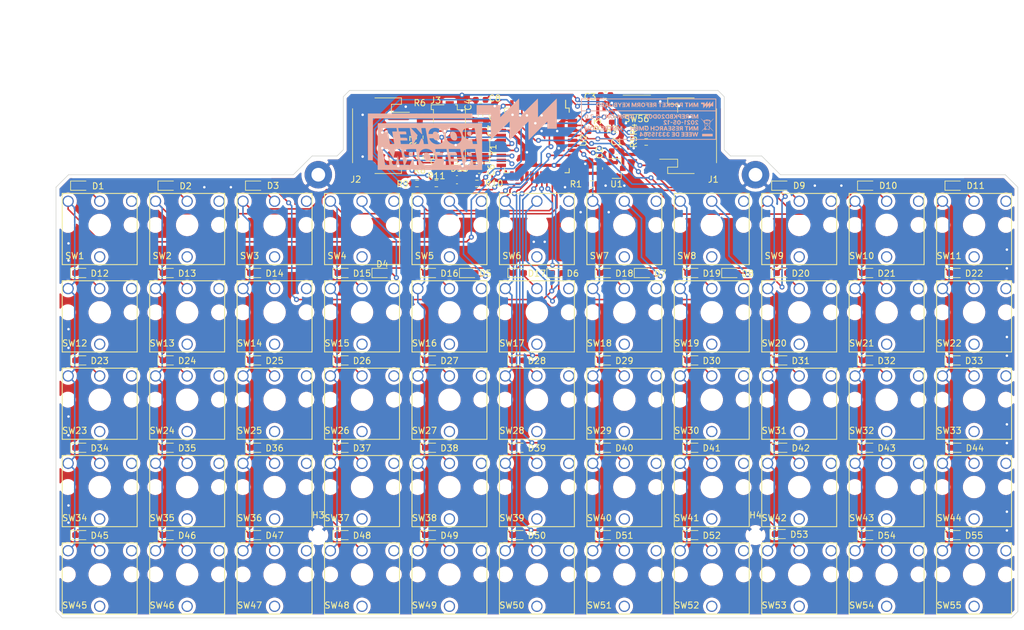
<source format=kicad_pcb>
(kicad_pcb (version 20171130) (host pcbnew 5.1.8+dfsg1-1+b1)
  (title_block (title "MNT Pocket Reform Keyboard") (date 2021-05-12) (rev D-1) (company "MNT Research GmbH") (comment 1 "Lukas F. Hartmann") (comment 2 "CERN OHL-S 2.0"))
  (layers (0 F.Cu signal) (31 B.Cu signal) (34 B.Paste user) (35 F.Paste user) (36 B.SilkS user) (37 F.SilkS user) (38 B.Mask user) (39 F.Mask user) (44 Edge.Cuts user))
  (net 0 "")
  (net 1 GND)
  (net 2 +5V)
  (net 3 +3V3)
  (net 4 "Net-(C6-Pad1)")
  (net 5 "Net-(C7-Pad1)")
  (net 6 "Net-(C8-Pad1)")
  (net 7 "Net-(D1-Pad2)")
  (net 8 ROW1)
  (net 9 "Net-(D2-Pad2)")
  (net 10 "Net-(D3-Pad2)")
  (net 11 "Net-(D4-Pad2)")
  (net 12 "Net-(D5-Pad2)")
  (net 13 "Net-(D6-Pad2)")
  (net 14 "Net-(D7-Pad2)")
  (net 15 "Net-(D8-Pad2)")
  (net 16 "Net-(D9-Pad2)")
  (net 17 "Net-(D10-Pad2)")
  (net 18 "Net-(D11-Pad2)")
  (net 19 "Net-(D12-Pad2)")
  (net 20 ROW2)
  (net 21 "Net-(D13-Pad2)")
  (net 22 "Net-(D14-Pad2)")
  (net 23 "Net-(D15-Pad2)")
  (net 24 "Net-(D16-Pad2)")
  (net 25 "Net-(D17-Pad2)")
  (net 26 "Net-(D18-Pad2)")
  (net 27 "Net-(D19-Pad2)")
  (net 28 "Net-(D20-Pad2)")
  (net 29 "Net-(D21-Pad2)")
  (net 30 "Net-(D22-Pad2)")
  (net 31 "Net-(D23-Pad2)")
  (net 32 ROW3)
  (net 33 "Net-(D24-Pad2)")
  (net 34 "Net-(D25-Pad2)")
  (net 35 "Net-(D26-Pad2)")
  (net 36 "Net-(D27-Pad2)")
  (net 37 "Net-(D28-Pad2)")
  (net 38 "Net-(D29-Pad2)")
  (net 39 "Net-(D30-Pad2)")
  (net 40 "Net-(D31-Pad2)")
  (net 41 "Net-(D32-Pad2)")
  (net 42 "Net-(D33-Pad2)")
  (net 43 "Net-(D34-Pad2)")
  (net 44 ROW4)
  (net 45 "Net-(D35-Pad2)")
  (net 46 "Net-(D36-Pad2)")
  (net 47 "Net-(D37-Pad2)")
  (net 48 "Net-(D38-Pad2)")
  (net 49 "Net-(D39-Pad2)")
  (net 50 "Net-(D40-Pad2)")
  (net 51 "Net-(D41-Pad2)")
  (net 52 "Net-(D42-Pad2)")
  (net 53 "Net-(D43-Pad2)")
  (net 54 "Net-(D44-Pad2)")
  (net 55 "Net-(D45-Pad2)")
  (net 56 ROW5)
  (net 57 "Net-(D46-Pad2)")
  (net 58 "Net-(D47-Pad2)")
  (net 59 "Net-(D48-Pad2)")
  (net 60 "Net-(D49-Pad2)")
  (net 61 "Net-(D50-Pad2)")
  (net 62 "Net-(D51-Pad2)")
  (net 63 "Net-(D52-Pad2)")
  (net 64 "Net-(D53-Pad2)")
  (net 65 "Net-(D54-Pad2)")
  (net 66 "Net-(D55-Pad2)")
  (net 67 D+)
  (net 68 D-)
  (net 69 UART_TX)
  (net 70 UART_RX)
  (net 71 "Net-(J2-Pad1)")
  (net 72 DISP_SDA)
  (net 73 DISP_SCL)
  (net 74 PROG)
  (net 75 RESET)
  (net 76 "Net-(R3-Pad1)")
  (net 77 "/Pocket Reform Keyboard MCU/UD+")
  (net 78 "/Pocket Reform Keyboard MCU/UD-")
  (net 79 COL1)
  (net 80 COL2)
  (net 81 COL3)
  (net 82 COL4)
  (net 83 COL5)
  (net 84 COL6)
  (net 85 COL7)
  (net 86 COL8)
  (net 87 COL9)
  (net 88 COL10)
  (net 89 COL11)
  (net 90 "Net-(U2-Pad8)")
  (net 91 "Net-(D56-Pad2)")
  (net 92 "Net-(R9-Pad2)")
  (net 93 "Net-(R10-Pad2)")
  (net 94 "Net-(R11-Pad2)")
  (net 95 "Net-(D56-Pad3)")
  (net 96 "Net-(D56-Pad1)")
  (net 97 "Net-(U2-Pad12)")
  (module footprints:mpre-badge-d1 (layer B.Cu) (at 153.9 58.1 180)
    (fp_text reference GFX2 hide)
    (fp_text value MNT hide)
  )
  (module Package_QFP:TQFP-44_10x10mm_P0.8mm (layer F.Cu) (at 136 61.5 270)
    (fp_text reference U2 (at 0 -7.450001 90) (layer F.SilkS))
    (fp_text value ATMEGA32U4-AU)
    (pad 44 smd rect (at -4 -5.7) (size 1.5 0.55) (layers F.Cu F.Paste F.Mask) (net 3 +3V3))
    (pad 43 smd rect (at -3.2 -5.7) (size 1.5 0.55) (layers F.Cu F.Paste F.Mask) (net 1 GND))
    (pad 42 smd rect (at -2.4 -5.7) (size 1.5 0.55) (layers F.Cu F.Paste F.Mask) (net 76 "Net-(R3-Pad1)"))
    (pad 41 smd rect (at -1.6 -5.7) (size 1.5 0.55) (layers F.Cu F.Paste F.Mask) (net 89 COL11))
    (pad 40 smd rect (at -0.8 -5.7) (size 1.5 0.55) (layers F.Cu F.Paste F.Mask) (net 88 COL10))
    (pad 39 smd rect (at 0 -5.7) (size 1.5 0.55) (layers F.Cu F.Paste F.Mask) (net 87 COL9))
    (pad 38 smd rect (at 0.8 -5.7) (size 1.5 0.55) (layers F.Cu F.Paste F.Mask) (net 86 COL8))
    (pad 37 smd rect (at 1.6 -5.7) (size 1.5 0.55) (layers F.Cu F.Paste F.Mask) (net 85 COL7))
    (pad 36 smd rect (at 2.4 -5.7) (size 1.5 0.55) (layers F.Cu F.Paste F.Mask) (net 80 COL2))
    (pad 35 smd rect (at 3.2 -5.7) (size 1.5 0.55) (layers F.Cu F.Paste F.Mask) (net 1 GND))
    (pad 34 smd rect (at 4 -5.7) (size 1.5 0.55) (layers F.Cu F.Paste F.Mask) (net 3 +3V3))
    (pad 33 smd rect (at 5.7 -4 270) (size 1.5 0.55) (layers F.Cu F.Paste F.Mask) (net 74 PROG))
    (pad 32 smd rect (at 5.7 -3.2 270) (size 1.5 0.55) (layers F.Cu F.Paste F.Mask) (net 82 COL4))
    (pad 31 smd rect (at 5.7 -2.4 270) (size 1.5 0.55) (layers F.Cu F.Paste F.Mask) (net 83 COL5))
    (pad 30 smd rect (at 5.7 -1.6 270) (size 1.5 0.55) (layers F.Cu F.Paste F.Mask) (net 8 ROW1))
    (pad 29 smd rect (at 5.7 -0.8 270) (size 1.5 0.55) (layers F.Cu F.Paste F.Mask) (net 20 ROW2))
    (pad 28 smd rect (at 5.7 0 270) (size 1.5 0.55) (layers F.Cu F.Paste F.Mask) (net 32 ROW3))
    (pad 27 smd rect (at 5.7 0.8 270) (size 1.5 0.55) (layers F.Cu F.Paste F.Mask) (net 44 ROW4))
    (pad 26 smd rect (at 5.7 1.6 270) (size 1.5 0.55) (layers F.Cu F.Paste F.Mask) (net 56 ROW5))
    (pad 25 smd rect (at 5.7 2.4 270) (size 1.5 0.55) (layers F.Cu F.Paste F.Mask) (net 84 COL6))
    (pad 24 smd rect (at 5.7 3.2 270) (size 1.5 0.55) (layers F.Cu F.Paste F.Mask) (net 3 +3V3))
    (pad 23 smd rect (at 5.7 4 270) (size 1.5 0.55) (layers F.Cu F.Paste F.Mask) (net 1 GND))
    (pad 22 smd rect (at 4 5.7) (size 1.5 0.55) (layers F.Cu F.Paste F.Mask) (net 79 COL1))
    (pad 21 smd rect (at 3.2 5.7) (size 1.5 0.55) (layers F.Cu F.Paste F.Mask) (net 69 UART_TX))
    (pad 20 smd rect (at 2.4 5.7) (size 1.5 0.55) (layers F.Cu F.Paste F.Mask) (net 70 UART_RX))
    (pad 19 smd rect (at 1.6 5.7) (size 1.5 0.55) (layers F.Cu F.Paste F.Mask) (net 72 DISP_SDA))
    (pad 18 smd rect (at 0.8 5.7) (size 1.5 0.55) (layers F.Cu F.Paste F.Mask) (net 73 DISP_SCL))
    (pad 17 smd rect (at 0 5.7) (size 1.5 0.55) (layers F.Cu F.Paste F.Mask) (net 4 "Net-(C6-Pad1)"))
    (pad 16 smd rect (at -0.8 5.7) (size 1.5 0.55) (layers F.Cu F.Paste F.Mask) (net 5 "Net-(C7-Pad1)"))
    (pad 15 smd rect (at -1.6 5.7) (size 1.5 0.55) (layers F.Cu F.Paste F.Mask) (net 1 GND))
    (pad 14 smd rect (at -2.4 5.7) (size 1.5 0.55) (layers F.Cu F.Paste F.Mask) (net 3 +3V3))
    (pad 13 smd rect (at -3.2 5.7) (size 1.5 0.55) (layers F.Cu F.Paste F.Mask) (net 75 RESET))
    (pad 12 smd rect (at -4 5.7) (size 1.5 0.55) (layers F.Cu F.Paste F.Mask) (net 97 "Net-(U2-Pad12)"))
    (pad 11 smd rect (at -5.7 4 270) (size 1.5 0.55) (layers F.Cu F.Paste F.Mask) (net 94 "Net-(R11-Pad2)"))
    (pad 10 smd rect (at -5.7 3.2 270) (size 1.5 0.55) (layers F.Cu F.Paste F.Mask) (net 92 "Net-(R9-Pad2)"))
    (pad 9 smd rect (at -5.7 2.4 270) (size 1.5 0.55) (layers F.Cu F.Paste F.Mask) (net 93 "Net-(R10-Pad2)"))
    (pad 8 smd rect (at -5.7 1.6 270) (size 1.5 0.55) (layers F.Cu F.Paste F.Mask) (net 90 "Net-(U2-Pad8)"))
    (pad 7 smd rect (at -5.7 0.8 270) (size 1.5 0.55) (layers F.Cu F.Paste F.Mask) (net 2 +5V))
    (pad 6 smd rect (at -5.7 0 270) (size 1.5 0.55) (layers F.Cu F.Paste F.Mask) (net 6 "Net-(C8-Pad1)"))
    (pad 5 smd rect (at -5.7 -0.8 270) (size 1.5 0.55) (layers F.Cu F.Paste F.Mask) (net 1 GND))
    (pad 4 smd rect (at -5.7 -1.6 270) (size 1.5 0.55) (layers F.Cu F.Paste F.Mask) (net 77 "/Pocket Reform Keyboard MCU/UD+"))
    (pad 3 smd rect (at -5.7 -2.4 270) (size 1.5 0.55) (layers F.Cu F.Paste F.Mask) (net 78 "/Pocket Reform Keyboard MCU/UD-"))
    (pad 2 smd rect (at -5.7 -3.2 270) (size 1.5 0.55) (layers F.Cu F.Paste F.Mask) (net 2 +5V))
    (pad 1 smd rect (at -5.7 -4 270) (size 1.5 0.55) (layers F.Cu F.Paste F.Mask) (net 81 COL3))
  )
  (module MountingHole:MountingHole_2.2mm_M2 (layer F.Cu) (at 171 124.75)
    (fp_text reference H4 (at 0 -3.2) (layer F.SilkS))
    (fp_text value MH4)
    (pad 1 np_thru_hole circle (at 0 0) (size 2.2 2.2) (drill 2.2) (layers *.Cu *.Mask) (net 1 GND))
  )
  (module MountingHole:MountingHole_2.2mm_M2 (layer F.Cu) (at 101 124.75)
    (fp_text reference H3 (at 0 -3.2) (layer F.SilkS))
    (fp_text value MH3)
    (pad 1 np_thru_hole circle (at 0 0) (size 2.2 2.2) (drill 2.2) (layers *.Cu *.Mask) (net 1 GND))
  )
  (module footprints:LED_150080M153000 (layer F.Cu) (at 123.2 67.8 270)
    (fp_text reference D56 (at -1.8 -0.4) (layer F.SilkS))
    (fp_text value LED_RGBA)
    (pad 4 smd rect (at -0.625 0.925 270) (size 1 1) (layers F.Cu F.Paste F.Mask) (net 3 +3V3))
    (pad 3 smd rect (at 0.625 0.925 270) (size 1 1) (layers F.Cu F.Paste F.Mask) (net 95 "Net-(D56-Pad3)"))
    (pad 2 smd rect (at 0.625 -0.925 270) (size 1 1) (layers F.Cu F.Paste F.Mask) (net 91 "Net-(D56-Pad2)"))
    (pad 1 smd rect (at -0.625 -0.925 270) (size 1 1) (layers F.Cu F.Paste F.Mask) (net 96 "Net-(D56-Pad1)"))
  )
  (module Resistor_SMD:R_0603_1608Metric (layer F.Cu) (at 119.9 68.4 180)
    (fp_text reference R11 (at 0 1.2) (layer F.SilkS))
    (fp_text value 47)
    (pad 2 smd roundrect (at 0.825 0 180) (size 0.8 0.95) (layers F.Cu F.Paste F.Mask) (net 94 "Net-(R11-Pad2)"))
    (pad 1 smd roundrect (at -0.825 0 180) (size 0.8 0.95) (layers F.Cu F.Paste F.Mask) (net 95 "Net-(D56-Pad3)"))
  )
  (module Resistor_SMD:R_0603_1608Metric (layer F.Cu) (at 126.4 68.4)
    (fp_text reference R10 (at 2.75 0) (layer F.SilkS))
    (fp_text value 47)
    (pad 2 smd roundrect (at 0.825 0) (size 0.8 0.95) (layers F.Cu F.Paste F.Mask) (net 93 "Net-(R10-Pad2)"))
    (pad 1 smd roundrect (at -0.825 0) (size 0.8 0.95) (layers F.Cu F.Paste F.Mask) (net 91 "Net-(D56-Pad2)"))
  )
  (module Resistor_SMD:R_0603_1608Metric (layer F.Cu) (at 116.8 68.4 180)
    (fp_text reference R9 (at 2.3 -0.1) (layer F.SilkS))
    (fp_text value 220)
    (pad 2 smd roundrect (at 0.825 0 180) (size 0.8 0.95) (layers F.Cu F.Paste F.Mask) (net 92 "Net-(R9-Pad2)"))
    (pad 1 smd roundrect (at -0.825 0 180) (size 0.8 0.95) (layers F.Cu F.Paste F.Mask) (net 96 "Net-(D56-Pad1)"))
  )
  (module footprints:pocket-reform (layer B.Cu) (at 123.7 60.5 180)
    (fp_text reference GFX1 hide)
    (fp_text value MNT hide)
  )
  (module Capacitor_SMD:C_0603_1608Metric (layer F.Cu) (at 126.8 60 180)
    (fp_text reference C7 (at -1.9 0 90) (layer F.SilkS))
    (fp_text value 18pF)
    (pad 2 smd roundrect (at 0.775 0 180) (size 0.9 0.95) (layers F.Cu F.Paste F.Mask) (net 1 GND))
    (pad 1 smd roundrect (at -0.775 0 180) (size 0.9 0.95) (layers F.Cu F.Paste F.Mask) (net 5 "Net-(C7-Pad1)"))
  )
  (module footprints:cherry-ml (layer F.Cu) (at 130 70)
    (fp_text reference SW6 (at 2 10) (layer F.SilkS))
    (fp_text value Choc)
    (pad 1 thru_hole circle (at 0.94 1.248) (size 1.8 1.8) (drill 1.4) (layers *.Cu *.Mask) (net 84 COL6))
    (pad 3 thru_hole circle (at 11.11 1.248) (size 1.8 1.8) (drill 1.4) (layers *.Cu *.Mask))
    (pad 2 thru_hole circle (at 6 1.248) (size 1.8 1.8) (drill 1.4) (layers *.Cu *.Mask) (net 13 "Net-(D6-Pad2)"))
    (pad 4 thru_hole circle (at 6 10.156) (size 1.8 1.8) (drill 1.4) (layers *.Cu *.Mask))
    (pad "" np_thru_hole circle (at 0.9 5.05) (size 1.55 1.55) (drill 1.55) (layers *.Cu *.Mask))
    (pad "" np_thru_hole circle (at 11.1 5.05) (size 1.55 1.55) (drill 1.55) (layers *.Cu *.Mask))
    (pad "" np_thru_hole circle (at 6 5.05) (size 2.6 2.6) (drill 2.6) (layers *.Cu *.Mask))
  )
  (module MountingHole:MountingHole_2.2mm_M2_Pad (layer F.Cu) (at 171 67)
    (fp_text reference H2 hide)
    (fp_text value MH2)
    (pad 1 thru_hole circle (at 0 0) (size 4.4 4.4) (drill 2.2) (layers *.Cu *.Mask) (net 1 GND))
  )
  (module MountingHole:MountingHole_2.2mm_M2_Pad (layer F.Cu) (at 101 67)
    (fp_text reference H1 hide)
    (fp_text value MH1)
    (pad 1 thru_hole circle (at 0 0) (size 4.4 4.4) (drill 2.2) (layers *.Cu *.Mask) (net 1 GND))
  )
  (module Crystal:Crystal_SMD_3225-4Pin_3.2x2.5mm (layer F.Cu) (at 126.8 63.1 90)
    (fp_text reference Y1 (at 0.1 2.2 90) (layer F.SilkS))
    (fp_text value 16MHz)
    (pad 4 smd rect (at -1.1 -0.85 90) (size 1.4 1.2) (layers F.Cu F.Paste F.Mask) (net 1 GND))
    (pad 3 smd rect (at 1.1 -0.85 90) (size 1.4 1.2) (layers F.Cu F.Paste F.Mask) (net 5 "Net-(C7-Pad1)"))
    (pad 2 smd rect (at 1.1 0.85 90) (size 1.4 1.2) (layers F.Cu F.Paste F.Mask) (net 1 GND))
    (pad 1 smd rect (at -1.1 0.85 90) (size 1.4 1.2) (layers F.Cu F.Paste F.Mask) (net 4 "Net-(C6-Pad1)"))
  )
  (module Package_TO_SOT_SMD:SOT-23 (layer F.Cu) (at 148.75 66)
    (fp_text reference U1 (at 0 2.5) (layer F.SilkS))
    (fp_text value MCP1700-3302E_SOT23)
    (pad 3 smd rect (at 1 0) (size 0.9 0.8) (layers F.Cu F.Paste F.Mask) (net 2 +5V))
    (pad 2 smd rect (at -1 0.95) (size 0.9 0.8) (layers F.Cu F.Paste F.Mask) (net 3 +3V3))
    (pad 1 smd rect (at -1 -0.95) (size 0.9 0.8) (layers F.Cu F.Paste F.Mask) (net 1 GND))
  )
  (module Button_Switch_SMD:SW_Push_1P1T_NO_CK_KMR2 (layer F.Cu) (at 152 55.8 180)
    (fp_text reference SW56 (at 0 -2.25) (layer F.SilkS))
    (fp_text value RESET)
    (pad 2 smd rect (at 2.05 0.8 180) (size 0.9 1) (layers F.Cu F.Paste F.Mask) (net 1 GND))
    (pad 1 smd rect (at 2.05 -0.8 180) (size 0.9 1) (layers F.Cu F.Paste F.Mask) (net 75 RESET))
    (pad 2 smd rect (at -2.05 0.8 180) (size 0.9 1) (layers F.Cu F.Paste F.Mask) (net 1 GND))
    (pad 1 smd rect (at -2.05 -0.8 180) (size 0.9 1) (layers F.Cu F.Paste F.Mask) (net 75 RESET))
  )
  (module Resistor_SMD:R_0603_1608Metric (layer F.Cu) (at 117.25 64.25 90)
    (fp_text reference R8 (at -2.05 0 180) (layer F.SilkS))
    (fp_text value 4.7k)
    (pad 2 smd roundrect (at 0.825 0 90) (size 0.8 0.95) (layers F.Cu F.Paste F.Mask) (net 73 DISP_SCL))
    (pad 1 smd roundrect (at -0.825 0 90) (size 0.8 0.95) (layers F.Cu F.Paste F.Mask) (net 3 +3V3))
  )
  (module Resistor_SMD:R_0603_1608Metric (layer F.Cu) (at 117.25 61 90)
    (fp_text reference R7 (at -0.7 -1.05 270) (layer F.SilkS))
    (fp_text value 4.7k)
    (pad 2 smd roundrect (at 0.825 0 90) (size 0.8 0.95) (layers F.Cu F.Paste F.Mask) (net 72 DISP_SDA))
    (pad 1 smd roundrect (at -0.825 0 90) (size 0.8 0.95) (layers F.Cu F.Paste F.Mask) (net 3 +3V3))
  )
  (module Resistor_SMD:R_0603_1608Metric (layer F.Cu) (at 117.25 57.5 270)
    (fp_text reference R6 (at -2 0 180) (layer F.SilkS))
    (fp_text value 0)
    (pad 2 smd roundrect (at 0.825 0 270) (size 0.8 0.95) (layers F.Cu F.Paste F.Mask) (net 3 +3V3))
    (pad 1 smd roundrect (at -0.825 0 270) (size 0.8 0.95) (layers F.Cu F.Paste F.Mask) (net 71 "Net-(J2-Pad1)"))
  )
  (module Resistor_SMD:R_0603_1608Metric (layer F.Cu) (at 153.5 61.75)
    (fp_text reference R5 (at -2 0 90) (layer F.SilkS))
    (fp_text value 22)
    (pad 2 smd roundrect (at 0.825 0) (size 0.8 0.95) (layers F.Cu F.Paste F.Mask) (net 68 D-))
    (pad 1 smd roundrect (at -0.825 0) (size 0.8 0.95) (layers F.Cu F.Paste F.Mask) (net 78 "/Pocket Reform Keyboard MCU/UD-"))
  )
  (module Resistor_SMD:R_0603_1608Metric (layer F.Cu) (at 153.5 59.75)
    (fp_text reference R4 (at -2 0 90) (layer F.SilkS))
    (fp_text value 22)
    (pad 2 smd roundrect (at 0.825 0) (size 0.8 0.95) (layers F.Cu F.Paste F.Mask) (net 67 D+))
    (pad 1 smd roundrect (at -0.825 0) (size 0.8 0.95) (layers F.Cu F.Paste F.Mask) (net 77 "/Pocket Reform Keyboard MCU/UD+"))
  )
  (module Resistor_SMD:R_0603_1608Metric (layer F.Cu) (at 144.25 59.25 90)
    (fp_text reference R3 (at 0.25 1.5 90) (layer F.SilkS))
    (fp_text value 0)
    (pad 2 smd roundrect (at 0.825 0 90) (size 0.8 0.95) (layers F.Cu F.Paste F.Mask) (net 3 +3V3))
    (pad 1 smd roundrect (at -0.825 0 90) (size 0.8 0.95) (layers F.Cu F.Paste F.Mask) (net 76 "Net-(R3-Pad1)"))
  )
  (module Resistor_SMD:R_0603_1608Metric (layer F.Cu) (at 148 57.75 90)
    (fp_text reference R2 (at -2 0 180) (layer F.SilkS))
    (fp_text value 10k)
    (pad 2 smd roundrect (at 0.825 0 90) (size 0.8 0.95) (layers F.Cu F.Paste F.Mask) (net 75 RESET))
    (pad 1 smd roundrect (at -0.825 0 90) (size 0.8 0.95) (layers F.Cu F.Paste F.Mask) (net 3 +3V3))
  )
  (module Resistor_SMD:R_0603_1608Metric (layer F.Cu) (at 144.75 68.5 180)
    (fp_text reference R1 (at 2.5 0) (layer F.SilkS))
    (fp_text value 0)
    (pad 2 smd roundrect (at 0.825 0 180) (size 0.8 0.95) (layers F.Cu F.Paste F.Mask) (net 74 PROG))
    (pad 1 smd roundrect (at -0.825 0 180) (size 0.8 0.95) (layers F.Cu F.Paste F.Mask) (net 1 GND))
  )
  (module Connector_FFC-FPC:Molex_200528-0040_1x04-1MP_P1.00mm_Horizontal (layer F.Cu) (at 120.25 60.5 90)
    (fp_text reference J3 (at 5.4 -0.45 180) (layer F.SilkS))
    (fp_text value AUX)
    (pad 4 smd rect (at 1.5 -0.91 90) (size 0.4 1) (layers F.Cu F.Paste F.Mask) (net 1 GND))
    (pad 3 smd rect (at 0.5 -0.91 90) (size 0.4 1) (layers F.Cu F.Paste F.Mask) (net 72 DISP_SDA))
    (pad 2 smd rect (at -0.5 -0.91 90) (size 0.4 1) (layers F.Cu F.Paste F.Mask) (net 73 DISP_SCL))
    (pad 1 smd rect (at -1.5 -0.91 90) (size 0.4 1) (layers F.Cu F.Paste F.Mask) (net 3 +3V3))
    (pad MP smd rect (at 4.3 1.79 90) (size 2 1.3) (layers F.Cu F.Paste F.Mask))
    (pad MP smd rect (at -4.3 1.79 90) (size 2 1.3) (layers F.Cu F.Paste F.Mask))
  )
  (module Connector_JST:JST_PH_S4B-PH-SM4-TB_1x04-1MP_P2.00mm_Horizontal (layer F.Cu) (at 111 60.75 270)
    (fp_text reference J2 (at 7 4 180) (layer F.SilkS))
    (fp_text value UART)
    (pad MP smd roundrect (at 5.35 2.9 270) (size 1.5 3.4) (layers F.Cu F.Paste F.Mask) (roundrect_rratio 0.1666666666666667))
    (pad MP smd roundrect (at -5.35 2.9 270) (size 1.5 3.4) (layers F.Cu F.Paste F.Mask) (roundrect_rratio 0.1666666666666667))
    (pad 4 smd roundrect (at 3 -2.85 270) (size 1 3.5) (layers F.Cu F.Paste F.Mask) (net 1 GND))
    (pad 3 smd roundrect (at 1 -2.85 270) (size 1 3.5) (layers F.Cu F.Paste F.Mask) (net 69 UART_TX))
    (pad 2 smd roundrect (at -1 -2.85 270) (size 1 3.5) (layers F.Cu F.Paste F.Mask) (net 70 UART_RX))
    (pad 1 smd roundrect (at -3 -2.85 270) (size 1 3.5) (layers F.Cu F.Paste F.Mask) (net 71 "Net-(J2-Pad1)"))
  )
  (module Connector_JST:JST_PH_S4B-PH-SM4-TB_1x04-1MP_P2.00mm_Horizontal (layer F.Cu) (at 160.25 60.75 90)
    (fp_text reference J1 (at -7 4 180) (layer F.SilkS))
    (fp_text value USB)
    (pad MP smd roundrect (at 5.35 2.9 90) (size 1.5 3.4) (layers F.Cu F.Paste F.Mask) (roundrect_rratio 0.1666666666666667))
    (pad MP smd roundrect (at -5.35 2.9 90) (size 1.5 3.4) (layers F.Cu F.Paste F.Mask) (roundrect_rratio 0.1666666666666667))
    (pad 4 smd roundrect (at 3 -2.85 90) (size 1 3.5) (layers F.Cu F.Paste F.Mask) (net 1 GND))
    (pad 3 smd roundrect (at 1 -2.85 90) (size 1 3.5) (layers F.Cu F.Paste F.Mask) (net 67 D+))
    (pad 2 smd roundrect (at -1 -2.85 90) (size 1 3.5) (layers F.Cu F.Paste F.Mask) (net 68 D-))
    (pad 1 smd roundrect (at -3 -2.85 90) (size 1 3.5) (layers F.Cu F.Paste F.Mask) (net 2 +5V))
  )
  (module Diode_SMD:D_0603_1608Metric_Pad1.05x0.95mm_HandSolder (layer F.Cu) (at 203 124.75)
    (fp_text reference D55 (at 3 0.07) (layer F.SilkS))
    (fp_text value MMDL914T1G)
    (pad 2 smd roundrect (at 0.875 0) (size 1.05 0.95) (layers F.Cu F.Paste F.Mask) (net 66 "Net-(D55-Pad2)"))
    (pad 1 smd roundrect (at -0.875 0) (size 1.05 0.95) (layers F.Cu F.Paste F.Mask) (net 56 ROW5))
  )
  (module Diode_SMD:D_0603_1608Metric_Pad1.05x0.95mm_HandSolder (layer F.Cu) (at 189 124.75)
    (fp_text reference D54 (at 3 0.07) (layer F.SilkS))
    (fp_text value MMDL914T1G)
    (pad 2 smd roundrect (at 0.875 0) (size 1.05 0.95) (layers F.Cu F.Paste F.Mask) (net 65 "Net-(D54-Pad2)"))
    (pad 1 smd roundrect (at -0.875 0) (size 1.05 0.95) (layers F.Cu F.Paste F.Mask) (net 56 ROW5))
  )
  (module Diode_SMD:D_0603_1608Metric_Pad1.05x0.95mm_HandSolder (layer F.Cu) (at 175 124.58)
    (fp_text reference D53 (at 3 0.07) (layer F.SilkS))
    (fp_text value MMDL914T1G)
    (pad 2 smd roundrect (at 0.875 0) (size 1.05 0.95) (layers F.Cu F.Paste F.Mask) (net 64 "Net-(D53-Pad2)"))
    (pad 1 smd roundrect (at -0.875 0) (size 1.05 0.95) (layers F.Cu F.Paste F.Mask) (net 56 ROW5))
  )
  (module Diode_SMD:D_0603_1608Metric_Pad1.05x0.95mm_HandSolder (layer F.Cu) (at 161 124.75)
    (fp_text reference D52 (at 3 0.07) (layer F.SilkS))
    (fp_text value MMDL914T1G)
    (pad 2 smd roundrect (at 0.875 0) (size 1.05 0.95) (layers F.Cu F.Paste F.Mask) (net 63 "Net-(D52-Pad2)"))
    (pad 1 smd roundrect (at -0.875 0) (size 1.05 0.95) (layers F.Cu F.Paste F.Mask) (net 56 ROW5))
  )
  (module Diode_SMD:D_0603_1608Metric_Pad1.05x0.95mm_HandSolder (layer F.Cu) (at 147 124.75)
    (fp_text reference D51 (at 3 0.07) (layer F.SilkS))
    (fp_text value MMDL914T1G)
    (pad 2 smd roundrect (at 0.875 0) (size 1.05 0.95) (layers F.Cu F.Paste F.Mask) (net 62 "Net-(D51-Pad2)"))
    (pad 1 smd roundrect (at -0.875 0) (size 1.05 0.95) (layers F.Cu F.Paste F.Mask) (net 56 ROW5))
  )
  (module Diode_SMD:D_0603_1608Metric_Pad1.05x0.95mm_HandSolder (layer F.Cu) (at 133 124.75)
    (fp_text reference D50 (at 3 0.07) (layer F.SilkS))
    (fp_text value MMDL914T1G)
    (pad 2 smd roundrect (at 0.875 0) (size 1.05 0.95) (layers F.Cu F.Paste F.Mask) (net 61 "Net-(D50-Pad2)"))
    (pad 1 smd roundrect (at -0.875 0) (size 1.05 0.95) (layers F.Cu F.Paste F.Mask) (net 56 ROW5))
  )
  (module Diode_SMD:D_0603_1608Metric_Pad1.05x0.95mm_HandSolder (layer F.Cu) (at 119 124.75)
    (fp_text reference D49 (at 3 0.07) (layer F.SilkS))
    (fp_text value MMDL914T1G)
    (pad 2 smd roundrect (at 0.875 0) (size 1.05 0.95) (layers F.Cu F.Paste F.Mask) (net 60 "Net-(D49-Pad2)"))
    (pad 1 smd roundrect (at -0.875 0) (size 1.05 0.95) (layers F.Cu F.Paste F.Mask) (net 56 ROW5))
  )
  (module Diode_SMD:D_0603_1608Metric_Pad1.05x0.95mm_HandSolder (layer F.Cu) (at 105 124.75)
    (fp_text reference D48 (at 3 0.07) (layer F.SilkS))
    (fp_text value MMDL914T1G)
    (pad 2 smd roundrect (at 0.875 0) (size 1.05 0.95) (layers F.Cu F.Paste F.Mask) (net 59 "Net-(D48-Pad2)"))
    (pad 1 smd roundrect (at -0.875 0) (size 1.05 0.95) (layers F.Cu F.Paste F.Mask) (net 56 ROW5))
  )
  (module Diode_SMD:D_0603_1608Metric_Pad1.05x0.95mm_HandSolder (layer F.Cu) (at 91 124.75)
    (fp_text reference D47 (at 3 0.07) (layer F.SilkS))
    (fp_text value MMDL914T1G)
    (pad 2 smd roundrect (at 0.875 0) (size 1.05 0.95) (layers F.Cu F.Paste F.Mask) (net 58 "Net-(D47-Pad2)"))
    (pad 1 smd roundrect (at -0.875 0) (size 1.05 0.95) (layers F.Cu F.Paste F.Mask) (net 56 ROW5))
  )
  (module Diode_SMD:D_0603_1608Metric_Pad1.05x0.95mm_HandSolder (layer F.Cu) (at 77 124.75)
    (fp_text reference D46 (at 3 0.07) (layer F.SilkS))
    (fp_text value MMDL914T1G)
    (pad 2 smd roundrect (at 0.875 0) (size 1.05 0.95) (layers F.Cu F.Paste F.Mask) (net 57 "Net-(D46-Pad2)"))
    (pad 1 smd roundrect (at -0.875 0) (size 1.05 0.95) (layers F.Cu F.Paste F.Mask) (net 56 ROW5))
  )
  (module Diode_SMD:D_0603_1608Metric_Pad1.05x0.95mm_HandSolder (layer F.Cu) (at 63 124.75)
    (fp_text reference D45 (at 3 0.07) (layer F.SilkS))
    (fp_text value MMDL914T1G)
    (pad 2 smd roundrect (at 0.875 0) (size 1.05 0.95) (layers F.Cu F.Paste F.Mask) (net 55 "Net-(D45-Pad2)"))
    (pad 1 smd roundrect (at -0.875 0) (size 1.05 0.95) (layers F.Cu F.Paste F.Mask) (net 56 ROW5))
  )
  (module Diode_SMD:D_0603_1608Metric_Pad1.05x0.95mm_HandSolder (layer F.Cu) (at 203.125 110.75)
    (fp_text reference D44 (at 3 0.07) (layer F.SilkS))
    (fp_text value MMDL914T1G)
    (pad 2 smd roundrect (at 0.875 0) (size 1.05 0.95) (layers F.Cu F.Paste F.Mask) (net 54 "Net-(D44-Pad2)"))
    (pad 1 smd roundrect (at -0.875 0) (size 1.05 0.95) (layers F.Cu F.Paste F.Mask) (net 44 ROW4))
  )
  (module Diode_SMD:D_0603_1608Metric_Pad1.05x0.95mm_HandSolder (layer F.Cu) (at 189 110.75)
    (fp_text reference D43 (at 3 0.07) (layer F.SilkS))
    (fp_text value MMDL914T1G)
    (pad 2 smd roundrect (at 0.875 0) (size 1.05 0.95) (layers F.Cu F.Paste F.Mask) (net 53 "Net-(D43-Pad2)"))
    (pad 1 smd roundrect (at -0.875 0) (size 1.05 0.95) (layers F.Cu F.Paste F.Mask) (net 44 ROW4))
  )
  (module Diode_SMD:D_0603_1608Metric_Pad1.05x0.95mm_HandSolder (layer F.Cu) (at 175.25 110.75)
    (fp_text reference D42 (at 3 0.07) (layer F.SilkS))
    (fp_text value MMDL914T1G)
    (pad 2 smd roundrect (at 0.875 0) (size 1.05 0.95) (layers F.Cu F.Paste F.Mask) (net 52 "Net-(D42-Pad2)"))
    (pad 1 smd roundrect (at -0.875 0) (size 1.05 0.95) (layers F.Cu F.Paste F.Mask) (net 44 ROW4))
  )
  (module Diode_SMD:D_0603_1608Metric_Pad1.05x0.95mm_HandSolder (layer F.Cu) (at 161 110.75)
    (fp_text reference D41 (at 3 0.07) (layer F.SilkS))
    (fp_text value MMDL914T1G)
    (pad 2 smd roundrect (at 0.875 0) (size 1.05 0.95) (layers F.Cu F.Paste F.Mask) (net 51 "Net-(D41-Pad2)"))
    (pad 1 smd roundrect (at -0.875 0) (size 1.05 0.95) (layers F.Cu F.Paste F.Mask) (net 44 ROW4))
  )
  (module Diode_SMD:D_0603_1608Metric_Pad1.05x0.95mm_HandSolder (layer F.Cu) (at 147 110.75)
    (fp_text reference D40 (at 3 0.07) (layer F.SilkS))
    (fp_text value MMDL914T1G)
    (pad 2 smd roundrect (at 0.875 0) (size 1.05 0.95) (layers F.Cu F.Paste F.Mask) (net 50 "Net-(D40-Pad2)"))
    (pad 1 smd roundrect (at -0.875 0) (size 1.05 0.95) (layers F.Cu F.Paste F.Mask) (net 44 ROW4))
  )
  (module Diode_SMD:D_0603_1608Metric_Pad1.05x0.95mm_HandSolder (layer F.Cu) (at 133 110.75)
    (fp_text reference D39 (at 3 0.07) (layer F.SilkS))
    (fp_text value MMDL914T1G)
    (pad 2 smd roundrect (at 0.875 0) (size 1.05 0.95) (layers F.Cu F.Paste F.Mask) (net 49 "Net-(D39-Pad2)"))
    (pad 1 smd roundrect (at -0.875 0) (size 1.05 0.95) (layers F.Cu F.Paste F.Mask) (net 44 ROW4))
  )
  (module Diode_SMD:D_0603_1608Metric_Pad1.05x0.95mm_HandSolder (layer F.Cu) (at 119 110.75)
    (fp_text reference D38 (at 3 0.07) (layer F.SilkS))
    (fp_text value MMDL914T1G)
    (pad 2 smd roundrect (at 0.875 0) (size 1.05 0.95) (layers F.Cu F.Paste F.Mask) (net 48 "Net-(D38-Pad2)"))
    (pad 1 smd roundrect (at -0.875 0) (size 1.05 0.95) (layers F.Cu F.Paste F.Mask) (net 44 ROW4))
  )
  (module Diode_SMD:D_0603_1608Metric_Pad1.05x0.95mm_HandSolder (layer F.Cu) (at 105 110.75)
    (fp_text reference D37 (at 3 0.07) (layer F.SilkS))
    (fp_text value MMDL914T1G)
    (pad 2 smd roundrect (at 0.875 0) (size 1.05 0.95) (layers F.Cu F.Paste F.Mask) (net 47 "Net-(D37-Pad2)"))
    (pad 1 smd roundrect (at -0.875 0) (size 1.05 0.95) (layers F.Cu F.Paste F.Mask) (net 44 ROW4))
  )
  (module Diode_SMD:D_0603_1608Metric_Pad1.05x0.95mm_HandSolder (layer F.Cu) (at 91 110.75)
    (fp_text reference D36 (at 3 0.07) (layer F.SilkS))
    (fp_text value MMDL914T1G)
    (pad 2 smd roundrect (at 0.875 0) (size 1.05 0.95) (layers F.Cu F.Paste F.Mask) (net 46 "Net-(D36-Pad2)"))
    (pad 1 smd roundrect (at -0.875 0) (size 1.05 0.95) (layers F.Cu F.Paste F.Mask) (net 44 ROW4))
  )
  (module Diode_SMD:D_0603_1608Metric_Pad1.05x0.95mm_HandSolder (layer F.Cu) (at 77 110.75)
    (fp_text reference D35 (at 3 0.07) (layer F.SilkS))
    (fp_text value MMDL914T1G)
    (pad 2 smd roundrect (at 0.875 0) (size 1.05 0.95) (layers F.Cu F.Paste F.Mask) (net 45 "Net-(D35-Pad2)"))
    (pad 1 smd roundrect (at -0.875 0) (size 1.05 0.95) (layers F.Cu F.Paste F.Mask) (net 44 ROW4))
  )
  (module Diode_SMD:D_0603_1608Metric_Pad1.05x0.95mm_HandSolder (layer F.Cu) (at 63 110.75)
    (fp_text reference D34 (at 3 0.07) (layer F.SilkS))
    (fp_text value MMDL914T1G)
    (pad 2 smd roundrect (at 0.875 0) (size 1.05 0.95) (layers F.Cu F.Paste F.Mask) (net 43 "Net-(D34-Pad2)"))
    (pad 1 smd roundrect (at -0.875 0) (size 1.05 0.95) (layers F.Cu F.Paste F.Mask) (net 44 ROW4))
  )
  (module Diode_SMD:D_0603_1608Metric_Pad1.05x0.95mm_HandSolder (layer F.Cu) (at 203 96.75)
    (fp_text reference D33 (at 3 0.07) (layer F.SilkS))
    (fp_text value MMDL914T1G)
    (pad 2 smd roundrect (at 0.875 0) (size 1.05 0.95) (layers F.Cu F.Paste F.Mask) (net 42 "Net-(D33-Pad2)"))
    (pad 1 smd roundrect (at -0.875 0) (size 1.05 0.95) (layers F.Cu F.Paste F.Mask) (net 32 ROW3))
  )
  (module Diode_SMD:D_0603_1608Metric_Pad1.05x0.95mm_HandSolder (layer F.Cu) (at 189 96.75)
    (fp_text reference D32 (at 3 0.07) (layer F.SilkS))
    (fp_text value MMDL914T1G)
    (pad 2 smd roundrect (at 0.875 0) (size 1.05 0.95) (layers F.Cu F.Paste F.Mask) (net 41 "Net-(D32-Pad2)"))
    (pad 1 smd roundrect (at -0.875 0) (size 1.05 0.95) (layers F.Cu F.Paste F.Mask) (net 32 ROW3))
  )
  (module Diode_SMD:D_0603_1608Metric_Pad1.05x0.95mm_HandSolder (layer F.Cu) (at 175.25 96.75)
    (fp_text reference D31 (at 3 0.07) (layer F.SilkS))
    (fp_text value MMDL914T1G)
    (pad 2 smd roundrect (at 0.875 0) (size 1.05 0.95) (layers F.Cu F.Paste F.Mask) (net 40 "Net-(D31-Pad2)"))
    (pad 1 smd roundrect (at -0.875 0) (size 1.05 0.95) (layers F.Cu F.Paste F.Mask) (net 32 ROW3))
  )
  (module Diode_SMD:D_0603_1608Metric_Pad1.05x0.95mm_HandSolder (layer F.Cu) (at 161 96.75)
    (fp_text reference D30 (at 3 0.07) (layer F.SilkS))
    (fp_text value MMDL914T1G)
    (pad 2 smd roundrect (at 0.875 0) (size 1.05 0.95) (layers F.Cu F.Paste F.Mask) (net 39 "Net-(D30-Pad2)"))
    (pad 1 smd roundrect (at -0.875 0) (size 1.05 0.95) (layers F.Cu F.Paste F.Mask) (net 32 ROW3))
  )
  (module Diode_SMD:D_0603_1608Metric_Pad1.05x0.95mm_HandSolder (layer F.Cu) (at 147 96.75)
    (fp_text reference D29 (at 3 0.07) (layer F.SilkS))
    (fp_text value MMDL914T1G)
    (pad 2 smd roundrect (at 0.875 0) (size 1.05 0.95) (layers F.Cu F.Paste F.Mask) (net 38 "Net-(D29-Pad2)"))
    (pad 1 smd roundrect (at -0.875 0) (size 1.05 0.95) (layers F.Cu F.Paste F.Mask) (net 32 ROW3))
  )
  (module Diode_SMD:D_0603_1608Metric_Pad1.05x0.95mm_HandSolder (layer F.Cu) (at 133 96.75)
    (fp_text reference D28 (at 3 0.07) (layer F.SilkS))
    (fp_text value MMDL914T1G)
    (pad 2 smd roundrect (at 0.875 0) (size 1.05 0.95) (layers F.Cu F.Paste F.Mask) (net 37 "Net-(D28-Pad2)"))
    (pad 1 smd roundrect (at -0.875 0) (size 1.05 0.95) (layers F.Cu F.Paste F.Mask) (net 32 ROW3))
  )
  (module Diode_SMD:D_0603_1608Metric_Pad1.05x0.95mm_HandSolder (layer F.Cu) (at 119 96.75)
    (fp_text reference D27 (at 3 0.07) (layer F.SilkS))
    (fp_text value MMDL914T1G)
    (pad 2 smd roundrect (at 0.875 0) (size 1.05 0.95) (layers F.Cu F.Paste F.Mask) (net 36 "Net-(D27-Pad2)"))
    (pad 1 smd roundrect (at -0.875 0) (size 1.05 0.95) (layers F.Cu F.Paste F.Mask) (net 32 ROW3))
  )
  (module Diode_SMD:D_0603_1608Metric_Pad1.05x0.95mm_HandSolder (layer F.Cu) (at 105 96.75)
    (fp_text reference D26 (at 3 0.07) (layer F.SilkS))
    (fp_text value MMDL914T1G)
    (pad 2 smd roundrect (at 0.875 0) (size 1.05 0.95) (layers F.Cu F.Paste F.Mask) (net 35 "Net-(D26-Pad2)"))
    (pad 1 smd roundrect (at -0.875 0) (size 1.05 0.95) (layers F.Cu F.Paste F.Mask) (net 32 ROW3))
  )
  (module Diode_SMD:D_0603_1608Metric_Pad1.05x0.95mm_HandSolder (layer F.Cu) (at 91 96.75)
    (fp_text reference D25 (at 3 0.07) (layer F.SilkS))
    (fp_text value MMDL914T1G)
    (pad 2 smd roundrect (at 0.875 0) (size 1.05 0.95) (layers F.Cu F.Paste F.Mask) (net 34 "Net-(D25-Pad2)"))
    (pad 1 smd roundrect (at -0.875 0) (size 1.05 0.95) (layers F.Cu F.Paste F.Mask) (net 32 ROW3))
  )
  (module Diode_SMD:D_0603_1608Metric_Pad1.05x0.95mm_HandSolder (layer F.Cu) (at 77 96.75)
    (fp_text reference D24 (at 3 0.07) (layer F.SilkS))
    (fp_text value MMDL914T1G)
    (pad 2 smd roundrect (at 0.875 0) (size 1.05 0.95) (layers F.Cu F.Paste F.Mask) (net 33 "Net-(D24-Pad2)"))
    (pad 1 smd roundrect (at -0.875 0) (size 1.05 0.95) (layers F.Cu F.Paste F.Mask) (net 32 ROW3))
  )
  (module Diode_SMD:D_0603_1608Metric_Pad1.05x0.95mm_HandSolder (layer F.Cu) (at 63 96.75)
    (fp_text reference D23 (at 3 0.07) (layer F.SilkS))
    (fp_text value MMDL914T1G)
    (pad 2 smd roundrect (at 0.875 0) (size 1.05 0.95) (layers F.Cu F.Paste F.Mask) (net 31 "Net-(D23-Pad2)"))
    (pad 1 smd roundrect (at -0.875 0) (size 1.05 0.95) (layers F.Cu F.Paste F.Mask) (net 32 ROW3))
  )
  (module Diode_SMD:D_0603_1608Metric_Pad1.05x0.95mm_HandSolder (layer F.Cu) (at 203 82.75)
    (fp_text reference D22 (at 3 0.07) (layer F.SilkS))
    (fp_text value MMDL914T1G)
    (pad 2 smd roundrect (at 0.875 0) (size 1.05 0.95) (layers F.Cu F.Paste F.Mask) (net 30 "Net-(D22-Pad2)"))
    (pad 1 smd roundrect (at -0.875 0) (size 1.05 0.95) (layers F.Cu F.Paste F.Mask) (net 20 ROW2))
  )
  (module Diode_SMD:D_0603_1608Metric_Pad1.05x0.95mm_HandSolder (layer F.Cu) (at 189 82.75)
    (fp_text reference D21 (at 3 0.07) (layer F.SilkS))
    (fp_text value MMDL914T1G)
    (pad 2 smd roundrect (at 0.875 0) (size 1.05 0.95) (layers F.Cu F.Paste F.Mask) (net 29 "Net-(D21-Pad2)"))
    (pad 1 smd roundrect (at -0.875 0) (size 1.05 0.95) (layers F.Cu F.Paste F.Mask) (net 20 ROW2))
  )
  (module Diode_SMD:D_0603_1608Metric_Pad1.05x0.95mm_HandSolder (layer F.Cu) (at 175.25 82.75)
    (fp_text reference D20 (at 3 0.07) (layer F.SilkS))
    (fp_text value MMDL914T1G)
    (pad 2 smd roundrect (at 0.875 0) (size 1.05 0.95) (layers F.Cu F.Paste F.Mask) (net 28 "Net-(D20-Pad2)"))
    (pad 1 smd roundrect (at -0.875 0) (size 1.05 0.95) (layers F.Cu F.Paste F.Mask) (net 20 ROW2))
  )
  (module Diode_SMD:D_0603_1608Metric_Pad1.05x0.95mm_HandSolder (layer F.Cu) (at 161 82.75)
    (fp_text reference D19 (at 3 0.07) (layer F.SilkS))
    (fp_text value MMDL914T1G)
    (pad 2 smd roundrect (at 0.875 0) (size 1.05 0.95) (layers F.Cu F.Paste F.Mask) (net 27 "Net-(D19-Pad2)"))
    (pad 1 smd roundrect (at -0.875 0) (size 1.05 0.95) (layers F.Cu F.Paste F.Mask) (net 20 ROW2))
  )
  (module Diode_SMD:D_0603_1608Metric_Pad1.05x0.95mm_HandSolder (layer F.Cu) (at 147 82.75)
    (fp_text reference D18 (at 3 0.07) (layer F.SilkS))
    (fp_text value MMDL914T1G)
    (pad 2 smd roundrect (at 0.875 0) (size 1.05 0.95) (layers F.Cu F.Paste F.Mask) (net 26 "Net-(D18-Pad2)"))
    (pad 1 smd roundrect (at -0.875 0) (size 1.05 0.95) (layers F.Cu F.Paste F.Mask) (net 20 ROW2))
  )
  (module Diode_SMD:D_0603_1608Metric_Pad1.05x0.95mm_HandSolder (layer F.Cu) (at 133 82.75)
    (fp_text reference D17 (at 3 0.07) (layer F.SilkS))
    (fp_text value MMDL914T1G)
    (pad 2 smd roundrect (at 0.875 0) (size 1.05 0.95) (layers F.Cu F.Paste F.Mask) (net 25 "Net-(D17-Pad2)"))
    (pad 1 smd roundrect (at -0.875 0) (size 1.05 0.95) (layers F.Cu F.Paste F.Mask) (net 20 ROW2))
  )
  (module Diode_SMD:D_0603_1608Metric_Pad1.05x0.95mm_HandSolder (layer F.Cu) (at 119 82.75)
    (fp_text reference D16 (at 3 0.07) (layer F.SilkS))
    (fp_text value MMDL914T1G)
    (pad 2 smd roundrect (at 0.875 0) (size 1.05 0.95) (layers F.Cu F.Paste F.Mask) (net 24 "Net-(D16-Pad2)"))
    (pad 1 smd roundrect (at -0.875 0) (size 1.05 0.95) (layers F.Cu F.Paste F.Mask) (net 20 ROW2))
  )
  (module Diode_SMD:D_0603_1608Metric_Pad1.05x0.95mm_HandSolder (layer F.Cu) (at 105 82.75)
    (fp_text reference D15 (at 3 0.07) (layer F.SilkS))
    (fp_text value MMDL914T1G)
    (pad 2 smd roundrect (at 0.875 0) (size 1.05 0.95) (layers F.Cu F.Paste F.Mask) (net 23 "Net-(D15-Pad2)"))
    (pad 1 smd roundrect (at -0.875 0) (size 1.05 0.95) (layers F.Cu F.Paste F.Mask) (net 20 ROW2))
  )
  (module Diode_SMD:D_0603_1608Metric_Pad1.05x0.95mm_HandSolder (layer F.Cu) (at 91 82.75)
    (fp_text reference D14 (at 3 0.07) (layer F.SilkS))
    (fp_text value MMDL914T1G)
    (pad 2 smd roundrect (at 0.875 0) (size 1.05 0.95) (layers F.Cu F.Paste F.Mask) (net 22 "Net-(D14-Pad2)"))
    (pad 1 smd roundrect (at -0.875 0) (size 1.05 0.95) (layers F.Cu F.Paste F.Mask) (net 20 ROW2))
  )
  (module Diode_SMD:D_0603_1608Metric_Pad1.05x0.95mm_HandSolder (layer F.Cu) (at 77 82.75)
    (fp_text reference D13 (at 3 0.07) (layer F.SilkS))
    (fp_text value MMDL914T1G)
    (pad 2 smd roundrect (at 0.875 0) (size 1.05 0.95) (layers F.Cu F.Paste F.Mask) (net 21 "Net-(D13-Pad2)"))
    (pad 1 smd roundrect (at -0.875 0) (size 1.05 0.95) (layers F.Cu F.Paste F.Mask) (net 20 ROW2))
  )
  (module Diode_SMD:D_0603_1608Metric_Pad1.05x0.95mm_HandSolder (layer F.Cu) (at 63 82.75)
    (fp_text reference D12 (at 3 0.07) (layer F.SilkS))
    (fp_text value MMDL914T1G)
    (pad 2 smd roundrect (at 0.875 0) (size 1.05 0.95) (layers F.Cu F.Paste F.Mask) (net 19 "Net-(D12-Pad2)"))
    (pad 1 smd roundrect (at -0.875 0) (size 1.05 0.95) (layers F.Cu F.Paste F.Mask) (net 20 ROW2))
  )
  (module Diode_SMD:D_0603_1608Metric_Pad1.05x0.95mm_HandSolder (layer F.Cu) (at 203 68.75)
    (fp_text reference D11 (at 3.25 0) (layer F.SilkS))
    (fp_text value MMDL914T1G)
    (pad 2 smd roundrect (at 0.875 0) (size 1.05 0.95) (layers F.Cu F.Paste F.Mask) (net 18 "Net-(D11-Pad2)"))
    (pad 1 smd roundrect (at -0.875 0) (size 1.05 0.95) (layers F.Cu F.Paste F.Mask) (net 8 ROW1))
  )
  (module Diode_SMD:D_0603_1608Metric_Pad1.05x0.95mm_HandSolder (layer F.Cu) (at 189 68.75)
    (fp_text reference D10 (at 3.25 0) (layer F.SilkS))
    (fp_text value MMDL914T1G)
    (pad 2 smd roundrect (at 0.875 0) (size 1.05 0.95) (layers F.Cu F.Paste F.Mask) (net 17 "Net-(D10-Pad2)"))
    (pad 1 smd roundrect (at -0.875 0) (size 1.05 0.95) (layers F.Cu F.Paste F.Mask) (net 8 ROW1))
  )
  (module Diode_SMD:D_0603_1608Metric_Pad1.05x0.95mm_HandSolder (layer F.Cu) (at 175.25 68.75)
    (fp_text reference D9 (at 2.75 0) (layer F.SilkS))
    (fp_text value MMDL914T1G)
    (pad 2 smd roundrect (at 0.875 0) (size 1.05 0.95) (layers F.Cu F.Paste F.Mask) (net 16 "Net-(D9-Pad2)"))
    (pad 1 smd roundrect (at -0.875 0) (size 1.05 0.95) (layers F.Cu F.Paste F.Mask) (net 8 ROW1))
  )
  (module Diode_SMD:D_0603_1608Metric_Pad1.05x0.95mm_HandSolder (layer F.Cu) (at 167.25 82.75)
    (fp_text reference D8 (at 2.5 0.07) (layer F.SilkS))
    (fp_text value MMDL914T1G)
    (pad 2 smd roundrect (at 0.875 0) (size 1.05 0.95) (layers F.Cu F.Paste F.Mask) (net 15 "Net-(D8-Pad2)"))
    (pad 1 smd roundrect (at -0.875 0) (size 1.05 0.95) (layers F.Cu F.Paste F.Mask) (net 8 ROW1))
  )
  (module Diode_SMD:D_0603_1608Metric_Pad1.05x0.95mm_HandSolder (layer F.Cu) (at 153.25 82.75)
    (fp_text reference D7 (at 2.5 0.07) (layer F.SilkS))
    (fp_text value MMDL914T1G)
    (pad 2 smd roundrect (at 0.875 0) (size 1.05 0.95) (layers F.Cu F.Paste F.Mask) (net 14 "Net-(D7-Pad2)"))
    (pad 1 smd roundrect (at -0.875 0) (size 1.05 0.95) (layers F.Cu F.Paste F.Mask) (net 8 ROW1))
  )
  (module Diode_SMD:D_0603_1608Metric_Pad1.05x0.95mm_HandSolder (layer F.Cu) (at 139.25 82.75)
    (fp_text reference D6 (at 2.5 0.07) (layer F.SilkS))
    (fp_text value MMDL914T1G)
    (pad 2 smd roundrect (at 0.875 0) (size 1.05 0.95) (layers F.Cu F.Paste F.Mask) (net 13 "Net-(D6-Pad2)"))
    (pad 1 smd roundrect (at -0.875 0) (size 1.05 0.95) (layers F.Cu F.Paste F.Mask) (net 8 ROW1))
  )
  (module Diode_SMD:D_0603_1608Metric_Pad1.05x0.95mm_HandSolder (layer F.Cu) (at 125.25 82.75)
    (fp_text reference D5 (at 2.5 0.07) (layer F.SilkS))
    (fp_text value MMDL914T1G)
    (pad 2 smd roundrect (at 0.875 0) (size 1.05 0.95) (layers F.Cu F.Paste F.Mask) (net 12 "Net-(D5-Pad2)"))
    (pad 1 smd roundrect (at -0.875 0) (size 1.05 0.95) (layers F.Cu F.Paste F.Mask) (net 8 ROW1))
  )
  (module Diode_SMD:D_0603_1608Metric_Pad1.05x0.95mm_HandSolder (layer F.Cu) (at 111.25 82.75)
    (fp_text reference D4 (at 0 -1.43) (layer F.SilkS))
    (fp_text value MMDL914T1G)
    (pad 2 smd roundrect (at 0.875 0) (size 1.05 0.95) (layers F.Cu F.Paste F.Mask) (net 11 "Net-(D4-Pad2)"))
    (pad 1 smd roundrect (at -0.875 0) (size 1.05 0.95) (layers F.Cu F.Paste F.Mask) (net 8 ROW1))
  )
  (module Diode_SMD:D_0603_1608Metric_Pad1.05x0.95mm_HandSolder (layer F.Cu) (at 91 68.75)
    (fp_text reference D3 (at 2.75 0) (layer F.SilkS))
    (fp_text value MMDL914T1G)
    (pad 2 smd roundrect (at 0.875 0) (size 1.05 0.95) (layers F.Cu F.Paste F.Mask) (net 10 "Net-(D3-Pad2)"))
    (pad 1 smd roundrect (at -0.875 0) (size 1.05 0.95) (layers F.Cu F.Paste F.Mask) (net 8 ROW1))
  )
  (module Diode_SMD:D_0603_1608Metric_Pad1.05x0.95mm_HandSolder (layer F.Cu) (at 77 68.75)
    (fp_text reference D2 (at 2.75 0.07) (layer F.SilkS))
    (fp_text value MMDL914T1G)
    (pad 2 smd roundrect (at 0.875 0) (size 1.05 0.95) (layers F.Cu F.Paste F.Mask) (net 9 "Net-(D2-Pad2)"))
    (pad 1 smd roundrect (at -0.875 0) (size 1.05 0.95) (layers F.Cu F.Paste F.Mask) (net 8 ROW1))
  )
  (module Diode_SMD:D_0603_1608Metric_Pad1.05x0.95mm_HandSolder (layer F.Cu) (at 63 68.75)
    (fp_text reference D1 (at 2.75 0.07) (layer F.SilkS))
    (fp_text value MMDL914T1G)
    (pad 2 smd roundrect (at 0.875 0) (size 1.05 0.95) (layers F.Cu F.Paste F.Mask) (net 7 "Net-(D1-Pad2)"))
    (pad 1 smd roundrect (at -0.875 0) (size 1.05 0.95) (layers F.Cu F.Paste F.Mask) (net 8 ROW1))
  )
  (module Capacitor_SMD:C_0603_1608Metric (layer F.Cu) (at 127 55 180)
    (fp_text reference C8 (at -2.25 0.25) (layer F.SilkS))
    (fp_text value 1uF)
    (pad 2 smd roundrect (at 0.775 0 180) (size 0.9 0.95) (layers F.Cu F.Paste F.Mask) (net 1 GND))
    (pad 1 smd roundrect (at -0.775 0 180) (size 0.9 0.95) (layers F.Cu F.Paste F.Mask) (net 6 "Net-(C8-Pad1)"))
  )
  (module Capacitor_SMD:C_0603_1608Metric (layer F.Cu) (at 126.75 66.25 180)
    (fp_text reference C6 (at -1.95 0 90) (layer F.SilkS))
    (fp_text value 18pF)
    (pad 2 smd roundrect (at 0.775 0 180) (size 0.9 0.95) (layers F.Cu F.Paste F.Mask) (net 1 GND))
    (pad 1 smd roundrect (at -0.775 0 180) (size 0.9 0.95) (layers F.Cu F.Paste F.Mask) (net 4 "Net-(C6-Pad1)"))
  )
  (module Capacitor_SMD:C_0603_1608Metric (layer F.Cu) (at 127.85 57.5 90)
    (fp_text reference C5 (at 0 1.15 90) (layer F.SilkS))
    (fp_text value 0.1uF)
    (pad 2 smd roundrect (at 0.775 0 90) (size 0.9 0.95) (layers F.Cu F.Paste F.Mask) (net 1 GND))
    (pad 1 smd roundrect (at -0.775 0 90) (size 0.9 0.95) (layers F.Cu F.Paste F.Mask) (net 3 +3V3))
  )
  (module Capacitor_SMD:C_0603_1608Metric (layer F.Cu) (at 126.1 57.5 90)
    (fp_text reference C4 (at 1.75 -1.1 90) (layer F.SilkS))
    (fp_text value 1uF)
    (pad 2 smd roundrect (at 0.775 0 90) (size 0.9 0.95) (layers F.Cu F.Paste F.Mask) (net 1 GND))
    (pad 1 smd roundrect (at -0.775 0 90) (size 0.9 0.95) (layers F.Cu F.Paste F.Mask) (net 3 +3V3))
  )
  (module Capacitor_SMD:C_0603_1608Metric (layer F.Cu) (at 147 54.25)
    (fp_text reference C3 (at -2.5 0.25) (layer F.SilkS))
    (fp_text value 0.1uF)
    (pad 2 smd roundrect (at 0.775 0) (size 0.9 0.95) (layers F.Cu F.Paste F.Mask) (net 1 GND))
    (pad 1 smd roundrect (at -0.775 0) (size 0.9 0.95) (layers F.Cu F.Paste F.Mask) (net 2 +5V))
  )
  (module Capacitor_SMD:C_0603_1608Metric (layer F.Cu) (at 146 66 90)
    (fp_text reference C2 (at 2.5 0 90) (layer F.SilkS))
    (fp_text value 1uF)
    (pad 2 smd roundrect (at 0.775 0 90) (size 0.9 0.95) (layers F.Cu F.Paste F.Mask) (net 1 GND))
    (pad 1 smd roundrect (at -0.775 0 90) (size 0.9 0.95) (layers F.Cu F.Paste F.Mask) (net 3 +3V3))
  )
  (module Capacitor_SMD:C_0603_1608Metric (layer F.Cu) (at 148.75 63.25 180)
    (fp_text reference C1 (at 0 1.5) (layer F.SilkS))
    (fp_text value 1uF)
    (pad 2 smd roundrect (at 0.775 0 180) (size 0.9 0.95) (layers F.Cu F.Paste F.Mask) (net 1 GND))
    (pad 1 smd roundrect (at -0.775 0 180) (size 0.9 0.95) (layers F.Cu F.Paste F.Mask) (net 2 +5V))
  )
  (module footprints:cherry-ml (layer F.Cu) (at 60 98)
    (fp_text reference SW23 (at 2 10) (layer F.SilkS))
    (fp_text value Choc)
    (pad "" np_thru_hole circle (at 6 5.05) (size 2.6 2.6) (drill 2.6) (layers *.Cu *.Mask))
    (pad "" np_thru_hole circle (at 11.1 5.05) (size 1.55 1.55) (drill 1.55) (layers *.Cu *.Mask))
    (pad "" np_thru_hole circle (at 0.9 5.05) (size 1.55 1.55) (drill 1.55) (layers *.Cu *.Mask))
    (pad 4 thru_hole circle (at 6 10.156) (size 1.8 1.8) (drill 1.4) (layers *.Cu *.Mask))
    (pad 2 thru_hole circle (at 6 1.248) (size 1.8 1.8) (drill 1.4) (layers *.Cu *.Mask) (net 31 "Net-(D23-Pad2)"))
    (pad 3 thru_hole circle (at 11.11 1.248) (size 1.8 1.8) (drill 1.4) (layers *.Cu *.Mask))
    (pad 1 thru_hole circle (at 0.94 1.248) (size 1.8 1.8) (drill 1.4) (layers *.Cu *.Mask) (net 79 COL1))
  )
  (module footprints:cherry-ml (layer F.Cu) (at 60 112)
    (fp_text reference SW34 (at 2 10) (layer F.SilkS))
    (fp_text value Choc)
    (pad 1 thru_hole circle (at 0.94 1.248) (size 1.8 1.8) (drill 1.4) (layers *.Cu *.Mask) (net 79 COL1))
    (pad 3 thru_hole circle (at 11.11 1.248) (size 1.8 1.8) (drill 1.4) (layers *.Cu *.Mask))
    (pad 2 thru_hole circle (at 6 1.248) (size 1.8 1.8) (drill 1.4) (layers *.Cu *.Mask) (net 43 "Net-(D34-Pad2)"))
    (pad 4 thru_hole circle (at 6 10.156) (size 1.8 1.8) (drill 1.4) (layers *.Cu *.Mask))
    (pad "" np_thru_hole circle (at 0.9 5.05) (size 1.55 1.55) (drill 1.55) (layers *.Cu *.Mask))
    (pad "" np_thru_hole circle (at 11.1 5.05) (size 1.55 1.55) (drill 1.55) (layers *.Cu *.Mask))
    (pad "" np_thru_hole circle (at 6 5.05) (size 2.6 2.6) (drill 2.6) (layers *.Cu *.Mask))
  )
  (module footprints:cherry-ml (layer F.Cu) (at 60 126)
    (fp_text reference SW45 (at 2 10) (layer F.SilkS))
    (fp_text value Choc)
    (pad "" np_thru_hole circle (at 6 5.05) (size 2.6 2.6) (drill 2.6) (layers *.Cu *.Mask))
    (pad "" np_thru_hole circle (at 11.1 5.05) (size 1.55 1.55) (drill 1.55) (layers *.Cu *.Mask))
    (pad "" np_thru_hole circle (at 0.9 5.05) (size 1.55 1.55) (drill 1.55) (layers *.Cu *.Mask))
    (pad 4 thru_hole circle (at 6 10.156) (size 1.8 1.8) (drill 1.4) (layers *.Cu *.Mask))
    (pad 2 thru_hole circle (at 6 1.248) (size 1.8 1.8) (drill 1.4) (layers *.Cu *.Mask) (net 55 "Net-(D45-Pad2)"))
    (pad 3 thru_hole circle (at 11.11 1.248) (size 1.8 1.8) (drill 1.4) (layers *.Cu *.Mask))
    (pad 1 thru_hole circle (at 0.94 1.248) (size 1.8 1.8) (drill 1.4) (layers *.Cu *.Mask) (net 79 COL1))
  )
  (module footprints:cherry-ml (layer F.Cu) (at 60 84)
    (fp_text reference SW12 (at 2 10) (layer F.SilkS))
    (fp_text value Choc)
    (pad "" np_thru_hole circle (at 6 5.05) (size 2.6 2.6) (drill 2.6) (layers *.Cu *.Mask))
    (pad "" np_thru_hole circle (at 11.1 5.05) (size 1.55 1.55) (drill 1.55) (layers *.Cu *.Mask))
    (pad "" np_thru_hole circle (at 0.9 5.05) (size 1.55 1.55) (drill 1.55) (layers *.Cu *.Mask))
    (pad 4 thru_hole circle (at 6 10.156) (size 1.8 1.8) (drill 1.4) (layers *.Cu *.Mask))
    (pad 2 thru_hole circle (at 6 1.248) (size 1.8 1.8) (drill 1.4) (layers *.Cu *.Mask) (net 19 "Net-(D12-Pad2)"))
    (pad 3 thru_hole circle (at 11.11 1.248) (size 1.8 1.8) (drill 1.4) (layers *.Cu *.Mask))
    (pad 1 thru_hole circle (at 0.94 1.248) (size 1.8 1.8) (drill 1.4) (layers *.Cu *.Mask) (net 79 COL1))
  )
  (module footprints:cherry-ml (layer F.Cu) (at 102 126)
    (fp_text reference SW48 (at 2 10) (layer F.SilkS))
    (fp_text value Choc)
    (pad "" np_thru_hole circle (at 6 5.05) (size 2.6 2.6) (drill 2.6) (layers *.Cu *.Mask))
    (pad "" np_thru_hole circle (at 11.1 5.05) (size 1.55 1.55) (drill 1.55) (layers *.Cu *.Mask))
    (pad "" np_thru_hole circle (at 0.9 5.05) (size 1.55 1.55) (drill 1.55) (layers *.Cu *.Mask))
    (pad 4 thru_hole circle (at 6 10.156) (size 1.8 1.8) (drill 1.4) (layers *.Cu *.Mask))
    (pad 2 thru_hole circle (at 6 1.248) (size 1.8 1.8) (drill 1.4) (layers *.Cu *.Mask) (net 59 "Net-(D48-Pad2)"))
    (pad 3 thru_hole circle (at 11.11 1.248) (size 1.8 1.8) (drill 1.4) (layers *.Cu *.Mask))
    (pad 1 thru_hole circle (at 0.94 1.248) (size 1.8 1.8) (drill 1.4) (layers *.Cu *.Mask) (net 82 COL4))
  )
  (module footprints:cherry-ml (layer F.Cu) (at 172 126)
    (fp_text reference SW53 (at 2 10) (layer F.SilkS))
    (fp_text value Choc)
    (pad 1 thru_hole circle (at 0.94 1.248) (size 1.8 1.8) (drill 1.4) (layers *.Cu *.Mask) (net 87 COL9))
    (pad 3 thru_hole circle (at 11.11 1.248) (size 1.8 1.8) (drill 1.4) (layers *.Cu *.Mask))
    (pad 2 thru_hole circle (at 6 1.248) (size 1.8 1.8) (drill 1.4) (layers *.Cu *.Mask) (net 64 "Net-(D53-Pad2)"))
    (pad 4 thru_hole circle (at 6 10.156) (size 1.8 1.8) (drill 1.4) (layers *.Cu *.Mask))
    (pad "" np_thru_hole circle (at 0.9 5.05) (size 1.55 1.55) (drill 1.55) (layers *.Cu *.Mask))
    (pad "" np_thru_hole circle (at 11.1 5.05) (size 1.55 1.55) (drill 1.55) (layers *.Cu *.Mask))
    (pad "" np_thru_hole circle (at 6 5.05) (size 2.6 2.6) (drill 2.6) (layers *.Cu *.Mask))
  )
  (module footprints:cherry-ml (layer F.Cu) (at 186 126)
    (fp_text reference SW54 (at 2 10) (layer F.SilkS))
    (fp_text value Choc)
    (pad "" np_thru_hole circle (at 6 5.05) (size 2.6 2.6) (drill 2.6) (layers *.Cu *.Mask))
    (pad "" np_thru_hole circle (at 11.1 5.05) (size 1.55 1.55) (drill 1.55) (layers *.Cu *.Mask))
    (pad "" np_thru_hole circle (at 0.9 5.05) (size 1.55 1.55) (drill 1.55) (layers *.Cu *.Mask))
    (pad 4 thru_hole circle (at 6 10.156) (size 1.8 1.8) (drill 1.4) (layers *.Cu *.Mask))
    (pad 2 thru_hole circle (at 6 1.248) (size 1.8 1.8) (drill 1.4) (layers *.Cu *.Mask) (net 65 "Net-(D54-Pad2)"))
    (pad 3 thru_hole circle (at 11.11 1.248) (size 1.8 1.8) (drill 1.4) (layers *.Cu *.Mask))
    (pad 1 thru_hole circle (at 0.94 1.248) (size 1.8 1.8) (drill 1.4) (layers *.Cu *.Mask) (net 88 COL10))
  )
  (module footprints:cherry-ml (layer F.Cu) (at 130 126)
    (fp_text reference SW50 (at 2 10) (layer F.SilkS))
    (fp_text value Choc)
    (pad "" np_thru_hole circle (at 6 5.05) (size 2.6 2.6) (drill 2.6) (layers *.Cu *.Mask))
    (pad "" np_thru_hole circle (at 11.1 5.05) (size 1.55 1.55) (drill 1.55) (layers *.Cu *.Mask))
    (pad "" np_thru_hole circle (at 0.9 5.05) (size 1.55 1.55) (drill 1.55) (layers *.Cu *.Mask))
    (pad 4 thru_hole circle (at 6 10.156) (size 1.8 1.8) (drill 1.4) (layers *.Cu *.Mask))
    (pad 2 thru_hole circle (at 6 1.248) (size 1.8 1.8) (drill 1.4) (layers *.Cu *.Mask) (net 61 "Net-(D50-Pad2)"))
    (pad 3 thru_hole circle (at 11.11 1.248) (size 1.8 1.8) (drill 1.4) (layers *.Cu *.Mask))
    (pad 1 thru_hole circle (at 0.94 1.248) (size 1.8 1.8) (drill 1.4) (layers *.Cu *.Mask) (net 84 COL6))
  )
  (module footprints:cherry-ml (layer F.Cu) (at 74 126)
    (fp_text reference SW46 (at 2 10) (layer F.SilkS))
    (fp_text value Choc)
    (pad 1 thru_hole circle (at 0.94 1.248) (size 1.8 1.8) (drill 1.4) (layers *.Cu *.Mask) (net 80 COL2))
    (pad 3 thru_hole circle (at 11.11 1.248) (size 1.8 1.8) (drill 1.4) (layers *.Cu *.Mask))
    (pad 2 thru_hole circle (at 6 1.248) (size 1.8 1.8) (drill 1.4) (layers *.Cu *.Mask) (net 57 "Net-(D46-Pad2)"))
    (pad 4 thru_hole circle (at 6 10.156) (size 1.8 1.8) (drill 1.4) (layers *.Cu *.Mask))
    (pad "" np_thru_hole circle (at 0.9 5.05) (size 1.55 1.55) (drill 1.55) (layers *.Cu *.Mask))
    (pad "" np_thru_hole circle (at 11.1 5.05) (size 1.55 1.55) (drill 1.55) (layers *.Cu *.Mask))
    (pad "" np_thru_hole circle (at 6 5.05) (size 2.6 2.6) (drill 2.6) (layers *.Cu *.Mask))
  )
  (module footprints:cherry-ml (layer F.Cu) (at 200 126)
    (fp_text reference SW55 (at 2 10) (layer F.SilkS))
    (fp_text value Choc)
    (pad 1 thru_hole circle (at 0.94 1.248) (size 1.8 1.8) (drill 1.4) (layers *.Cu *.Mask) (net 89 COL11))
    (pad 3 thru_hole circle (at 11.11 1.248) (size 1.8 1.8) (drill 1.4) (layers *.Cu *.Mask))
    (pad 2 thru_hole circle (at 6 1.248) (size 1.8 1.8) (drill 1.4) (layers *.Cu *.Mask) (net 66 "Net-(D55-Pad2)"))
    (pad 4 thru_hole circle (at 6 10.156) (size 1.8 1.8) (drill 1.4) (layers *.Cu *.Mask))
    (pad "" np_thru_hole circle (at 0.9 5.05) (size 1.55 1.55) (drill 1.55) (layers *.Cu *.Mask))
    (pad "" np_thru_hole circle (at 11.1 5.05) (size 1.55 1.55) (drill 1.55) (layers *.Cu *.Mask))
    (pad "" np_thru_hole circle (at 6 5.05) (size 2.6 2.6) (drill 2.6) (layers *.Cu *.Mask))
  )
  (module footprints:cherry-ml (layer F.Cu) (at 116 126)
    (fp_text reference SW49 (at 2 10) (layer F.SilkS))
    (fp_text value Choc)
    (pad "" np_thru_hole circle (at 6 5.05) (size 2.6 2.6) (drill 2.6) (layers *.Cu *.Mask))
    (pad "" np_thru_hole circle (at 11.1 5.05) (size 1.55 1.55) (drill 1.55) (layers *.Cu *.Mask))
    (pad "" np_thru_hole circle (at 0.9 5.05) (size 1.55 1.55) (drill 1.55) (layers *.Cu *.Mask))
    (pad 4 thru_hole circle (at 6 10.156) (size 1.8 1.8) (drill 1.4) (layers *.Cu *.Mask))
    (pad 2 thru_hole circle (at 6 1.248) (size 1.8 1.8) (drill 1.4) (layers *.Cu *.Mask) (net 60 "Net-(D49-Pad2)"))
    (pad 3 thru_hole circle (at 11.11 1.248) (size 1.8 1.8) (drill 1.4) (layers *.Cu *.Mask))
    (pad 1 thru_hole circle (at 0.94 1.248) (size 1.8 1.8) (drill 1.4) (layers *.Cu *.Mask) (net 83 COL5))
  )
  (module footprints:cherry-ml (layer F.Cu) (at 158 126)
    (fp_text reference SW52 (at 2 10) (layer F.SilkS))
    (fp_text value Choc)
    (pad 1 thru_hole circle (at 0.94 1.248) (size 1.8 1.8) (drill 1.4) (layers *.Cu *.Mask) (net 86 COL8))
    (pad 3 thru_hole circle (at 11.11 1.248) (size 1.8 1.8) (drill 1.4) (layers *.Cu *.Mask))
    (pad 2 thru_hole circle (at 6 1.248) (size 1.8 1.8) (drill 1.4) (layers *.Cu *.Mask) (net 63 "Net-(D52-Pad2)"))
    (pad 4 thru_hole circle (at 6 10.156) (size 1.8 1.8) (drill 1.4) (layers *.Cu *.Mask))
    (pad "" np_thru_hole circle (at 0.9 5.05) (size 1.55 1.55) (drill 1.55) (layers *.Cu *.Mask))
    (pad "" np_thru_hole circle (at 11.1 5.05) (size 1.55 1.55) (drill 1.55) (layers *.Cu *.Mask))
    (pad "" np_thru_hole circle (at 6 5.05) (size 2.6 2.6) (drill 2.6) (layers *.Cu *.Mask))
  )
  (module footprints:cherry-ml (layer F.Cu) (at 144 126)
    (fp_text reference SW51 (at 2 10) (layer F.SilkS))
    (fp_text value Choc)
    (pad 1 thru_hole circle (at 0.94 1.248) (size 1.8 1.8) (drill 1.4) (layers *.Cu *.Mask) (net 85 COL7))
    (pad 3 thru_hole circle (at 11.11 1.248) (size 1.8 1.8) (drill 1.4) (layers *.Cu *.Mask))
    (pad 2 thru_hole circle (at 6 1.248) (size 1.8 1.8) (drill 1.4) (layers *.Cu *.Mask) (net 62 "Net-(D51-Pad2)"))
    (pad 4 thru_hole circle (at 6 10.156) (size 1.8 1.8) (drill 1.4) (layers *.Cu *.Mask))
    (pad "" np_thru_hole circle (at 0.9 5.05) (size 1.55 1.55) (drill 1.55) (layers *.Cu *.Mask))
    (pad "" np_thru_hole circle (at 11.1 5.05) (size 1.55 1.55) (drill 1.55) (layers *.Cu *.Mask))
    (pad "" np_thru_hole circle (at 6 5.05) (size 2.6 2.6) (drill 2.6) (layers *.Cu *.Mask))
  )
  (module footprints:cherry-ml (layer F.Cu) (at 88 126)
    (fp_text reference SW47 (at 2 10) (layer F.SilkS))
    (fp_text value Choc)
    (pad 1 thru_hole circle (at 0.94 1.248) (size 1.8 1.8) (drill 1.4) (layers *.Cu *.Mask) (net 81 COL3))
    (pad 3 thru_hole circle (at 11.11 1.248) (size 1.8 1.8) (drill 1.4) (layers *.Cu *.Mask))
    (pad 2 thru_hole circle (at 6 1.248) (size 1.8 1.8) (drill 1.4) (layers *.Cu *.Mask) (net 58 "Net-(D47-Pad2)"))
    (pad 4 thru_hole circle (at 6 10.156) (size 1.8 1.8) (drill 1.4) (layers *.Cu *.Mask))
    (pad "" np_thru_hole circle (at 0.9 5.05) (size 1.55 1.55) (drill 1.55) (layers *.Cu *.Mask))
    (pad "" np_thru_hole circle (at 11.1 5.05) (size 1.55 1.55) (drill 1.55) (layers *.Cu *.Mask))
    (pad "" np_thru_hole circle (at 6 5.05) (size 2.6 2.6) (drill 2.6) (layers *.Cu *.Mask))
  )
  (module footprints:cherry-ml (layer F.Cu) (at 172 98)
    (fp_text reference SW31 (at 2 10) (layer F.SilkS))
    (fp_text value Choc)
    (pad 1 thru_hole circle (at 0.94 1.248) (size 1.8 1.8) (drill 1.4) (layers *.Cu *.Mask) (net 87 COL9))
    (pad 3 thru_hole circle (at 11.11 1.248) (size 1.8 1.8) (drill 1.4) (layers *.Cu *.Mask))
    (pad 2 thru_hole circle (at 6 1.248) (size 1.8 1.8) (drill 1.4) (layers *.Cu *.Mask) (net 40 "Net-(D31-Pad2)"))
    (pad 4 thru_hole circle (at 6 10.156) (size 1.8 1.8) (drill 1.4) (layers *.Cu *.Mask))
    (pad "" np_thru_hole circle (at 0.9 5.05) (size 1.55 1.55) (drill 1.55) (layers *.Cu *.Mask))
    (pad "" np_thru_hole circle (at 11.1 5.05) (size 1.55 1.55) (drill 1.55) (layers *.Cu *.Mask))
    (pad "" np_thru_hole circle (at 6 5.05) (size 2.6 2.6) (drill 2.6) (layers *.Cu *.Mask))
  )
  (module footprints:cherry-ml (layer F.Cu) (at 116 112)
    (fp_text reference SW38 (at 2 10) (layer F.SilkS))
    (fp_text value Choc)
    (pad 1 thru_hole circle (at 0.94 1.248) (size 1.8 1.8) (drill 1.4) (layers *.Cu *.Mask) (net 83 COL5))
    (pad 3 thru_hole circle (at 11.11 1.248) (size 1.8 1.8) (drill 1.4) (layers *.Cu *.Mask))
    (pad 2 thru_hole circle (at 6 1.248) (size 1.8 1.8) (drill 1.4) (layers *.Cu *.Mask) (net 48 "Net-(D38-Pad2)"))
    (pad 4 thru_hole circle (at 6 10.156) (size 1.8 1.8) (drill 1.4) (layers *.Cu *.Mask))
    (pad "" np_thru_hole circle (at 0.9 5.05) (size 1.55 1.55) (drill 1.55) (layers *.Cu *.Mask))
    (pad "" np_thru_hole circle (at 11.1 5.05) (size 1.55 1.55) (drill 1.55) (layers *.Cu *.Mask))
    (pad "" np_thru_hole circle (at 6 5.05) (size 2.6 2.6) (drill 2.6) (layers *.Cu *.Mask))
  )
  (module footprints:cherry-ml (layer F.Cu) (at 88 98)
    (fp_text reference SW25 (at 2 10) (layer F.SilkS))
    (fp_text value Choc)
    (pad 1 thru_hole circle (at 0.94 1.248) (size 1.8 1.8) (drill 1.4) (layers *.Cu *.Mask) (net 81 COL3))
    (pad 3 thru_hole circle (at 11.11 1.248) (size 1.8 1.8) (drill 1.4) (layers *.Cu *.Mask))
    (pad 2 thru_hole circle (at 6 1.248) (size 1.8 1.8) (drill 1.4) (layers *.Cu *.Mask) (net 34 "Net-(D25-Pad2)"))
    (pad 4 thru_hole circle (at 6 10.156) (size 1.8 1.8) (drill 1.4) (layers *.Cu *.Mask))
    (pad "" np_thru_hole circle (at 0.9 5.05) (size 1.55 1.55) (drill 1.55) (layers *.Cu *.Mask))
    (pad "" np_thru_hole circle (at 11.1 5.05) (size 1.55 1.55) (drill 1.55) (layers *.Cu *.Mask))
    (pad "" np_thru_hole circle (at 6 5.05) (size 2.6 2.6) (drill 2.6) (layers *.Cu *.Mask))
  )
  (module footprints:cherry-ml (layer F.Cu) (at 74 98)
    (fp_text reference SW24 (at 2 10) (layer F.SilkS))
    (fp_text value Choc)
    (pad 1 thru_hole circle (at 0.94 1.248) (size 1.8 1.8) (drill 1.4) (layers *.Cu *.Mask) (net 80 COL2))
    (pad 3 thru_hole circle (at 11.11 1.248) (size 1.8 1.8) (drill 1.4) (layers *.Cu *.Mask))
    (pad 2 thru_hole circle (at 6 1.248) (size 1.8 1.8) (drill 1.4) (layers *.Cu *.Mask) (net 33 "Net-(D24-Pad2)"))
    (pad 4 thru_hole circle (at 6 10.156) (size 1.8 1.8) (drill 1.4) (layers *.Cu *.Mask))
    (pad "" np_thru_hole circle (at 0.9 5.05) (size 1.55 1.55) (drill 1.55) (layers *.Cu *.Mask))
    (pad "" np_thru_hole circle (at 11.1 5.05) (size 1.55 1.55) (drill 1.55) (layers *.Cu *.Mask))
    (pad "" np_thru_hole circle (at 6 5.05) (size 2.6 2.6) (drill 2.6) (layers *.Cu *.Mask))
  )
  (module footprints:cherry-ml (layer F.Cu) (at 116 98)
    (fp_text reference SW27 (at 2 10) (layer F.SilkS))
    (fp_text value Choc)
    (pad "" np_thru_hole circle (at 6 5.05) (size 2.6 2.6) (drill 2.6) (layers *.Cu *.Mask))
    (pad "" np_thru_hole circle (at 11.1 5.05) (size 1.55 1.55) (drill 1.55) (layers *.Cu *.Mask))
    (pad "" np_thru_hole circle (at 0.9 5.05) (size 1.55 1.55) (drill 1.55) (layers *.Cu *.Mask))
    (pad 4 thru_hole circle (at 6 10.156) (size 1.8 1.8) (drill 1.4) (layers *.Cu *.Mask))
    (pad 2 thru_hole circle (at 6 1.248) (size 1.8 1.8) (drill 1.4) (layers *.Cu *.Mask) (net 36 "Net-(D27-Pad2)"))
    (pad 3 thru_hole circle (at 11.11 1.248) (size 1.8 1.8) (drill 1.4) (layers *.Cu *.Mask))
    (pad 1 thru_hole circle (at 0.94 1.248) (size 1.8 1.8) (drill 1.4) (layers *.Cu *.Mask) (net 83 COL5))
  )
  (module footprints:cherry-ml (layer F.Cu) (at 102 112)
    (fp_text reference SW37 (at 2 10) (layer F.SilkS))
    (fp_text value Choc)
    (pad 1 thru_hole circle (at 0.94 1.248) (size 1.8 1.8) (drill 1.4) (layers *.Cu *.Mask) (net 82 COL4))
    (pad 3 thru_hole circle (at 11.11 1.248) (size 1.8 1.8) (drill 1.4) (layers *.Cu *.Mask))
    (pad 2 thru_hole circle (at 6 1.248) (size 1.8 1.8) (drill 1.4) (layers *.Cu *.Mask) (net 47 "Net-(D37-Pad2)"))
    (pad 4 thru_hole circle (at 6 10.156) (size 1.8 1.8) (drill 1.4) (layers *.Cu *.Mask))
    (pad "" np_thru_hole circle (at 0.9 5.05) (size 1.55 1.55) (drill 1.55) (layers *.Cu *.Mask))
    (pad "" np_thru_hole circle (at 11.1 5.05) (size 1.55 1.55) (drill 1.55) (layers *.Cu *.Mask))
    (pad "" np_thru_hole circle (at 6 5.05) (size 2.6 2.6) (drill 2.6) (layers *.Cu *.Mask))
  )
  (module footprints:cherry-ml (layer F.Cu) (at 130 98)
    (fp_text reference SW28 (at 2 10) (layer F.SilkS))
    (fp_text value Choc)
    (pad "" np_thru_hole circle (at 6 5.05) (size 2.6 2.6) (drill 2.6) (layers *.Cu *.Mask))
    (pad "" np_thru_hole circle (at 11.1 5.05) (size 1.55 1.55) (drill 1.55) (layers *.Cu *.Mask))
    (pad "" np_thru_hole circle (at 0.9 5.05) (size 1.55 1.55) (drill 1.55) (layers *.Cu *.Mask))
    (pad 4 thru_hole circle (at 6 10.156) (size 1.8 1.8) (drill 1.4) (layers *.Cu *.Mask))
    (pad 2 thru_hole circle (at 6 1.248) (size 1.8 1.8) (drill 1.4) (layers *.Cu *.Mask) (net 37 "Net-(D28-Pad2)"))
    (pad 3 thru_hole circle (at 11.11 1.248) (size 1.8 1.8) (drill 1.4) (layers *.Cu *.Mask))
    (pad 1 thru_hole circle (at 0.94 1.248) (size 1.8 1.8) (drill 1.4) (layers *.Cu *.Mask) (net 84 COL6))
  )
  (module footprints:cherry-ml (layer F.Cu) (at 144 112)
    (fp_text reference SW40 (at 2 10) (layer F.SilkS))
    (fp_text value Choc)
    (pad "" np_thru_hole circle (at 6 5.05) (size 2.6 2.6) (drill 2.6) (layers *.Cu *.Mask))
    (pad "" np_thru_hole circle (at 11.1 5.05) (size 1.55 1.55) (drill 1.55) (layers *.Cu *.Mask))
    (pad "" np_thru_hole circle (at 0.9 5.05) (size 1.55 1.55) (drill 1.55) (layers *.Cu *.Mask))
    (pad 4 thru_hole circle (at 6 10.156) (size 1.8 1.8) (drill 1.4) (layers *.Cu *.Mask))
    (pad 2 thru_hole circle (at 6 1.248) (size 1.8 1.8) (drill 1.4) (layers *.Cu *.Mask) (net 50 "Net-(D40-Pad2)"))
    (pad 3 thru_hole circle (at 11.11 1.248) (size 1.8 1.8) (drill 1.4) (layers *.Cu *.Mask))
    (pad 1 thru_hole circle (at 0.94 1.248) (size 1.8 1.8) (drill 1.4) (layers *.Cu *.Mask) (net 85 COL7))
  )
  (module footprints:cherry-ml (layer F.Cu) (at 186 112)
    (fp_text reference SW43 (at 2 10) (layer F.SilkS))
    (fp_text value Choc)
    (pad 1 thru_hole circle (at 0.94 1.248) (size 1.8 1.8) (drill 1.4) (layers *.Cu *.Mask) (net 88 COL10))
    (pad 3 thru_hole circle (at 11.11 1.248) (size 1.8 1.8) (drill 1.4) (layers *.Cu *.Mask))
    (pad 2 thru_hole circle (at 6 1.248) (size 1.8 1.8) (drill 1.4) (layers *.Cu *.Mask) (net 53 "Net-(D43-Pad2)"))
    (pad 4 thru_hole circle (at 6 10.156) (size 1.8 1.8) (drill 1.4) (layers *.Cu *.Mask))
    (pad "" np_thru_hole circle (at 0.9 5.05) (size 1.55 1.55) (drill 1.55) (layers *.Cu *.Mask))
    (pad "" np_thru_hole circle (at 11.1 5.05) (size 1.55 1.55) (drill 1.55) (layers *.Cu *.Mask))
    (pad "" np_thru_hole circle (at 6 5.05) (size 2.6 2.6) (drill 2.6) (layers *.Cu *.Mask))
  )
  (module footprints:cherry-ml (layer F.Cu) (at 102 98)
    (fp_text reference SW26 (at 2 10) (layer F.SilkS))
    (fp_text value Choc)
    (pad "" np_thru_hole circle (at 6 5.05) (size 2.6 2.6) (drill 2.6) (layers *.Cu *.Mask))
    (pad "" np_thru_hole circle (at 11.1 5.05) (size 1.55 1.55) (drill 1.55) (layers *.Cu *.Mask))
    (pad "" np_thru_hole circle (at 0.9 5.05) (size 1.55 1.55) (drill 1.55) (layers *.Cu *.Mask))
    (pad 4 thru_hole circle (at 6 10.156) (size 1.8 1.8) (drill 1.4) (layers *.Cu *.Mask))
    (pad 2 thru_hole circle (at 6 1.248) (size 1.8 1.8) (drill 1.4) (layers *.Cu *.Mask) (net 35 "Net-(D26-Pad2)"))
    (pad 3 thru_hole circle (at 11.11 1.248) (size 1.8 1.8) (drill 1.4) (layers *.Cu *.Mask))
    (pad 1 thru_hole circle (at 0.94 1.248) (size 1.8 1.8) (drill 1.4) (layers *.Cu *.Mask) (net 82 COL4))
  )
  (module footprints:cherry-ml (layer F.Cu) (at 200 98)
    (fp_text reference SW33 (at 2 10) (layer F.SilkS))
    (fp_text value Choc)
    (pad 1 thru_hole circle (at 0.94 1.248) (size 1.8 1.8) (drill 1.4) (layers *.Cu *.Mask) (net 89 COL11))
    (pad 3 thru_hole circle (at 11.11 1.248) (size 1.8 1.8) (drill 1.4) (layers *.Cu *.Mask))
    (pad 2 thru_hole circle (at 6 1.248) (size 1.8 1.8) (drill 1.4) (layers *.Cu *.Mask) (net 42 "Net-(D33-Pad2)"))
    (pad 4 thru_hole circle (at 6 10.156) (size 1.8 1.8) (drill 1.4) (layers *.Cu *.Mask))
    (pad "" np_thru_hole circle (at 0.9 5.05) (size 1.55 1.55) (drill 1.55) (layers *.Cu *.Mask))
    (pad "" np_thru_hole circle (at 11.1 5.05) (size 1.55 1.55) (drill 1.55) (layers *.Cu *.Mask))
    (pad "" np_thru_hole circle (at 6 5.05) (size 2.6 2.6) (drill 2.6) (layers *.Cu *.Mask))
  )
  (module footprints:cherry-ml (layer F.Cu) (at 144 98)
    (fp_text reference SW29 (at 2 10) (layer F.SilkS))
    (fp_text value Choc)
    (pad 1 thru_hole circle (at 0.94 1.248) (size 1.8 1.8) (drill 1.4) (layers *.Cu *.Mask) (net 85 COL7))
    (pad 3 thru_hole circle (at 11.11 1.248) (size 1.8 1.8) (drill 1.4) (layers *.Cu *.Mask))
    (pad 2 thru_hole circle (at 6 1.248) (size 1.8 1.8) (drill 1.4) (layers *.Cu *.Mask) (net 38 "Net-(D29-Pad2)"))
    (pad 4 thru_hole circle (at 6 10.156) (size 1.8 1.8) (drill 1.4) (layers *.Cu *.Mask))
    (pad "" np_thru_hole circle (at 0.9 5.05) (size 1.55 1.55) (drill 1.55) (layers *.Cu *.Mask))
    (pad "" np_thru_hole circle (at 11.1 5.05) (size 1.55 1.55) (drill 1.55) (layers *.Cu *.Mask))
    (pad "" np_thru_hole circle (at 6 5.05) (size 2.6 2.6) (drill 2.6) (layers *.Cu *.Mask))
  )
  (module footprints:cherry-ml (layer F.Cu) (at 88 112)
    (fp_text reference SW36 (at 2 10) (layer F.SilkS))
    (fp_text value Choc)
    (pad "" np_thru_hole circle (at 6 5.05) (size 2.6 2.6) (drill 2.6) (layers *.Cu *.Mask))
    (pad "" np_thru_hole circle (at 11.1 5.05) (size 1.55 1.55) (drill 1.55) (layers *.Cu *.Mask))
    (pad "" np_thru_hole circle (at 0.9 5.05) (size 1.55 1.55) (drill 1.55) (layers *.Cu *.Mask))
    (pad 4 thru_hole circle (at 6 10.156) (size 1.8 1.8) (drill 1.4) (layers *.Cu *.Mask))
    (pad 2 thru_hole circle (at 6 1.248) (size 1.8 1.8) (drill 1.4) (layers *.Cu *.Mask) (net 46 "Net-(D36-Pad2)"))
    (pad 3 thru_hole circle (at 11.11 1.248) (size 1.8 1.8) (drill 1.4) (layers *.Cu *.Mask))
    (pad 1 thru_hole circle (at 0.94 1.248) (size 1.8 1.8) (drill 1.4) (layers *.Cu *.Mask) (net 81 COL3))
  )
  (module footprints:cherry-ml (layer F.Cu) (at 200 112)
    (fp_text reference SW44 (at 2 10) (layer F.SilkS))
    (fp_text value Choc)
    (pad "" np_thru_hole circle (at 6 5.05) (size 2.6 2.6) (drill 2.6) (layers *.Cu *.Mask))
    (pad "" np_thru_hole circle (at 11.1 5.05) (size 1.55 1.55) (drill 1.55) (layers *.Cu *.Mask))
    (pad "" np_thru_hole circle (at 0.9 5.05) (size 1.55 1.55) (drill 1.55) (layers *.Cu *.Mask))
    (pad 4 thru_hole circle (at 6 10.156) (size 1.8 1.8) (drill 1.4) (layers *.Cu *.Mask))
    (pad 2 thru_hole circle (at 6 1.248) (size 1.8 1.8) (drill 1.4) (layers *.Cu *.Mask) (net 54 "Net-(D44-Pad2)"))
    (pad 3 thru_hole circle (at 11.11 1.248) (size 1.8 1.8) (drill 1.4) (layers *.Cu *.Mask))
    (pad 1 thru_hole circle (at 0.94 1.248) (size 1.8 1.8) (drill 1.4) (layers *.Cu *.Mask) (net 89 COL11))
  )
  (module footprints:cherry-ml (layer F.Cu) (at 130 112)
    (fp_text reference SW39 (at 2 10) (layer F.SilkS))
    (fp_text value Choc)
    (pad 1 thru_hole circle (at 0.94 1.248) (size 1.8 1.8) (drill 1.4) (layers *.Cu *.Mask) (net 84 COL6))
    (pad 3 thru_hole circle (at 11.11 1.248) (size 1.8 1.8) (drill 1.4) (layers *.Cu *.Mask))
    (pad 2 thru_hole circle (at 6 1.248) (size 1.8 1.8) (drill 1.4) (layers *.Cu *.Mask) (net 49 "Net-(D39-Pad2)"))
    (pad 4 thru_hole circle (at 6 10.156) (size 1.8 1.8) (drill 1.4) (layers *.Cu *.Mask))
    (pad "" np_thru_hole circle (at 0.9 5.05) (size 1.55 1.55) (drill 1.55) (layers *.Cu *.Mask))
    (pad "" np_thru_hole circle (at 11.1 5.05) (size 1.55 1.55) (drill 1.55) (layers *.Cu *.Mask))
    (pad "" np_thru_hole circle (at 6 5.05) (size 2.6 2.6) (drill 2.6) (layers *.Cu *.Mask))
  )
  (module footprints:cherry-ml (layer F.Cu) (at 172 112)
    (fp_text reference SW42 (at 2 10) (layer F.SilkS))
    (fp_text value Choc)
    (pad "" np_thru_hole circle (at 6 5.05) (size 2.6 2.6) (drill 2.6) (layers *.Cu *.Mask))
    (pad "" np_thru_hole circle (at 11.1 5.05) (size 1.55 1.55) (drill 1.55) (layers *.Cu *.Mask))
    (pad "" np_thru_hole circle (at 0.9 5.05) (size 1.55 1.55) (drill 1.55) (layers *.Cu *.Mask))
    (pad 4 thru_hole circle (at 6 10.156) (size 1.8 1.8) (drill 1.4) (layers *.Cu *.Mask))
    (pad 2 thru_hole circle (at 6 1.248) (size 1.8 1.8) (drill 1.4) (layers *.Cu *.Mask) (net 52 "Net-(D42-Pad2)"))
    (pad 3 thru_hole circle (at 11.11 1.248) (size 1.8 1.8) (drill 1.4) (layers *.Cu *.Mask))
    (pad 1 thru_hole circle (at 0.94 1.248) (size 1.8 1.8) (drill 1.4) (layers *.Cu *.Mask) (net 87 COL9))
  )
  (module footprints:cherry-ml (layer F.Cu) (at 158 112)
    (fp_text reference SW41 (at 2 10) (layer F.SilkS))
    (fp_text value Choc)
    (pad "" np_thru_hole circle (at 6 5.05) (size 2.6 2.6) (drill 2.6) (layers *.Cu *.Mask))
    (pad "" np_thru_hole circle (at 11.1 5.05) (size 1.55 1.55) (drill 1.55) (layers *.Cu *.Mask))
    (pad "" np_thru_hole circle (at 0.9 5.05) (size 1.55 1.55) (drill 1.55) (layers *.Cu *.Mask))
    (pad 4 thru_hole circle (at 6 10.156) (size 1.8 1.8) (drill 1.4) (layers *.Cu *.Mask))
    (pad 2 thru_hole circle (at 6 1.248) (size 1.8 1.8) (drill 1.4) (layers *.Cu *.Mask) (net 51 "Net-(D41-Pad2)"))
    (pad 3 thru_hole circle (at 11.11 1.248) (size 1.8 1.8) (drill 1.4) (layers *.Cu *.Mask))
    (pad 1 thru_hole circle (at 0.94 1.248) (size 1.8 1.8) (drill 1.4) (layers *.Cu *.Mask) (net 86 COL8))
  )
  (module footprints:cherry-ml (layer F.Cu) (at 74 112)
    (fp_text reference SW35 (at 2 10) (layer F.SilkS))
    (fp_text value Choc)
    (pad "" np_thru_hole circle (at 6 5.05) (size 2.6 2.6) (drill 2.6) (layers *.Cu *.Mask))
    (pad "" np_thru_hole circle (at 11.1 5.05) (size 1.55 1.55) (drill 1.55) (layers *.Cu *.Mask))
    (pad "" np_thru_hole circle (at 0.9 5.05) (size 1.55 1.55) (drill 1.55) (layers *.Cu *.Mask))
    (pad 4 thru_hole circle (at 6 10.156) (size 1.8 1.8) (drill 1.4) (layers *.Cu *.Mask))
    (pad 2 thru_hole circle (at 6 1.248) (size 1.8 1.8) (drill 1.4) (layers *.Cu *.Mask) (net 45 "Net-(D35-Pad2)"))
    (pad 3 thru_hole circle (at 11.11 1.248) (size 1.8 1.8) (drill 1.4) (layers *.Cu *.Mask))
    (pad 1 thru_hole circle (at 0.94 1.248) (size 1.8 1.8) (drill 1.4) (layers *.Cu *.Mask) (net 80 COL2))
  )
  (module footprints:cherry-ml (layer F.Cu) (at 158 98)
    (fp_text reference SW30 (at 2 10) (layer F.SilkS))
    (fp_text value Choc)
    (pad 1 thru_hole circle (at 0.94 1.248) (size 1.8 1.8) (drill 1.4) (layers *.Cu *.Mask) (net 86 COL8))
    (pad 3 thru_hole circle (at 11.11 1.248) (size 1.8 1.8) (drill 1.4) (layers *.Cu *.Mask))
    (pad 2 thru_hole circle (at 6 1.248) (size 1.8 1.8) (drill 1.4) (layers *.Cu *.Mask) (net 39 "Net-(D30-Pad2)"))
    (pad 4 thru_hole circle (at 6 10.156) (size 1.8 1.8) (drill 1.4) (layers *.Cu *.Mask))
    (pad "" np_thru_hole circle (at 0.9 5.05) (size 1.55 1.55) (drill 1.55) (layers *.Cu *.Mask))
    (pad "" np_thru_hole circle (at 11.1 5.05) (size 1.55 1.55) (drill 1.55) (layers *.Cu *.Mask))
    (pad "" np_thru_hole circle (at 6 5.05) (size 2.6 2.6) (drill 2.6) (layers *.Cu *.Mask))
  )
  (module footprints:cherry-ml (layer F.Cu) (at 186 98)
    (fp_text reference SW32 (at 2 10) (layer F.SilkS))
    (fp_text value Choc)
    (pad "" np_thru_hole circle (at 6 5.05) (size 2.6 2.6) (drill 2.6) (layers *.Cu *.Mask))
    (pad "" np_thru_hole circle (at 11.1 5.05) (size 1.55 1.55) (drill 1.55) (layers *.Cu *.Mask))
    (pad "" np_thru_hole circle (at 0.9 5.05) (size 1.55 1.55) (drill 1.55) (layers *.Cu *.Mask))
    (pad 4 thru_hole circle (at 6 10.156) (size 1.8 1.8) (drill 1.4) (layers *.Cu *.Mask))
    (pad 2 thru_hole circle (at 6 1.248) (size 1.8 1.8) (drill 1.4) (layers *.Cu *.Mask) (net 41 "Net-(D32-Pad2)"))
    (pad 3 thru_hole circle (at 11.11 1.248) (size 1.8 1.8) (drill 1.4) (layers *.Cu *.Mask))
    (pad 1 thru_hole circle (at 0.94 1.248) (size 1.8 1.8) (drill 1.4) (layers *.Cu *.Mask) (net 88 COL10))
  )
  (module footprints:cherry-ml (layer F.Cu) (at 172 84)
    (fp_text reference SW20 (at 2 10) (layer F.SilkS))
    (fp_text value Choc)
    (pad 1 thru_hole circle (at 0.94 1.248) (size 1.8 1.8) (drill 1.4) (layers *.Cu *.Mask) (net 87 COL9))
    (pad 3 thru_hole circle (at 11.11 1.248) (size 1.8 1.8) (drill 1.4) (layers *.Cu *.Mask))
    (pad 2 thru_hole circle (at 6 1.248) (size 1.8 1.8) (drill 1.4) (layers *.Cu *.Mask) (net 28 "Net-(D20-Pad2)"))
    (pad 4 thru_hole circle (at 6 10.156) (size 1.8 1.8) (drill 1.4) (layers *.Cu *.Mask))
    (pad "" np_thru_hole circle (at 0.9 5.05) (size 1.55 1.55) (drill 1.55) (layers *.Cu *.Mask))
    (pad "" np_thru_hole circle (at 11.1 5.05) (size 1.55 1.55) (drill 1.55) (layers *.Cu *.Mask))
    (pad "" np_thru_hole circle (at 6 5.05) (size 2.6 2.6) (drill 2.6) (layers *.Cu *.Mask))
  )
  (module footprints:cherry-ml (layer F.Cu) (at 88 84)
    (fp_text reference SW14 (at 2 10) (layer F.SilkS))
    (fp_text value Choc)
    (pad 1 thru_hole circle (at 0.94 1.248) (size 1.8 1.8) (drill 1.4) (layers *.Cu *.Mask) (net 81 COL3))
    (pad 3 thru_hole circle (at 11.11 1.248) (size 1.8 1.8) (drill 1.4) (layers *.Cu *.Mask))
    (pad 2 thru_hole circle (at 6 1.248) (size 1.8 1.8) (drill 1.4) (layers *.Cu *.Mask) (net 22 "Net-(D14-Pad2)"))
    (pad 4 thru_hole circle (at 6 10.156) (size 1.8 1.8) (drill 1.4) (layers *.Cu *.Mask))
    (pad "" np_thru_hole circle (at 0.9 5.05) (size 1.55 1.55) (drill 1.55) (layers *.Cu *.Mask))
    (pad "" np_thru_hole circle (at 11.1 5.05) (size 1.55 1.55) (drill 1.55) (layers *.Cu *.Mask))
    (pad "" np_thru_hole circle (at 6 5.05) (size 2.6 2.6) (drill 2.6) (layers *.Cu *.Mask))
  )
  (module footprints:cherry-ml (layer F.Cu) (at 74 84)
    (fp_text reference SW13 (at 2 10) (layer F.SilkS))
    (fp_text value Choc)
    (pad 1 thru_hole circle (at 0.94 1.248) (size 1.8 1.8) (drill 1.4) (layers *.Cu *.Mask) (net 80 COL2))
    (pad 3 thru_hole circle (at 11.11 1.248) (size 1.8 1.8) (drill 1.4) (layers *.Cu *.Mask))
    (pad 2 thru_hole circle (at 6 1.248) (size 1.8 1.8) (drill 1.4) (layers *.Cu *.Mask) (net 21 "Net-(D13-Pad2)"))
    (pad 4 thru_hole circle (at 6 10.156) (size 1.8 1.8) (drill 1.4) (layers *.Cu *.Mask))
    (pad "" np_thru_hole circle (at 0.9 5.05) (size 1.55 1.55) (drill 1.55) (layers *.Cu *.Mask))
    (pad "" np_thru_hole circle (at 11.1 5.05) (size 1.55 1.55) (drill 1.55) (layers *.Cu *.Mask))
    (pad "" np_thru_hole circle (at 6 5.05) (size 2.6 2.6) (drill 2.6) (layers *.Cu *.Mask))
  )
  (module footprints:cherry-ml (layer F.Cu) (at 116 84)
    (fp_text reference SW16 (at 2 10) (layer F.SilkS))
    (fp_text value Choc)
    (pad "" np_thru_hole circle (at 6 5.05) (size 2.6 2.6) (drill 2.6) (layers *.Cu *.Mask))
    (pad "" np_thru_hole circle (at 11.1 5.05) (size 1.55 1.55) (drill 1.55) (layers *.Cu *.Mask))
    (pad "" np_thru_hole circle (at 0.9 5.05) (size 1.55 1.55) (drill 1.55) (layers *.Cu *.Mask))
    (pad 4 thru_hole circle (at 6 10.156) (size 1.8 1.8) (drill 1.4) (layers *.Cu *.Mask))
    (pad 2 thru_hole circle (at 6 1.248) (size 1.8 1.8) (drill 1.4) (layers *.Cu *.Mask) (net 24 "Net-(D16-Pad2)"))
    (pad 3 thru_hole circle (at 11.11 1.248) (size 1.8 1.8) (drill 1.4) (layers *.Cu *.Mask))
    (pad 1 thru_hole circle (at 0.94 1.248) (size 1.8 1.8) (drill 1.4) (layers *.Cu *.Mask) (net 83 COL5))
  )
  (module footprints:cherry-ml (layer F.Cu) (at 130 84)
    (fp_text reference SW17 (at 2 10) (layer F.SilkS))
    (fp_text value Choc)
    (pad "" np_thru_hole circle (at 6 5.05) (size 2.6 2.6) (drill 2.6) (layers *.Cu *.Mask))
    (pad "" np_thru_hole circle (at 11.1 5.05) (size 1.55 1.55) (drill 1.55) (layers *.Cu *.Mask))
    (pad "" np_thru_hole circle (at 0.9 5.05) (size 1.55 1.55) (drill 1.55) (layers *.Cu *.Mask))
    (pad 4 thru_hole circle (at 6 10.156) (size 1.8 1.8) (drill 1.4) (layers *.Cu *.Mask))
    (pad 2 thru_hole circle (at 6 1.248) (size 1.8 1.8) (drill 1.4) (layers *.Cu *.Mask) (net 25 "Net-(D17-Pad2)"))
    (pad 3 thru_hole circle (at 11.11 1.248) (size 1.8 1.8) (drill 1.4) (layers *.Cu *.Mask))
    (pad 1 thru_hole circle (at 0.94 1.248) (size 1.8 1.8) (drill 1.4) (layers *.Cu *.Mask) (net 84 COL6))
  )
  (module footprints:cherry-ml (layer F.Cu) (at 102 84)
    (fp_text reference SW15 (at 2 10) (layer F.SilkS))
    (fp_text value Choc)
    (pad "" np_thru_hole circle (at 6 5.05) (size 2.6 2.6) (drill 2.6) (layers *.Cu *.Mask))
    (pad "" np_thru_hole circle (at 11.1 5.05) (size 1.55 1.55) (drill 1.55) (layers *.Cu *.Mask))
    (pad "" np_thru_hole circle (at 0.9 5.05) (size 1.55 1.55) (drill 1.55) (layers *.Cu *.Mask))
    (pad 4 thru_hole circle (at 6 10.156) (size 1.8 1.8) (drill 1.4) (layers *.Cu *.Mask))
    (pad 2 thru_hole circle (at 6 1.248) (size 1.8 1.8) (drill 1.4) (layers *.Cu *.Mask) (net 23 "Net-(D15-Pad2)"))
    (pad 3 thru_hole circle (at 11.11 1.248) (size 1.8 1.8) (drill 1.4) (layers *.Cu *.Mask))
    (pad 1 thru_hole circle (at 0.94 1.248) (size 1.8 1.8) (drill 1.4) (layers *.Cu *.Mask) (net 82 COL4))
  )
  (module footprints:cherry-ml (layer F.Cu) (at 200 84)
    (fp_text reference SW22 (at 2 10) (layer F.SilkS))
    (fp_text value Choc)
    (pad 1 thru_hole circle (at 0.94 1.248) (size 1.8 1.8) (drill 1.4) (layers *.Cu *.Mask) (net 89 COL11))
    (pad 3 thru_hole circle (at 11.11 1.248) (size 1.8 1.8) (drill 1.4) (layers *.Cu *.Mask))
    (pad 2 thru_hole circle (at 6 1.248) (size 1.8 1.8) (drill 1.4) (layers *.Cu *.Mask) (net 30 "Net-(D22-Pad2)"))
    (pad 4 thru_hole circle (at 6 10.156) (size 1.8 1.8) (drill 1.4) (layers *.Cu *.Mask))
    (pad "" np_thru_hole circle (at 0.9 5.05) (size 1.55 1.55) (drill 1.55) (layers *.Cu *.Mask))
    (pad "" np_thru_hole circle (at 11.1 5.05) (size 1.55 1.55) (drill 1.55) (layers *.Cu *.Mask))
    (pad "" np_thru_hole circle (at 6 5.05) (size 2.6 2.6) (drill 2.6) (layers *.Cu *.Mask))
  )
  (module footprints:cherry-ml (layer F.Cu) (at 144 84)
    (fp_text reference SW18 (at 2 10) (layer F.SilkS))
    (fp_text value Choc)
    (pad 1 thru_hole circle (at 0.94 1.248) (size 1.8 1.8) (drill 1.4) (layers *.Cu *.Mask) (net 85 COL7))
    (pad 3 thru_hole circle (at 11.11 1.248) (size 1.8 1.8) (drill 1.4) (layers *.Cu *.Mask))
    (pad 2 thru_hole circle (at 6 1.248) (size 1.8 1.8) (drill 1.4) (layers *.Cu *.Mask) (net 26 "Net-(D18-Pad2)"))
    (pad 4 thru_hole circle (at 6 10.156) (size 1.8 1.8) (drill 1.4) (layers *.Cu *.Mask))
    (pad "" np_thru_hole circle (at 0.9 5.05) (size 1.55 1.55) (drill 1.55) (layers *.Cu *.Mask))
    (pad "" np_thru_hole circle (at 11.1 5.05) (size 1.55 1.55) (drill 1.55) (layers *.Cu *.Mask))
    (pad "" np_thru_hole circle (at 6 5.05) (size 2.6 2.6) (drill 2.6) (layers *.Cu *.Mask))
  )
  (module footprints:cherry-ml (layer F.Cu) (at 158 84)
    (fp_text reference SW19 (at 2 10) (layer F.SilkS))
    (fp_text value Choc)
    (pad 1 thru_hole circle (at 0.94 1.248) (size 1.8 1.8) (drill 1.4) (layers *.Cu *.Mask) (net 86 COL8))
    (pad 3 thru_hole circle (at 11.11 1.248) (size 1.8 1.8) (drill 1.4) (layers *.Cu *.Mask))
    (pad 2 thru_hole circle (at 6 1.248) (size 1.8 1.8) (drill 1.4) (layers *.Cu *.Mask) (net 27 "Net-(D19-Pad2)"))
    (pad 4 thru_hole circle (at 6 10.156) (size 1.8 1.8) (drill 1.4) (layers *.Cu *.Mask))
    (pad "" np_thru_hole circle (at 0.9 5.05) (size 1.55 1.55) (drill 1.55) (layers *.Cu *.Mask))
    (pad "" np_thru_hole circle (at 11.1 5.05) (size 1.55 1.55) (drill 1.55) (layers *.Cu *.Mask))
    (pad "" np_thru_hole circle (at 6 5.05) (size 2.6 2.6) (drill 2.6) (layers *.Cu *.Mask))
  )
  (module footprints:cherry-ml (layer F.Cu) (at 186 84)
    (fp_text reference SW21 (at 2 10) (layer F.SilkS))
    (fp_text value Choc)
    (pad "" np_thru_hole circle (at 6 5.05) (size 2.6 2.6) (drill 2.6) (layers *.Cu *.Mask))
    (pad "" np_thru_hole circle (at 11.1 5.05) (size 1.55 1.55) (drill 1.55) (layers *.Cu *.Mask))
    (pad "" np_thru_hole circle (at 0.9 5.05) (size 1.55 1.55) (drill 1.55) (layers *.Cu *.Mask))
    (pad 4 thru_hole circle (at 6 10.156) (size 1.8 1.8) (drill 1.4) (layers *.Cu *.Mask))
    (pad 2 thru_hole circle (at 6 1.248) (size 1.8 1.8) (drill 1.4) (layers *.Cu *.Mask) (net 29 "Net-(D21-Pad2)"))
    (pad 3 thru_hole circle (at 11.11 1.248) (size 1.8 1.8) (drill 1.4) (layers *.Cu *.Mask))
    (pad 1 thru_hole circle (at 0.94 1.248) (size 1.8 1.8) (drill 1.4) (layers *.Cu *.Mask) (net 88 COL10))
  )
  (module footprints:cherry-ml (layer F.Cu) (at 186 70)
    (fp_text reference SW10 (at 2 10) (layer F.SilkS))
    (fp_text value Choc)
    (pad 1 thru_hole circle (at 0.94 1.248) (size 1.8 1.8) (drill 1.4) (layers *.Cu *.Mask) (net 88 COL10))
    (pad 3 thru_hole circle (at 11.11 1.248) (size 1.8 1.8) (drill 1.4) (layers *.Cu *.Mask))
    (pad 2 thru_hole circle (at 6 1.248) (size 1.8 1.8) (drill 1.4) (layers *.Cu *.Mask) (net 17 "Net-(D10-Pad2)"))
    (pad 4 thru_hole circle (at 6 10.156) (size 1.8 1.8) (drill 1.4) (layers *.Cu *.Mask))
    (pad "" np_thru_hole circle (at 0.9 5.05) (size 1.55 1.55) (drill 1.55) (layers *.Cu *.Mask))
    (pad "" np_thru_hole circle (at 11.1 5.05) (size 1.55 1.55) (drill 1.55) (layers *.Cu *.Mask))
    (pad "" np_thru_hole circle (at 6 5.05) (size 2.6 2.6) (drill 2.6) (layers *.Cu *.Mask))
  )
  (module footprints:cherry-ml (layer F.Cu) (at 158 70)
    (fp_text reference SW8 (at 2 10) (layer F.SilkS))
    (fp_text value Choc)
    (pad "" np_thru_hole circle (at 6 5.05) (size 2.6 2.6) (drill 2.6) (layers *.Cu *.Mask))
    (pad "" np_thru_hole circle (at 11.1 5.05) (size 1.55 1.55) (drill 1.55) (layers *.Cu *.Mask))
    (pad "" np_thru_hole circle (at 0.9 5.05) (size 1.55 1.55) (drill 1.55) (layers *.Cu *.Mask))
    (pad 4 thru_hole circle (at 6 10.156) (size 1.8 1.8) (drill 1.4) (layers *.Cu *.Mask))
    (pad 2 thru_hole circle (at 6 1.248) (size 1.8 1.8) (drill 1.4) (layers *.Cu *.Mask) (net 15 "Net-(D8-Pad2)"))
    (pad 3 thru_hole circle (at 11.11 1.248) (size 1.8 1.8) (drill 1.4) (layers *.Cu *.Mask))
    (pad 1 thru_hole circle (at 0.94 1.248) (size 1.8 1.8) (drill 1.4) (layers *.Cu *.Mask) (net 86 COL8))
  )
  (module footprints:cherry-ml (layer F.Cu) (at 172 70)
    (fp_text reference SW9 (at 2 10) (layer F.SilkS))
    (fp_text value Choc)
    (pad "" np_thru_hole circle (at 6 5.05) (size 2.6 2.6) (drill 2.6) (layers *.Cu *.Mask))
    (pad "" np_thru_hole circle (at 11.1 5.05) (size 1.55 1.55) (drill 1.55) (layers *.Cu *.Mask))
    (pad "" np_thru_hole circle (at 0.9 5.05) (size 1.55 1.55) (drill 1.55) (layers *.Cu *.Mask))
    (pad 4 thru_hole circle (at 6 10.156) (size 1.8 1.8) (drill 1.4) (layers *.Cu *.Mask))
    (pad 2 thru_hole circle (at 6 1.248) (size 1.8 1.8) (drill 1.4) (layers *.Cu *.Mask) (net 16 "Net-(D9-Pad2)"))
    (pad 3 thru_hole circle (at 11.11 1.248) (size 1.8 1.8) (drill 1.4) (layers *.Cu *.Mask))
    (pad 1 thru_hole circle (at 0.94 1.248) (size 1.8 1.8) (drill 1.4) (layers *.Cu *.Mask) (net 87 COL9))
  )
  (module footprints:cherry-ml (layer F.Cu) (at 144 70)
    (fp_text reference SW7 (at 2 10) (layer F.SilkS))
    (fp_text value Choc)
    (pad "" np_thru_hole circle (at 6 5.05) (size 2.6 2.6) (drill 2.6) (layers *.Cu *.Mask))
    (pad "" np_thru_hole circle (at 11.1 5.05) (size 1.55 1.55) (drill 1.55) (layers *.Cu *.Mask))
    (pad "" np_thru_hole circle (at 0.9 5.05) (size 1.55 1.55) (drill 1.55) (layers *.Cu *.Mask))
    (pad 4 thru_hole circle (at 6 10.156) (size 1.8 1.8) (drill 1.4) (layers *.Cu *.Mask))
    (pad 2 thru_hole circle (at 6 1.248) (size 1.8 1.8) (drill 1.4) (layers *.Cu *.Mask) (net 14 "Net-(D7-Pad2)"))
    (pad 3 thru_hole circle (at 11.11 1.248) (size 1.8 1.8) (drill 1.4) (layers *.Cu *.Mask))
    (pad 1 thru_hole circle (at 0.94 1.248) (size 1.8 1.8) (drill 1.4) (layers *.Cu *.Mask) (net 85 COL7))
  )
  (module footprints:cherry-ml (layer F.Cu) (at 116 70)
    (fp_text reference SW5 (at 2 10) (layer F.SilkS))
    (fp_text value Choc)
    (pad 1 thru_hole circle (at 0.94 1.248) (size 1.8 1.8) (drill 1.4) (layers *.Cu *.Mask) (net 83 COL5))
    (pad 3 thru_hole circle (at 11.11 1.248) (size 1.8 1.8) (drill 1.4) (layers *.Cu *.Mask))
    (pad 2 thru_hole circle (at 6 1.248) (size 1.8 1.8) (drill 1.4) (layers *.Cu *.Mask) (net 12 "Net-(D5-Pad2)"))
    (pad 4 thru_hole circle (at 6 10.156) (size 1.8 1.8) (drill 1.4) (layers *.Cu *.Mask))
    (pad "" np_thru_hole circle (at 0.9 5.05) (size 1.55 1.55) (drill 1.55) (layers *.Cu *.Mask))
    (pad "" np_thru_hole circle (at 11.1 5.05) (size 1.55 1.55) (drill 1.55) (layers *.Cu *.Mask))
    (pad "" np_thru_hole circle (at 6 5.05) (size 2.6 2.6) (drill 2.6) (layers *.Cu *.Mask))
  )
  (module footprints:cherry-ml (layer F.Cu) (at 102 70)
    (fp_text reference SW4 (at 2 10) (layer F.SilkS))
    (fp_text value Choc)
    (pad 1 thru_hole circle (at 0.94 1.248) (size 1.8 1.8) (drill 1.4) (layers *.Cu *.Mask) (net 82 COL4))
    (pad 3 thru_hole circle (at 11.11 1.248) (size 1.8 1.8) (drill 1.4) (layers *.Cu *.Mask))
    (pad 2 thru_hole circle (at 6 1.248) (size 1.8 1.8) (drill 1.4) (layers *.Cu *.Mask) (net 11 "Net-(D4-Pad2)"))
    (pad 4 thru_hole circle (at 6 10.156) (size 1.8 1.8) (drill 1.4) (layers *.Cu *.Mask))
    (pad "" np_thru_hole circle (at 0.9 5.05) (size 1.55 1.55) (drill 1.55) (layers *.Cu *.Mask))
    (pad "" np_thru_hole circle (at 11.1 5.05) (size 1.55 1.55) (drill 1.55) (layers *.Cu *.Mask))
    (pad "" np_thru_hole circle (at 6 5.05) (size 2.6 2.6) (drill 2.6) (layers *.Cu *.Mask))
  )
  (module footprints:cherry-ml (layer F.Cu) (at 200 70)
    (fp_text reference SW11 (at 2 10) (layer F.SilkS))
    (fp_text value Choc)
    (pad "" np_thru_hole circle (at 6 5.05) (size 2.6 2.6) (drill 2.6) (layers *.Cu *.Mask))
    (pad "" np_thru_hole circle (at 11.1 5.05) (size 1.55 1.55) (drill 1.55) (layers *.Cu *.Mask))
    (pad "" np_thru_hole circle (at 0.9 5.05) (size 1.55 1.55) (drill 1.55) (layers *.Cu *.Mask))
    (pad 4 thru_hole circle (at 6 10.156) (size 1.8 1.8) (drill 1.4) (layers *.Cu *.Mask))
    (pad 2 thru_hole circle (at 6 1.248) (size 1.8 1.8) (drill 1.4) (layers *.Cu *.Mask) (net 18 "Net-(D11-Pad2)"))
    (pad 3 thru_hole circle (at 11.11 1.248) (size 1.8 1.8) (drill 1.4) (layers *.Cu *.Mask))
    (pad 1 thru_hole circle (at 0.94 1.248) (size 1.8 1.8) (drill 1.4) (layers *.Cu *.Mask) (net 89 COL11))
  )
  (module footprints:cherry-ml (layer F.Cu) (at 60 70)
    (fp_text reference SW1 (at 2 10) (layer F.SilkS))
    (fp_text value Choc)
    (pad "" np_thru_hole circle (at 6 5.05) (size 2.6 2.6) (drill 2.6) (layers *.Cu *.Mask))
    (pad "" np_thru_hole circle (at 11.1 5.05) (size 1.55 1.55) (drill 1.55) (layers *.Cu *.Mask))
    (pad "" np_thru_hole circle (at 0.9 5.05) (size 1.55 1.55) (drill 1.55) (layers *.Cu *.Mask))
    (pad 4 thru_hole circle (at 6 10.156) (size 1.8 1.8) (drill 1.4) (layers *.Cu *.Mask))
    (pad 2 thru_hole circle (at 6 1.248) (size 1.8 1.8) (drill 1.4) (layers *.Cu *.Mask) (net 7 "Net-(D1-Pad2)"))
    (pad 3 thru_hole circle (at 11.11 1.248) (size 1.8 1.8) (drill 1.4) (layers *.Cu *.Mask))
    (pad 1 thru_hole circle (at 0.94 1.248) (size 1.8 1.8) (drill 1.4) (layers *.Cu *.Mask) (net 79 COL1))
  )
  (module footprints:cherry-ml (layer F.Cu) (at 88 70)
    (fp_text reference SW3 (at 2 10) (layer F.SilkS))
    (fp_text value Choc)
    (pad "" np_thru_hole circle (at 6 5.05) (size 2.6 2.6) (drill 2.6) (layers *.Cu *.Mask))
    (pad "" np_thru_hole circle (at 11.1 5.05) (size 1.55 1.55) (drill 1.55) (layers *.Cu *.Mask))
    (pad "" np_thru_hole circle (at 0.9 5.05) (size 1.55 1.55) (drill 1.55) (layers *.Cu *.Mask))
    (pad 4 thru_hole circle (at 6 10.156) (size 1.8 1.8) (drill 1.4) (layers *.Cu *.Mask))
    (pad 2 thru_hole circle (at 6 1.248) (size 1.8 1.8) (drill 1.4) (layers *.Cu *.Mask) (net 10 "Net-(D3-Pad2)"))
    (pad 3 thru_hole circle (at 11.11 1.248) (size 1.8 1.8) (drill 1.4) (layers *.Cu *.Mask))
    (pad 1 thru_hole circle (at 0.94 1.248) (size 1.8 1.8) (drill 1.4) (layers *.Cu *.Mask) (net 81 COL3))
  )
  (module footprints:cherry-ml (layer F.Cu) (at 74 70)
    (fp_text reference SW2 (at 2 10) (layer F.SilkS))
    (fp_text value Choc)
    (pad "" np_thru_hole circle (at 6 5.05) (size 2.6 2.6) (drill 2.6) (layers *.Cu *.Mask))
    (pad "" np_thru_hole circle (at 11.1 5.05) (size 1.55 1.55) (drill 1.55) (layers *.Cu *.Mask))
    (pad "" np_thru_hole circle (at 0.9 5.05) (size 1.55 1.55) (drill 1.55) (layers *.Cu *.Mask))
    (pad 4 thru_hole circle (at 6 10.156) (size 1.8 1.8) (drill 1.4) (layers *.Cu *.Mask))
    (pad 2 thru_hole circle (at 6 1.248) (size 1.8 1.8) (drill 1.4) (layers *.Cu *.Mask) (net 9 "Net-(D2-Pad2)"))
    (pad 3 thru_hole circle (at 11.11 1.248) (size 1.8 1.8) (drill 1.4) (layers *.Cu *.Mask))
    (pad 1 thru_hole circle (at 0.94 1.248) (size 1.8 1.8) (drill 1.4) (layers *.Cu *.Mask) (net 80 COL2))
  )
  (gr_line (start 166 54.5) (end 166 55) (layer Edge.Cuts) (width 0.1))
  (gr_line (start 213 137) (end 212 138) (layer Edge.Cuts) (width 0.1))
  (gr_line (start 166 54.5) (end 165 53.5) (layer Edge.Cuts) (width 0.1))
  (gr_line (start 166 63) (end 166 55) (layer Edge.Cuts) (width 0.1))
  (gr_line (start 167 64) (end 166 63) (layer Edge.Cuts) (width 0.1))
  (gr_line (start 172 64) (end 167 64) (layer Edge.Cuts) (width 0.1))
  (gr_line (start 175 67) (end 172 64) (layer Edge.Cuts) (width 0.1))
  (gr_line (start 211 67) (end 175 67) (layer Edge.Cuts) (width 0.1))
  (gr_line (start 213 69) (end 211 67) (layer Edge.Cuts) (width 0.1))
  (gr_line (start 59 137) (end 60 138) (layer Edge.Cuts) (width 0.1))
  (gr_line (start 105 54.5) (end 106 53.5) (layer Edge.Cuts) (width 0.1))
  (gr_line (start 105 63) (end 105 54.5) (layer Edge.Cuts) (width 0.1))
  (gr_line (start 104 64) (end 105 63) (layer Edge.Cuts) (width 0.1))
  (gr_line (start 100 64) (end 104 64) (layer Edge.Cuts) (width 0.1))
  (gr_line (start 97 67) (end 100 64) (layer Edge.Cuts) (width 0.1))
  (gr_line (start 61 67) (end 97 67) (layer Edge.Cuts) (width 0.1))
  (gr_line (start 59 69) (end 61 67) (layer Edge.Cuts) (width 0.1))
  (gr_line (start 213 69) (end 213 137) (layer Edge.Cuts) (width 0.1))
  (gr_line (start 106 53.5) (end 165 53.5) (layer Edge.Cuts) (width 0.1))
  (gr_line (start 59 137) (end 59 69) (layer Edge.Cuts) (width 0.1))
  (gr_line (start 212 138) (end 60 138) (layer Edge.Cuts) (width 0.1))
  (via (at 61 78) (size 0.8) (drill 0.4) (layers F.Cu B.Cu) (net 1))
  (segment (start 147.75 63.475) (end 147.975 63.25) (width 0.5) (layer F.Cu) (net 1))
  (segment (start 147.75 65.05) (end 147.75 63.475) (width 0.5) (layer F.Cu) (net 1))
  (segment (start 147.575 65.225) (end 147.75 65.05) (width 0.5) (layer F.Cu) (net 1))
  (segment (start 146 65.225) (end 147.575 65.225) (width 0.5) (layer F.Cu) (net 1))
  (segment (start 127.65 62.1) (end 125.95 63.8) (width 0.25) (layer F.Cu) (net 1))
  (segment (start 125.95 63.8) (end 125.95 64.2) (width 0.25) (layer F.Cu) (net 1))
  (segment (start 127.65 62) (end 127.65 62.1) (width 0.25) (layer F.Cu) (net 1))
  (segment (start 125.95 66.225) (end 125.975 66.25) (width 0.25) (layer F.Cu) (net 1))
  (segment (start 125.95 64.2) (end 125.95 66.225) (width 0.25) (layer F.Cu) (net 1))
  (segment (start 124.75 63) (end 125.95 64.2) (width 0.25) (layer F.Cu) (net 1))
  (segment (start 124.75 61.275) (end 124.75 63) (width 0.25) (layer F.Cu) (net 1))
  (segment (start 126.025 60) (end 124.75 61.275) (width 0.25) (layer F.Cu) (net 1))
  (segment (start 127.85 56.725) (end 126.1 56.725) (width 0.5) (layer F.Cu) (net 1))
  (via (at 61 80.75) (size 0.8) (drill 0.4) (layers F.Cu B.Cu) (net 1))
  (via (at 61 91.75) (size 0.8) (drill 0.4) (layers F.Cu B.Cu) (net 1))
  (via (at 61 94.75) (size 0.8) (drill 0.4) (layers F.Cu B.Cu) (net 1))
  (via (at 61 105.75) (size 0.8) (drill 0.4) (layers F.Cu B.Cu) (net 1))
  (via (at 61 108.75) (size 0.8) (drill 0.4) (layers F.Cu B.Cu) (net 1))
  (via (at 61 120) (size 0.8) (drill 0.4) (layers F.Cu B.Cu) (net 1))
  (via (at 61 122.75) (size 0.8) (drill 0.4) (layers F.Cu B.Cu) (net 1))
  (via (at 135.5 77.75) (size 0.8) (drill 0.4) (layers F.Cu B.Cu) (net 1))
  (via (at 137.25 77.75) (size 0.8) (drill 0.4) (layers F.Cu B.Cu) (net 1))
  (via (at 139.25 60) (size 0.8) (drill 0.4) (layers F.Cu B.Cu) (net 1))
  (via (at 139.5 62.75) (size 0.8) (drill 0.4) (layers F.Cu B.Cu) (net 1))
  (via (at 147 68.75) (size 0.8) (drill 0.4) (layers F.Cu B.Cu) (net 1))
  (via (at 140.5 69) (size 0.8) (drill 0.4) (layers F.Cu B.Cu) (net 1))
  (via (at 124 54.25) (size 0.8) (drill 0.4) (layers F.Cu B.Cu) (net 1))
  (via (at 129.25 56) (size 0.8) (drill 0.4) (layers F.Cu B.Cu) (net 1))
  (via (at 124 56.7) (size 0.8) (drill 0.4) (layers F.Cu B.Cu) (net 1))
  (via (at 123 62.25) (size 0.8) (drill 0.4) (layers F.Cu B.Cu) (net 1))
  (via (at 126.4 67.2) (size 0.8) (drill 0.4) (layers F.Cu B.Cu) (net 1))
  (via (at 113.8 65.6) (size 0.8) (drill 0.4) (layers F.Cu B.Cu) (net 1))
  (via (at 160.5 57.75) (size 0.8) (drill 0.4) (layers F.Cu B.Cu) (net 1))
  (via (at 158.75 56) (size 0.8) (drill 0.4) (layers F.Cu B.Cu) (net 1))
  (via (at 155.75 55.25) (size 0.8) (drill 0.4) (layers F.Cu B.Cu) (net 1))
  (via (at 148 55.5) (size 0.8) (drill 0.4) (layers F.Cu B.Cu) (net 1))
  (via (at 211.25 79) (size 0.8) (drill 0.4) (layers F.Cu B.Cu) (net 1))
  (via (at 211.25 82) (size 0.8) (drill 0.4) (layers F.Cu B.Cu) (net 1))
  (via (at 211.25 96) (size 0.8) (drill 0.4) (layers F.Cu B.Cu) (net 1))
  (via (at 211.25 93) (size 0.8) (drill 0.4) (layers F.Cu B.Cu) (net 1))
  (via (at 211.25 107) (size 0.8) (drill 0.4) (layers F.Cu B.Cu) (net 1))
  (via (at 211.25 110) (size 0.8) (drill 0.4) (layers F.Cu B.Cu) (net 1))
  (via (at 211.25 124) (size 0.8) (drill 0.4) (layers F.Cu B.Cu) (net 1))
  (via (at 211.25 121) (size 0.8) (drill 0.4) (layers F.Cu B.Cu) (net 1))
  (via (at 150 68.75) (size 0.8) (drill 0.4) (layers F.Cu B.Cu) (net 1))
  (via (at 151.5 62.75) (size 0.8) (drill 0.4) (layers F.Cu B.Cu) (net 1))
  (via (at 150.25 58.75) (size 0.8) (drill 0.4) (layers F.Cu B.Cu) (net 1))
  (segment (start 139.25 59.5) (end 139.25 60) (width 0.25) (layer F.Cu) (net 1))
  (segment (start 140.45 58.3) (end 139.25 59.5) (width 0.25) (layer F.Cu) (net 1))
  (segment (start 141.7 58.3) (end 140.45 58.3) (width 0.25) (layer F.Cu) (net 1))
  (segment (start 136.8 56.2) (end 136.75 56.25) (width 0.25) (layer F.Cu) (net 1))
  (segment (start 136.8 55.8) (end 136.8 56.2) (width 0.25) (layer F.Cu) (net 1))
  (via (at 136.75 57.5) (size 0.8) (drill 0.4) (layers F.Cu B.Cu) (net 1))
  (segment (start 136.8 57.45) (end 136.75 57.5) (width 0.25) (layer F.Cu) (net 1))
  (segment (start 136.8 55.8) (end 136.8 57.45) (width 0.25) (layer F.Cu) (net 1))
  (via (at 143 73) (size 0.8) (drill 0.4) (layers F.Cu B.Cu) (net 1))
  (via (at 147.5 73) (size 0.8) (drill 0.4) (layers F.Cu B.Cu) (net 1))
  (via (at 143.75 65.25) (size 0.8) (drill 0.4) (layers F.Cu B.Cu) (net 1))
  (segment (start 143.2 64.7) (end 143.75 65.25) (width 0.25) (layer F.Cu) (net 1))
  (segment (start 141.7 64.7) (end 143.2 64.7) (width 0.25) (layer F.Cu) (net 1))
  (via (at 134.4 57.5) (size 0.8) (drill 0.4) (layers F.Cu B.Cu) (net 1))
  (via (at 136.75 60) (size 0.8) (drill 0.4) (layers F.Cu B.Cu) (net 1))
  (via (at 82.75 69) (size 0.8) (drill 0.4) (layers F.Cu B.Cu) (net 1))
  (via (at 87 69) (size 0.8) (drill 0.4) (layers F.Cu B.Cu) (net 1))
  (via (at 184.75 68.75) (size 0.8) (drill 0.4) (layers F.Cu B.Cu) (net 1))
  (via (at 180.5 68.75) (size 0.8) (drill 0.4) (layers F.Cu B.Cu) (net 1))
  (segment (start 130.3 59.9) (end 131.723002 59.9) (width 0.25) (layer F.Cu) (net 1))
  (via (at 134.4 63.4) (size 0.8) (drill 0.4) (layers F.Cu B.Cu) (net 1))
  (segment (start 131.723002 59.9) (end 134.25 62.426998) (width 0.25) (layer F.Cu) (net 1))
  (segment (start 134.25 63.25) (end 134.4 63.4) (width 0.25) (layer F.Cu) (net 1))
  (segment (start 134.25 62.426998) (end 134.25 63.25) (width 0.25) (layer F.Cu) (net 1))
  (segment (start 125.975 66.775) (end 126.4 67.2) (width 0.25) (layer F.Cu) (net 1))
  (segment (start 125.975 66.25) (end 125.975 66.775) (width 0.25) (layer F.Cu) (net 1))
  (via (at 130.7 67.5) (size 0.8) (drill 0.4) (layers F.Cu B.Cu) (net 1))
  (via (at 115 56.1) (size 0.8) (drill 0.4) (layers F.Cu B.Cu) (net 1))
  (via (at 108.1 57.4) (size 0.8) (drill 0.4) (layers F.Cu B.Cu) (net 1))
  (via (at 108.1 64.1) (size 0.8) (drill 0.4) (layers F.Cu B.Cu) (net 1))
  (segment (start 149.75 63.475) (end 149.75 66) (width 0.5) (layer F.Cu) (net 2))
  (segment (start 149.525 63.25) (end 149.75 63.475) (width 0.5) (layer F.Cu) (net 2))
  (segment (start 150.025 63.75) (end 149.525 63.25) (width 0.5) (layer F.Cu) (net 2))
  (segment (start 157.4 63.75) (end 150.025 63.75) (width 0.5) (layer F.Cu) (net 2))
  (via (at 144.25 56.75) (size 0.8) (drill 0.4) (layers F.Cu B.Cu) (net 2))
  (segment (start 144.25 56.75) (end 144.25 54.75) (width 0.25) (layer F.Cu) (net 2))
  (segment (start 144.75 54.25) (end 146.225 54.25) (width 0.25) (layer F.Cu) (net 2))
  (segment (start 144.25 54.75) (end 144.75 54.25) (width 0.25) (layer F.Cu) (net 2))
  (segment (start 149.5 63.25) (end 149.525 63.25) (width 0.5) (layer F.Cu) (net 2))
  (segment (start 147 59.75) (end 147 60.75) (width 0.5) (layer F.Cu) (net 2))
  (segment (start 147 60.75) (end 149.5 63.25) (width 0.5) (layer F.Cu) (net 2))
  (segment (start 145.75 58.5) (end 147 59.75) (width 0.5) (layer F.Cu) (net 2))
  (segment (start 145.75 54.725) (end 145.75 58.5) (width 0.5) (layer F.Cu) (net 2))
  (segment (start 146.225 54.25) (end 145.75 54.725) (width 0.5) (layer F.Cu) (net 2))
  (segment (start 144.25 56.75) (end 142.25 58.75) (width 0.25) (layer B.Cu) (net 2))
  (segment (start 142.25 58.75) (end 135.75 58.75) (width 0.25) (layer B.Cu) (net 2))
  (segment (start 137.46 58.75) (end 135.75 58.75) (width 0.25) (layer F.Cu) (net 2))
  (segment (start 139.2 57.01) (end 137.46 58.75) (width 0.25) (layer F.Cu) (net 2))
  (segment (start 139.2 55.8) (end 139.2 57.01) (width 0.25) (layer F.Cu) (net 2))
  (via (at 135.75 58.75) (size 0.8) (drill 0.4) (layers F.Cu B.Cu) (net 2))
  (segment (start 135.3 58.3) (end 135.75 58.75) (width 0.25) (layer F.Cu) (net 2))
  (segment (start 135.3 55.9) (end 135.3 58.3) (width 0.25) (layer F.Cu) (net 2))
  (segment (start 135.2 55.8) (end 135.3 55.9) (width 0.25) (layer F.Cu) (net 2))
  (segment (start 146.175 66.95) (end 146 66.775) (width 0.5) (layer F.Cu) (net 3))
  (segment (start 147.75 66.95) (end 146.175 66.95) (width 0.5) (layer F.Cu) (net 3))
  (segment (start 132.8 66.164998) (end 133.464998 65.5) (width 0.5) (layer F.Cu) (net 3))
  (segment (start 132.8 67.2) (end 132.8 66.164998) (width 0.5) (layer F.Cu) (net 3))
  (segment (start 126.1 58.275) (end 127.85 58.275) (width 0.5) (layer F.Cu) (net 3))
  (segment (start 117.425 62) (end 117.25 61.825) (width 0.25) (layer F.Cu) (net 3))
  (segment (start 119.34 62) (end 117.425 62) (width 0.25) (layer F.Cu) (net 3))
  (segment (start 116.25 64.075) (end 117.25 65.075) (width 0.25) (layer F.Cu) (net 3))
  (segment (start 116.25 62.825) (end 116.25 64.075) (width 0.25) (layer F.Cu) (net 3))
  (segment (start 117.25 61.825) (end 116.25 62.825) (width 0.25) (layer F.Cu) (net 3))
  (segment (start 125.825 58) (end 126.1 58.275) (width 0.5) (layer F.Cu) (net 3))
  (segment (start 117.575 58) (end 125.825 58) (width 0.5) (layer F.Cu) (net 3))
  (segment (start 117.25 58.325) (end 117.575 58) (width 0.5) (layer F.Cu) (net 3))
  (segment (start 116.25 60.825) (end 117.25 61.825) (width 0.25) (layer F.Cu) (net 3))
  (segment (start 116.25 59.325) (end 116.25 60.825) (width 0.25) (layer F.Cu) (net 3))
  (segment (start 117.25 58.325) (end 116.25 59.325) (width 0.25) (layer F.Cu) (net 3))
  (segment (start 133.464998 65.5) (end 135.75 65.5) (width 0.5) (layer F.Cu) (net 3))
  (segment (start 135.75 62.75) (end 135.75 65.5) (width 0.5) (layer F.Cu) (net 3))
  (segment (start 132.1 59.1) (end 135.75 62.75) (width 0.5) (layer F.Cu) (net 3))
  (segment (start 130.3 59.1) (end 132.1 59.1) (width 0.5) (layer F.Cu) (net 3))
  (segment (start 143.625 58.425) (end 144.25 58.425) (width 0.25) (layer F.Cu) (net 3))
  (segment (start 142.7 57.5) (end 143.625 58.425) (width 0.25) (layer F.Cu) (net 3))
  (segment (start 141.7 57.5) (end 142.7 57.5) (width 0.25) (layer F.Cu) (net 3))
  (via (at 145.75 60) (size 0.8) (drill 0.4) (layers F.Cu B.Cu) (net 3))
  (segment (start 144.25 58.5) (end 145.75 60) (width 0.25) (layer F.Cu) (net 3))
  (segment (start 144.25 58.425) (end 144.25 58.5) (width 0.25) (layer F.Cu) (net 3))
  (via (at 148.25 60.25) (size 0.8) (drill 0.4) (layers F.Cu B.Cu) (net 3))
  (segment (start 148 60) (end 148.25 60.25) (width 0.25) (layer F.Cu) (net 3))
  (segment (start 148 58.575) (end 148 60) (width 0.25) (layer F.Cu) (net 3))
  (segment (start 146 60.25) (end 145.75 60) (width 0.25) (layer B.Cu) (net 3))
  (segment (start 148.25 60.25) (end 146 60.25) (width 0.25) (layer B.Cu) (net 3))
  (via (at 138.75 65.5) (size 0.8) (drill 0.4) (layers F.Cu B.Cu) (net 3))
  (segment (start 144.25 60) (end 138.75 65.5) (width 0.25) (layer B.Cu) (net 3))
  (segment (start 145.75 60) (end 144.25 60) (width 0.25) (layer B.Cu) (net 3))
  (segment (start 138.75 65.5) (end 141.7 65.5) (width 0.5) (layer F.Cu) (net 3))
  (segment (start 135.75 65.5) (end 138.75 65.5) (width 0.5) (layer F.Cu) (net 3))
  (segment (start 141.7 65.95) (end 141.7 65.5) (width 0.5) (layer F.Cu) (net 3))
  (segment (start 142.525 66.775) (end 141.7 65.95) (width 0.5) (layer F.Cu) (net 3))
  (segment (start 146 66.775) (end 142.525 66.775) (width 0.5) (layer F.Cu) (net 3))
  (segment (start 129.35 59.1) (end 130.3 59.1) (width 0.5) (layer F.Cu) (net 3))
  (segment (start 128.525 58.275) (end 129.35 59.1) (width 0.5) (layer F.Cu) (net 3))
  (segment (start 127.85 58.275) (end 128.525 58.275) (width 0.5) (layer F.Cu) (net 3))
  (segment (start 121.575 67.175) (end 122.275 67.175) (width 0.25) (layer F.Cu) (net 3))
  (segment (start 119.475 65.075) (end 121.575 67.175) (width 0.25) (layer F.Cu) (net 3))
  (segment (start 117.25 65.075) (end 119.475 65.075) (width 0.25) (layer F.Cu) (net 3))
  (segment (start 127.525 64.325) (end 127.65 64.2) (width 0.25) (layer F.Cu) (net 4))
  (segment (start 127.525 66.25) (end 127.525 64.325) (width 0.25) (layer F.Cu) (net 4))
  (segment (start 129.489998 61.5) (end 130.3 61.5) (width 0.25) (layer F.Cu) (net 4))
  (segment (start 128.75 62.239998) (end 129.489998 61.5) (width 0.25) (layer F.Cu) (net 4))
  (segment (start 128.75 63.95) (end 128.75 62.239998) (width 0.25) (layer F.Cu) (net 4))
  (segment (start 128.5 64.2) (end 128.75 63.95) (width 0.25) (layer F.Cu) (net 4))
  (segment (start 127.65 64.2) (end 128.5 64.2) (width 0.25) (layer F.Cu) (net 4))
  (segment (start 125.95 61.625) (end 125.95 62) (width 0.25) (layer F.Cu) (net 5))
  (segment (start 127.575 60) (end 125.95 61.625) (width 0.25) (layer F.Cu) (net 5))
  (segment (start 128.275 60.7) (end 130.3 60.7) (width 0.25) (layer F.Cu) (net 5))
  (segment (start 127.575 60) (end 128.275 60.7) (width 0.25) (layer F.Cu) (net 5))
  (segment (start 128.525 54.25) (end 127.775 55) (width 0.25) (layer F.Cu) (net 6))
  (segment (start 135.5 54.25) (end 128.525 54.25) (width 0.25) (layer F.Cu) (net 6))
  (segment (start 136 54.75) (end 135.5 54.25) (width 0.25) (layer F.Cu) (net 6))
  (segment (start 136 55.8) (end 136 54.75) (width 0.25) (layer F.Cu) (net 6))
  (segment (start 63.875 69.123) (end 66 71.248) (width 0.25) (layer F.Cu) (net 7))
  (segment (start 63.875 68.75) (end 63.875 69.123) (width 0.25) (layer F.Cu) (net 7))
  (segment (start 138.25 82.875) (end 138.375 82.75) (width 0.25) (layer F.Cu) (net 8))
  (segment (start 124.375 85.125) (end 124.375 82.75) (width 0.25) (layer F.Cu) (net 8))
  (segment (start 126.25 87) (end 124.375 85.125) (width 0.25) (layer F.Cu) (net 8))
  (segment (start 138.375 85.625) (end 137 87) (width 0.25) (layer F.Cu) (net 8))
  (segment (start 137 87) (end 126.25 87) (width 0.25) (layer F.Cu) (net 8))
  (segment (start 138.375 82.75) (end 138.375 85.625) (width 0.25) (layer F.Cu) (net 8))
  (via (at 138.375 85.625) (size 0.8) (drill 0.4) (layers F.Cu B.Cu) (net 8))
  (segment (start 137.6 69.1) (end 137.75 69.25) (width 0.25) (layer F.Cu) (net 8))
  (via (at 137.75 69.25) (size 0.8) (drill 0.4) (layers F.Cu B.Cu) (net 8))
  (segment (start 137.6 67.2) (end 137.6 69.1) (width 0.25) (layer F.Cu) (net 8))
  (segment (start 75.32499 67.94999) (end 76.125 68.75) (width 0.25) (layer F.Cu) (net 8))
  (segment (start 62.92501 67.94999) (end 75.32499 67.94999) (width 0.25) (layer F.Cu) (net 8))
  (segment (start 62.125 68.75) (end 62.92501 67.94999) (width 0.25) (layer F.Cu) (net 8))
  (segment (start 89.32499 67.94999) (end 90.125 68.75) (width 0.25) (layer F.Cu) (net 8))
  (segment (start 76.92501 67.94999) (end 89.32499 67.94999) (width 0.25) (layer F.Cu) (net 8))
  (segment (start 76.125 68.75) (end 76.92501 67.94999) (width 0.25) (layer F.Cu) (net 8))
  (via (at 96.25 71.5) (size 0.8) (drill 0.4) (layers F.Cu B.Cu) (net 8))
  (segment (start 92.69999 67.94999) (end 96.25 71.5) (width 0.25) (layer F.Cu) (net 8))
  (segment (start 90.92501 67.94999) (end 92.69999 67.94999) (width 0.25) (layer F.Cu) (net 8))
  (segment (start 90.125 68.75) (end 90.92501 67.94999) (width 0.25) (layer F.Cu) (net 8))
  (segment (start 96.25 71.5) (end 96.75 72) (width 0.25) (layer B.Cu) (net 8))
  (via (at 97.5 87) (size 0.8) (drill 0.4) (layers F.Cu B.Cu) (net 8))
  (segment (start 96.75 86.25) (end 97.5 87) (width 0.25) (layer B.Cu) (net 8))
  (segment (start 96.75 72) (end 96.75 86.25) (width 0.25) (layer B.Cu) (net 8))
  (segment (start 110.375 85.375) (end 110.375 82.75) (width 0.25) (layer F.Cu) (net 8))
  (segment (start 108.75 87) (end 110.375 85.375) (width 0.25) (layer F.Cu) (net 8))
  (segment (start 97.5 87) (end 108.75 87) (width 0.25) (layer F.Cu) (net 8))
  (segment (start 122.5 87) (end 124.375 85.125) (width 0.25) (layer F.Cu) (net 8))
  (segment (start 112 87) (end 122.5 87) (width 0.25) (layer F.Cu) (net 8))
  (segment (start 110.375 85.375) (end 112 87) (width 0.25) (layer F.Cu) (net 8))
  (segment (start 138.375 85.625) (end 139.475001 84.524999) (width 0.25) (layer B.Cu) (net 8))
  (segment (start 139 70.5) (end 138.149999 69.649999) (width 0.25) (layer B.Cu) (net 8))
  (segment (start 139 80.676998) (end 139 70.5) (width 0.25) (layer B.Cu) (net 8))
  (segment (start 139.475001 84.524999) (end 139.475001 81.151999) (width 0.25) (layer B.Cu) (net 8))
  (segment (start 139.475001 81.151999) (end 139 80.676998) (width 0.25) (layer B.Cu) (net 8))
  (segment (start 138.149999 69.649999) (end 137.75 69.25) (width 0.25) (layer B.Cu) (net 8))
  (segment (start 138.25 88.25) (end 137 87) (width 0.25) (layer F.Cu) (net 8))
  (segment (start 139.25 88.25) (end 138.25 88.25) (width 0.25) (layer F.Cu) (net 8))
  (segment (start 140.5 87) (end 139.25 88.25) (width 0.25) (layer F.Cu) (net 8))
  (segment (start 151.5 87) (end 140.5 87) (width 0.25) (layer F.Cu) (net 8))
  (segment (start 152.375 86.125) (end 151.5 87) (width 0.25) (layer F.Cu) (net 8))
  (segment (start 152.375 82.75) (end 152.375 86.125) (width 0.25) (layer F.Cu) (net 8))
  (segment (start 165.5 87) (end 166.375 86.125) (width 0.25) (layer F.Cu) (net 8))
  (segment (start 166.375 86.125) (end 166.375 82.75) (width 0.25) (layer F.Cu) (net 8))
  (segment (start 153.25 87) (end 165.5 87) (width 0.25) (layer F.Cu) (net 8))
  (segment (start 152.375 86.125) (end 153.25 87) (width 0.25) (layer F.Cu) (net 8))
  (segment (start 187.125 67.75) (end 188.125 68.75) (width 0.25) (layer F.Cu) (net 8))
  (segment (start 175.375 67.75) (end 187.125 67.75) (width 0.25) (layer F.Cu) (net 8))
  (segment (start 174.375 68.75) (end 175.375 67.75) (width 0.25) (layer F.Cu) (net 8))
  (segment (start 201.125 67.75) (end 202.125 68.75) (width 0.25) (layer F.Cu) (net 8))
  (segment (start 189.125 67.75) (end 201.125 67.75) (width 0.25) (layer F.Cu) (net 8))
  (segment (start 188.125 68.75) (end 189.125 67.75) (width 0.25) (layer F.Cu) (net 8))
  (via (at 175.762653 70.487347) (size 0.8) (drill 0.4) (layers F.Cu B.Cu) (net 8))
  (segment (start 174.375 69.099694) (end 175.762653 70.487347) (width 0.25) (layer F.Cu) (net 8))
  (segment (start 174.375 68.75) (end 174.375 69.099694) (width 0.25) (layer F.Cu) (net 8))
  (via (at 175.25 85) (size 0.8) (drill 0.4) (layers F.Cu B.Cu) (net 8))
  (segment (start 175.25 71) (end 175.25 85) (width 0.25) (layer B.Cu) (net 8))
  (segment (start 175.762653 70.487347) (end 175.25 71) (width 0.25) (layer B.Cu) (net 8))
  (segment (start 167.375 83.75) (end 166.375 82.75) (width 0.25) (layer F.Cu) (net 8))
  (segment (start 174 83.75) (end 167.375 83.75) (width 0.25) (layer F.Cu) (net 8))
  (segment (start 175.25 85) (end 174 83.75) (width 0.25) (layer F.Cu) (net 8))
  (segment (start 77.875 69.123) (end 80 71.248) (width 0.25) (layer F.Cu) (net 9))
  (segment (start 77.875 68.75) (end 77.875 69.123) (width 0.25) (layer F.Cu) (net 9))
  (segment (start 91.875 69.123) (end 94 71.248) (width 0.25) (layer F.Cu) (net 10))
  (segment (start 91.875 68.75) (end 91.875 69.123) (width 0.25) (layer F.Cu) (net 10))
  (via (at 113.5 83.5) (size 0.8) (drill 0.4) (layers F.Cu B.Cu) (net 11))
  (segment (start 112.125 82.75) (end 112.75 82.75) (width 0.25) (layer F.Cu) (net 11))
  (segment (start 112.75 82.75) (end 113.5 83.5) (width 0.25) (layer F.Cu) (net 11))
  (segment (start 113.5 77.5) (end 113.5 83.5) (width 0.25) (layer B.Cu) (net 11))
  (segment (start 108 72) (end 113.5 77.5) (width 0.25) (layer B.Cu) (net 11))
  (segment (start 108 71.248) (end 108 72) (width 0.25) (layer B.Cu) (net 11))
  (segment (start 122 71.248) (end 124.25 73.498) (width 0.25) (layer B.Cu) (net 12))
  (via (at 127.75 83.25) (size 0.8) (drill 0.4) (layers F.Cu B.Cu) (net 12))
  (segment (start 124.25 79.75) (end 127.75 83.25) (width 0.25) (layer B.Cu) (net 12))
  (segment (start 124.25 73.498) (end 124.25 79.75) (width 0.25) (layer B.Cu) (net 12))
  (segment (start 126.625 83.25) (end 126.125 82.75) (width 0.25) (layer F.Cu) (net 12))
  (segment (start 127.75 83.25) (end 126.625 83.25) (width 0.25) (layer F.Cu) (net 12))
  (via (at 138.5 87.25) (size 0.8) (drill 0.4) (layers F.Cu B.Cu) (net 13))
  (segment (start 139.5 83.375) (end 140.125 82.75) (width 0.25) (layer F.Cu) (net 13))
  (segment (start 139.5 86) (end 139.5 83.375) (width 0.25) (layer F.Cu) (net 13))
  (segment (start 138.5 87) (end 139.5 86) (width 0.25) (layer F.Cu) (net 13))
  (segment (start 138.5 87.25) (end 138.5 87) (width 0.25) (layer F.Cu) (net 13))
  (segment (start 137.5 86.25) (end 138.5 87.25) (width 0.25) (layer B.Cu) (net 13))
  (segment (start 137.5 84) (end 137.5 86.25) (width 0.25) (layer B.Cu) (net 13))
  (segment (start 134.25 80.75) (end 137.5 84) (width 0.25) (layer B.Cu) (net 13))
  (segment (start 134.25 72.998) (end 134.25 80.75) (width 0.25) (layer B.Cu) (net 13))
  (segment (start 136 71.248) (end 134.25 72.998) (width 0.25) (layer B.Cu) (net 13))
  (via (at 155.75 83.25) (size 0.8) (drill 0.4) (layers F.Cu B.Cu) (net 14))
  (segment (start 154.625 83.25) (end 154.125 82.75) (width 0.25) (layer F.Cu) (net 14))
  (segment (start 155.75 83.25) (end 154.625 83.25) (width 0.25) (layer F.Cu) (net 14))
  (segment (start 152.75 80.25) (end 155.75 83.25) (width 0.25) (layer B.Cu) (net 14))
  (segment (start 152.75 73.998) (end 152.75 80.25) (width 0.25) (layer B.Cu) (net 14))
  (segment (start 150 71.248) (end 152.75 73.998) (width 0.25) (layer B.Cu) (net 14))
  (segment (start 166.75 73.998) (end 166.75 80) (width 0.25) (layer B.Cu) (net 15))
  (segment (start 164 71.248) (end 166.75 73.998) (width 0.25) (layer B.Cu) (net 15))
  (segment (start 169.5 82.75) (end 169.75 83) (width 0.25) (layer F.Cu) (net 15))
  (segment (start 166.75 80) (end 169.75 83) (width 0.25) (layer B.Cu) (net 15))
  (segment (start 168.125 82.75) (end 169.5 82.75) (width 0.25) (layer F.Cu) (net 15))
  (via (at 169.75 83) (size 0.8) (drill 0.4) (layers F.Cu B.Cu) (net 15))
  (segment (start 176.125 69.373) (end 178 71.248) (width 0.25) (layer F.Cu) (net 16))
  (segment (start 176.125 68.75) (end 176.125 69.373) (width 0.25) (layer F.Cu) (net 16))
  (segment (start 189.875 69.123) (end 192 71.248) (width 0.25) (layer F.Cu) (net 17))
  (segment (start 189.875 68.75) (end 189.875 69.123) (width 0.25) (layer F.Cu) (net 17))
  (segment (start 203.875 69.123) (end 206 71.248) (width 0.25) (layer F.Cu) (net 18))
  (segment (start 203.875 68.75) (end 203.875 69.123) (width 0.25) (layer F.Cu) (net 18))
  (segment (start 63.875 83.123) (end 66 85.248) (width 0.25) (layer F.Cu) (net 19))
  (segment (start 63.875 82.75) (end 63.875 83.123) (width 0.25) (layer F.Cu) (net 19))
  (segment (start 188.92501 81.94999) (end 188.125 82.75) (width 0.25) (layer F.Cu) (net 20))
  (segment (start 201.32499 81.94999) (end 188.92501 81.94999) (width 0.25) (layer F.Cu) (net 20))
  (segment (start 202.125 82.75) (end 201.32499 81.94999) (width 0.25) (layer F.Cu) (net 20))
  (segment (start 175.17501 81.94999) (end 174.375 82.75) (width 0.25) (layer F.Cu) (net 20))
  (segment (start 187.32499 81.94999) (end 175.17501 81.94999) (width 0.25) (layer F.Cu) (net 20))
  (segment (start 188.125 82.75) (end 187.32499 81.94999) (width 0.25) (layer F.Cu) (net 20))
  (segment (start 160.92501 81.94999) (end 160.125 82.75) (width 0.25) (layer F.Cu) (net 20))
  (segment (start 173.57499 81.94999) (end 160.92501 81.94999) (width 0.25) (layer F.Cu) (net 20))
  (segment (start 174.375 82.75) (end 173.57499 81.94999) (width 0.25) (layer F.Cu) (net 20))
  (segment (start 75.32499 81.94999) (end 76.125 82.75) (width 0.25) (layer F.Cu) (net 20))
  (segment (start 62.92501 81.94999) (end 75.32499 81.94999) (width 0.25) (layer F.Cu) (net 20))
  (segment (start 62.125 82.75) (end 62.92501 81.94999) (width 0.25) (layer F.Cu) (net 20))
  (segment (start 89.32499 81.94999) (end 90.125 82.75) (width 0.25) (layer F.Cu) (net 20))
  (segment (start 76.92501 81.94999) (end 89.32499 81.94999) (width 0.25) (layer F.Cu) (net 20))
  (segment (start 76.125 82.75) (end 76.92501 81.94999) (width 0.25) (layer F.Cu) (net 20))
  (segment (start 90.92501 81.94999) (end 103.32499 81.94999) (width 0.25) (layer F.Cu) (net 20))
  (segment (start 103.32499 81.94999) (end 104.125 82.75) (width 0.25) (layer F.Cu) (net 20))
  (segment (start 90.125 82.75) (end 90.92501 81.94999) (width 0.25) (layer F.Cu) (net 20))
  (segment (start 117.32499 81.94999) (end 118.125 82.75) (width 0.25) (layer F.Cu) (net 20))
  (segment (start 104.92501 81.94999) (end 117.32499 81.94999) (width 0.25) (layer F.Cu) (net 20))
  (segment (start 104.125 82.75) (end 104.92501 81.94999) (width 0.25) (layer F.Cu) (net 20))
  (segment (start 131.32499 81.94999) (end 132.125 82.75) (width 0.25) (layer F.Cu) (net 20))
  (segment (start 118.92501 81.94999) (end 131.32499 81.94999) (width 0.25) (layer F.Cu) (net 20))
  (segment (start 118.125 82.75) (end 118.92501 81.94999) (width 0.25) (layer F.Cu) (net 20))
  (segment (start 159.32499 81.94999) (end 160.125 82.75) (width 0.25) (layer F.Cu) (net 20))
  (segment (start 146.92501 81.94999) (end 159.32499 81.94999) (width 0.25) (layer F.Cu) (net 20))
  (segment (start 146.125 82.75) (end 146.92501 81.94999) (width 0.25) (layer F.Cu) (net 20))
  (segment (start 136.8 67.2) (end 136.8 67.7) (width 0.25) (layer F.Cu) (net 20))
  (segment (start 136.8 69.2) (end 136.75 69.25) (width 0.25) (layer F.Cu) (net 20))
  (via (at 136.75 69.25) (size 0.8) (drill 0.4) (layers F.Cu B.Cu) (net 20))
  (segment (start 136.8 67.2) (end 136.8 69.2) (width 0.25) (layer F.Cu) (net 20))
  (segment (start 138.50001 71.565695) (end 138.50001 81.5) (width 0.25) (layer B.Cu) (net 20))
  (segment (start 136.75 69.815685) (end 138.50001 71.565695) (width 0.25) (layer B.Cu) (net 20))
  (segment (start 136.75 69.25) (end 136.75 69.815685) (width 0.25) (layer B.Cu) (net 20))
  (segment (start 144.875 81.5) (end 138.50001 81.5) (width 0.25) (layer F.Cu) (net 20))
  (segment (start 132.125 82.75) (end 133.375 81.5) (width 0.25) (layer F.Cu) (net 20))
  (segment (start 146.125 82.75) (end 144.875 81.5) (width 0.25) (layer F.Cu) (net 20))
  (segment (start 133.375 81.5) (end 138.50001 81.5) (width 0.25) (layer F.Cu) (net 20))
  (via (at 138.50001 81.5) (size 0.8) (drill 0.4) (layers F.Cu B.Cu) (net 20))
  (segment (start 77.875 83.123) (end 80 85.248) (width 0.25) (layer F.Cu) (net 21))
  (segment (start 77.875 82.75) (end 77.875 83.123) (width 0.25) (layer F.Cu) (net 21))
  (segment (start 91.875 83.123) (end 94 85.248) (width 0.25) (layer F.Cu) (net 22))
  (segment (start 91.875 82.75) (end 91.875 83.123) (width 0.25) (layer F.Cu) (net 22))
  (segment (start 105.875 83.123) (end 108 85.248) (width 0.25) (layer F.Cu) (net 23))
  (segment (start 105.875 82.75) (end 105.875 83.123) (width 0.25) (layer F.Cu) (net 23))
  (segment (start 119.875 83.123) (end 122 85.248) (width 0.25) (layer F.Cu) (net 24))
  (segment (start 119.875 82.75) (end 119.875 83.123) (width 0.25) (layer F.Cu) (net 24))
  (segment (start 133.875 83.123) (end 136 85.248) (width 0.25) (layer F.Cu) (net 25))
  (segment (start 133.875 82.75) (end 133.875 83.123) (width 0.25) (layer F.Cu) (net 25))
  (segment (start 147.875 83.123) (end 150 85.248) (width 0.25) (layer F.Cu) (net 26))
  (segment (start 147.875 82.75) (end 147.875 83.123) (width 0.25) (layer F.Cu) (net 26))
  (segment (start 161.875 83.123) (end 164 85.248) (width 0.25) (layer F.Cu) (net 27))
  (segment (start 161.875 82.75) (end 161.875 83.123) (width 0.25) (layer F.Cu) (net 27))
  (segment (start 176.125 83.373) (end 178 85.248) (width 0.25) (layer F.Cu) (net 28))
  (segment (start 176.125 82.75) (end 176.125 83.373) (width 0.25) (layer F.Cu) (net 28))
  (segment (start 189.875 83.123) (end 192 85.248) (width 0.25) (layer F.Cu) (net 29))
  (segment (start 189.875 82.75) (end 189.875 83.123) (width 0.25) (layer F.Cu) (net 29))
  (segment (start 203.875 83.123) (end 206 85.248) (width 0.25) (layer F.Cu) (net 30))
  (segment (start 203.875 82.75) (end 203.875 83.123) (width 0.25) (layer F.Cu) (net 30))
  (segment (start 63.875 97.123) (end 66 99.248) (width 0.25) (layer F.Cu) (net 31))
  (segment (start 63.875 96.75) (end 63.875 97.123) (width 0.25) (layer F.Cu) (net 31))
  (segment (start 75.32499 95.94999) (end 76.125 96.75) (width 0.25) (layer F.Cu) (net 32))
  (segment (start 62.92501 95.94999) (end 75.32499 95.94999) (width 0.25) (layer F.Cu) (net 32))
  (segment (start 62.125 96.75) (end 62.92501 95.94999) (width 0.25) (layer F.Cu) (net 32))
  (segment (start 89.32499 95.94999) (end 90.125 96.75) (width 0.25) (layer F.Cu) (net 32))
  (segment (start 76.92501 95.94999) (end 89.32499 95.94999) (width 0.25) (layer F.Cu) (net 32))
  (segment (start 76.125 96.75) (end 76.92501 95.94999) (width 0.25) (layer F.Cu) (net 32))
  (segment (start 103.32499 95.94999) (end 104.125 96.75) (width 0.25) (layer F.Cu) (net 32))
  (segment (start 90.92501 95.94999) (end 103.32499 95.94999) (width 0.25) (layer F.Cu) (net 32))
  (segment (start 90.125 96.75) (end 90.92501 95.94999) (width 0.25) (layer F.Cu) (net 32))
  (segment (start 117.32499 95.94999) (end 118.125 96.75) (width 0.25) (layer F.Cu) (net 32))
  (segment (start 104.92501 95.94999) (end 117.32499 95.94999) (width 0.25) (layer F.Cu) (net 32))
  (segment (start 104.125 96.75) (end 104.92501 95.94999) (width 0.25) (layer F.Cu) (net 32))
  (segment (start 118.92501 95.94999) (end 131.32499 95.94999) (width 0.25) (layer F.Cu) (net 32))
  (segment (start 131.32499 95.94999) (end 132.125 96.75) (width 0.25) (layer F.Cu) (net 32))
  (segment (start 118.125 96.75) (end 118.92501 95.94999) (width 0.25) (layer F.Cu) (net 32))
  (segment (start 145.32499 95.94999) (end 146.125 96.75) (width 0.25) (layer F.Cu) (net 32))
  (segment (start 132.125 96.75) (end 132.92501 95.94999) (width 0.25) (layer F.Cu) (net 32))
  (segment (start 159.32499 95.94999) (end 160.125 96.75) (width 0.25) (layer F.Cu) (net 32))
  (segment (start 146.92501 95.94999) (end 159.32499 95.94999) (width 0.25) (layer F.Cu) (net 32))
  (segment (start 146.125 96.75) (end 146.92501 95.94999) (width 0.25) (layer F.Cu) (net 32))
  (segment (start 173.57499 95.94999) (end 174.375 96.75) (width 0.25) (layer F.Cu) (net 32))
  (segment (start 160.92501 95.94999) (end 173.57499 95.94999) (width 0.25) (layer F.Cu) (net 32))
  (segment (start 160.125 96.75) (end 160.92501 95.94999) (width 0.25) (layer F.Cu) (net 32))
  (segment (start 175.17501 95.94999) (end 187.32499 95.94999) (width 0.25) (layer F.Cu) (net 32))
  (segment (start 187.32499 95.94999) (end 188.125 96.75) (width 0.25) (layer F.Cu) (net 32))
  (segment (start 174.375 96.75) (end 175.17501 95.94999) (width 0.25) (layer F.Cu) (net 32))
  (segment (start 201.32499 95.94999) (end 202.125 96.75) (width 0.25) (layer F.Cu) (net 32))
  (segment (start 188.92501 95.94999) (end 201.32499 95.94999) (width 0.25) (layer F.Cu) (net 32))
  (segment (start 188.125 96.75) (end 188.92501 95.94999) (width 0.25) (layer F.Cu) (net 32))
  (via (at 135.5 69.25) (size 0.8) (drill 0.4) (layers F.Cu B.Cu) (net 32))
  (segment (start 136 68.75) (end 135.5 69.25) (width 0.25) (layer F.Cu) (net 32))
  (segment (start 136 67.2) (end 136 68.75) (width 0.25) (layer F.Cu) (net 32))
  (via (at 135.30001 95.94999) (size 0.8) (drill 0.4) (layers F.Cu B.Cu) (net 32))
  (segment (start 135.30001 95.94999) (end 145.32499 95.94999) (width 0.25) (layer F.Cu) (net 32))
  (segment (start 132.92501 95.94999) (end 135.30001 95.94999) (width 0.25) (layer F.Cu) (net 32))
  (segment (start 133.75 94.39998) (end 135.30001 95.94999) (width 0.25) (layer B.Cu) (net 32))
  (segment (start 133.75 71) (end 133.75 94.39998) (width 0.25) (layer B.Cu) (net 32))
  (segment (start 135.5 69.25) (end 133.75 71) (width 0.25) (layer B.Cu) (net 32))
  (segment (start 77.875 97.123) (end 80 99.248) (width 0.25) (layer F.Cu) (net 33))
  (segment (start 77.875 96.75) (end 77.875 97.123) (width 0.25) (layer F.Cu) (net 33))
  (segment (start 91.875 97.123) (end 94 99.248) (width 0.25) (layer F.Cu) (net 34))
  (segment (start 91.875 96.75) (end 91.875 97.123) (width 0.25) (layer F.Cu) (net 34))
  (segment (start 105.875 97.123) (end 108 99.248) (width 0.25) (layer F.Cu) (net 35))
  (segment (start 105.875 96.75) (end 105.875 97.123) (width 0.25) (layer F.Cu) (net 35))
  (segment (start 119.875 97.123) (end 122 99.248) (width 0.25) (layer F.Cu) (net 36))
  (segment (start 119.875 96.75) (end 119.875 97.123) (width 0.25) (layer F.Cu) (net 36))
  (segment (start 133.875 97.123) (end 136 99.248) (width 0.25) (layer F.Cu) (net 37))
  (segment (start 133.875 96.75) (end 133.875 97.123) (width 0.25) (layer F.Cu) (net 37))
  (segment (start 147.875 97.123) (end 150 99.248) (width 0.25) (layer F.Cu) (net 38))
  (segment (start 147.875 96.75) (end 147.875 97.123) (width 0.25) (layer F.Cu) (net 38))
  (segment (start 161.875 97.123) (end 164 99.248) (width 0.25) (layer F.Cu) (net 39))
  (segment (start 161.875 96.75) (end 161.875 97.123) (width 0.25) (layer F.Cu) (net 39))
  (segment (start 176.125 97.373) (end 178 99.248) (width 0.25) (layer F.Cu) (net 40))
  (segment (start 176.125 96.75) (end 176.125 97.373) (width 0.25) (layer F.Cu) (net 40))
  (segment (start 189.875 97.123) (end 192 99.248) (width 0.25) (layer F.Cu) (net 41))
  (segment (start 189.875 96.75) (end 189.875 97.123) (width 0.25) (layer F.Cu) (net 41))
  (segment (start 203.875 97.123) (end 206 99.248) (width 0.25) (layer F.Cu) (net 42))
  (segment (start 203.875 96.75) (end 203.875 97.123) (width 0.25) (layer F.Cu) (net 42))
  (segment (start 63.875 111.123) (end 66 113.248) (width 0.25) (layer F.Cu) (net 43))
  (segment (start 63.875 110.75) (end 63.875 111.123) (width 0.25) (layer F.Cu) (net 43))
  (segment (start 76.92501 109.94999) (end 76.125 110.75) (width 0.25) (layer F.Cu) (net 44))
  (segment (start 89.32499 109.94999) (end 76.92501 109.94999) (width 0.25) (layer F.Cu) (net 44))
  (segment (start 90.125 110.75) (end 89.32499 109.94999) (width 0.25) (layer F.Cu) (net 44))
  (segment (start 62.92501 109.94999) (end 62.125 110.75) (width 0.25) (layer F.Cu) (net 44))
  (segment (start 75.32499 109.94999) (end 62.92501 109.94999) (width 0.25) (layer F.Cu) (net 44))
  (segment (start 76.125 110.75) (end 75.32499 109.94999) (width 0.25) (layer F.Cu) (net 44))
  (segment (start 90.92501 109.94999) (end 103.32499 109.94999) (width 0.25) (layer F.Cu) (net 44))
  (segment (start 103.32499 109.94999) (end 104.125 110.75) (width 0.25) (layer F.Cu) (net 44))
  (segment (start 90.125 110.75) (end 90.92501 109.94999) (width 0.25) (layer F.Cu) (net 44))
  (segment (start 117.32499 109.94999) (end 118.125 110.75) (width 0.25) (layer F.Cu) (net 44))
  (segment (start 104.92501 109.94999) (end 117.32499 109.94999) (width 0.25) (layer F.Cu) (net 44))
  (segment (start 104.125 110.75) (end 104.92501 109.94999) (width 0.25) (layer F.Cu) (net 44))
  (segment (start 131.32499 109.94999) (end 132.125 110.75) (width 0.25) (layer F.Cu) (net 44))
  (segment (start 118.92501 109.94999) (end 131.32499 109.94999) (width 0.25) (layer F.Cu) (net 44))
  (segment (start 118.125 110.75) (end 118.92501 109.94999) (width 0.25) (layer F.Cu) (net 44))
  (segment (start 145.32499 109.94999) (end 146.125 110.75) (width 0.25) (layer F.Cu) (net 44))
  (segment (start 132.125 110.75) (end 132.92501 109.94999) (width 0.25) (layer F.Cu) (net 44))
  (segment (start 159.32499 109.94999) (end 160.125 110.75) (width 0.25) (layer F.Cu) (net 44))
  (segment (start 146.92501 109.94999) (end 159.32499 109.94999) (width 0.25) (layer F.Cu) (net 44))
  (segment (start 146.125 110.75) (end 146.92501 109.94999) (width 0.25) (layer F.Cu) (net 44))
  (segment (start 173.57499 109.94999) (end 174.375 110.75) (width 0.25) (layer F.Cu) (net 44))
  (segment (start 160.92501 109.94999) (end 173.57499 109.94999) (width 0.25) (layer F.Cu) (net 44))
  (segment (start 160.125 110.75) (end 160.92501 109.94999) (width 0.25) (layer F.Cu) (net 44))
  (segment (start 187.32499 109.94999) (end 188.125 110.75) (width 0.25) (layer F.Cu) (net 44))
  (segment (start 175.17501 109.94999) (end 187.32499 109.94999) (width 0.25) (layer F.Cu) (net 44))
  (segment (start 174.375 110.75) (end 175.17501 109.94999) (width 0.25) (layer F.Cu) (net 44))
  (segment (start 201.44999 109.94999) (end 202.25 110.75) (width 0.25) (layer F.Cu) (net 44))
  (segment (start 188.92501 109.94999) (end 201.44999 109.94999) (width 0.25) (layer F.Cu) (net 44))
  (segment (start 188.125 110.75) (end 188.92501 109.94999) (width 0.25) (layer F.Cu) (net 44))
  (via (at 135.19999 109.94999) (size 0.8) (drill 0.4) (layers F.Cu B.Cu) (net 44))
  (segment (start 135.19999 109.94999) (end 145.32499 109.94999) (width 0.25) (layer F.Cu) (net 44))
  (segment (start 132.92501 109.94999) (end 135.19999 109.94999) (width 0.25) (layer F.Cu) (net 44))
  (segment (start 135.2 67.2) (end 135.2 68.447159) (width 0.25) (layer F.Cu) (net 44))
  (segment (start 135.2 68.447159) (end 133.605651 70.041508) (width 0.25) (layer F.Cu) (net 44))
  (via (at 133.605651 70.041508) (size 0.8) (drill 0.4) (layers F.Cu B.Cu) (net 44))
  (segment (start 133.25 70.397159) (end 133.605651 70.041508) (width 0.25) (layer B.Cu) (net 44))
  (segment (start 133.25 108) (end 133.25 70.397159) (width 0.25) (layer B.Cu) (net 44))
  (segment (start 135.19999 109.94999) (end 133.25 108) (width 0.25) (layer B.Cu) (net 44))
  (segment (start 77.875 111.123) (end 80 113.248) (width 0.25) (layer F.Cu) (net 45))
  (segment (start 77.875 110.75) (end 77.875 111.123) (width 0.25) (layer F.Cu) (net 45))
  (segment (start 91.875 111.123) (end 94 113.248) (width 0.25) (layer F.Cu) (net 46))
  (segment (start 91.875 110.75) (end 91.875 111.123) (width 0.25) (layer F.Cu) (net 46))
  (segment (start 105.875 111.123) (end 108 113.248) (width 0.25) (layer F.Cu) (net 47))
  (segment (start 105.875 110.75) (end 105.875 111.123) (width 0.25) (layer F.Cu) (net 47))
  (segment (start 119.875 111.123) (end 122 113.248) (width 0.25) (layer F.Cu) (net 48))
  (segment (start 119.875 110.75) (end 119.875 111.123) (width 0.25) (layer F.Cu) (net 48))
  (segment (start 133.875 111.123) (end 136 113.248) (width 0.25) (layer F.Cu) (net 49))
  (segment (start 133.875 110.75) (end 133.875 111.123) (width 0.25) (layer F.Cu) (net 49))
  (segment (start 147.875 111.123) (end 150 113.248) (width 0.25) (layer F.Cu) (net 50))
  (segment (start 147.875 110.75) (end 147.875 111.123) (width 0.25) (layer F.Cu) (net 50))
  (segment (start 161.875 111.123) (end 164 113.248) (width 0.25) (layer F.Cu) (net 51))
  (segment (start 161.875 110.75) (end 161.875 111.123) (width 0.25) (layer F.Cu) (net 51))
  (segment (start 176.125 111.373) (end 178 113.248) (width 0.25) (layer F.Cu) (net 52))
  (segment (start 176.125 110.75) (end 176.125 111.373) (width 0.25) (layer F.Cu) (net 52))
  (segment (start 189.875 111.123) (end 192 113.248) (width 0.25) (layer F.Cu) (net 53))
  (segment (start 189.875 110.75) (end 189.875 111.123) (width 0.25) (layer F.Cu) (net 53))
  (segment (start 204 111.248) (end 206 113.248) (width 0.25) (layer F.Cu) (net 54))
  (segment (start 204 110.75) (end 204 111.248) (width 0.25) (layer F.Cu) (net 54))
  (segment (start 63.875 125.123) (end 66 127.248) (width 0.25) (layer F.Cu) (net 55))
  (segment (start 63.875 124.75) (end 63.875 125.123) (width 0.25) (layer F.Cu) (net 55))
  (segment (start 75.32499 123.94999) (end 76.125 124.75) (width 0.25) (layer F.Cu) (net 56))
  (segment (start 62.45001 123.94999) (end 75.32499 123.94999) (width 0.25) (layer F.Cu) (net 56))
  (segment (start 62.125 124.275) (end 62.45001 123.94999) (width 0.25) (layer F.Cu) (net 56))
  (segment (start 62.125 124.75) (end 62.125 124.275) (width 0.25) (layer F.Cu) (net 56))
  (segment (start 76.92501 123.94999) (end 76.125 124.75) (width 0.25) (layer F.Cu) (net 56))
  (segment (start 89.32499 123.94999) (end 76.92501 123.94999) (width 0.25) (layer F.Cu) (net 56))
  (segment (start 90.125 124.75) (end 89.32499 123.94999) (width 0.25) (layer F.Cu) (net 56))
  (segment (start 188.92501 123.94999) (end 188.125 124.75) (width 0.25) (layer F.Cu) (net 56))
  (segment (start 201.32499 123.94999) (end 188.92501 123.94999) (width 0.25) (layer F.Cu) (net 56))
  (segment (start 202.125 124.75) (end 201.32499 123.94999) (width 0.25) (layer F.Cu) (net 56))
  (segment (start 174.92501 123.77999) (end 174.125 124.58) (width 0.25) (layer F.Cu) (net 56))
  (segment (start 187.15499 123.77999) (end 174.92501 123.77999) (width 0.25) (layer F.Cu) (net 56))
  (segment (start 188.125 124.75) (end 187.15499 123.77999) (width 0.25) (layer F.Cu) (net 56))
  (segment (start 159.32499 123.94999) (end 160.125 124.75) (width 0.25) (layer F.Cu) (net 56))
  (segment (start 146.92501 123.94999) (end 159.32499 123.94999) (width 0.25) (layer F.Cu) (net 56))
  (segment (start 146.125 124.75) (end 146.92501 123.94999) (width 0.25) (layer F.Cu) (net 56))
  (segment (start 132.92501 123.94999) (end 132.125 124.75) (width 0.25) (layer F.Cu) (net 56))
  (segment (start 146.125 124.75) (end 145.32499 123.94999) (width 0.25) (layer F.Cu) (net 56))
  (segment (start 118.92501 123.94999) (end 118.125 124.75) (width 0.25) (layer F.Cu) (net 56))
  (segment (start 131.32499 123.94999) (end 118.92501 123.94999) (width 0.25) (layer F.Cu) (net 56))
  (segment (start 132.125 124.75) (end 131.32499 123.94999) (width 0.25) (layer F.Cu) (net 56))
  (segment (start 117.32499 123.94999) (end 108.19999 123.94999) (width 0.25) (layer F.Cu) (net 56))
  (segment (start 118.125 124.75) (end 117.32499 123.94999) (width 0.25) (layer F.Cu) (net 56))
  (segment (start 108.19999 123.94999) (end 108.55001 123.94999) (width 0.25) (layer F.Cu) (net 56))
  (segment (start 104.92501 123.94999) (end 104.125 124.75) (width 0.25) (layer F.Cu) (net 56))
  (segment (start 108.19999 123.94999) (end 104.92501 123.94999) (width 0.25) (layer F.Cu) (net 56))
  (segment (start 167.30001 123.94999) (end 160.92501 123.94999) (width 0.25) (layer F.Cu) (net 56))
  (segment (start 169.5 121.75) (end 167.30001 123.94999) (width 0.25) (layer F.Cu) (net 56))
  (segment (start 172.5 121.75) (end 169.5 121.75) (width 0.25) (layer F.Cu) (net 56))
  (segment (start 174.125 123.375) (end 172.5 121.75) (width 0.25) (layer F.Cu) (net 56))
  (segment (start 160.92501 123.94999) (end 160.125 124.75) (width 0.25) (layer F.Cu) (net 56))
  (segment (start 174.125 124.58) (end 174.125 123.375) (width 0.25) (layer F.Cu) (net 56))
  (segment (start 104.125 123.375) (end 104.125 124.75) (width 0.25) (layer F.Cu) (net 56))
  (segment (start 99.625 121.75) (end 102.5 121.75) (width 0.25) (layer F.Cu) (net 56))
  (segment (start 97.42501 123.94999) (end 99.625 121.75) (width 0.25) (layer F.Cu) (net 56))
  (segment (start 90.92501 123.94999) (end 97.42501 123.94999) (width 0.25) (layer F.Cu) (net 56))
  (segment (start 102.5 121.75) (end 104.125 123.375) (width 0.25) (layer F.Cu) (net 56))
  (segment (start 90.125 124.75) (end 90.92501 123.94999) (width 0.25) (layer F.Cu) (net 56))
  (via (at 135.05001 123.94999) (size 0.8) (drill 0.4) (layers F.Cu B.Cu) (net 56))
  (segment (start 135.05001 123.94999) (end 132.92501 123.94999) (width 0.25) (layer F.Cu) (net 56))
  (segment (start 145.32499 123.94999) (end 135.05001 123.94999) (width 0.25) (layer F.Cu) (net 56))
  (via (at 132.399668 70.026579) (size 0.8) (drill 0.4) (layers F.Cu B.Cu) (net 56))
  (segment (start 134.4 67.2) (end 134.4 68.236411) (width 0.25) (layer F.Cu) (net 56))
  (segment (start 134.4 68.236411) (end 133.1864 69.450011) (width 0.25) (layer F.Cu) (net 56))
  (segment (start 132.976236 69.450011) (end 132.399668 70.026579) (width 0.25) (layer F.Cu) (net 56))
  (segment (start 133.1864 69.450011) (end 132.976236 69.450011) (width 0.25) (layer F.Cu) (net 56))
  (segment (start 132.75 70.376911) (end 132.399668 70.026579) (width 0.25) (layer B.Cu) (net 56))
  (segment (start 132.75 121.64998) (end 132.75 70.376911) (width 0.25) (layer B.Cu) (net 56))
  (segment (start 135.05001 123.94999) (end 132.75 121.64998) (width 0.25) (layer B.Cu) (net 56))
  (segment (start 77.875 125.123) (end 80 127.248) (width 0.25) (layer F.Cu) (net 57))
  (segment (start 77.875 124.75) (end 77.875 125.123) (width 0.25) (layer F.Cu) (net 57))
  (segment (start 91.875 125.123) (end 94 127.248) (width 0.25) (layer F.Cu) (net 58))
  (segment (start 91.875 124.75) (end 91.875 125.123) (width 0.25) (layer F.Cu) (net 58))
  (segment (start 105.875 125.123) (end 108 127.248) (width 0.25) (layer F.Cu) (net 59))
  (segment (start 105.875 124.75) (end 105.875 125.123) (width 0.25) (layer F.Cu) (net 59))
  (segment (start 119.875 125.123) (end 122 127.248) (width 0.25) (layer F.Cu) (net 60))
  (segment (start 119.875 124.75) (end 119.875 125.123) (width 0.25) (layer F.Cu) (net 60))
  (segment (start 133.875 125.123) (end 136 127.248) (width 0.25) (layer F.Cu) (net 61))
  (segment (start 133.875 124.75) (end 133.875 125.123) (width 0.25) (layer F.Cu) (net 61))
  (segment (start 147.875 125.123) (end 150 127.248) (width 0.25) (layer F.Cu) (net 62))
  (segment (start 147.875 124.75) (end 147.875 125.123) (width 0.25) (layer F.Cu) (net 62))
  (segment (start 161.875 125.123) (end 164 127.248) (width 0.25) (layer F.Cu) (net 63))
  (segment (start 161.875 124.75) (end 161.875 125.123) (width 0.25) (layer F.Cu) (net 63))
  (segment (start 175.875 125.123) (end 178 127.248) (width 0.25) (layer F.Cu) (net 64))
  (segment (start 175.875 124.58) (end 175.875 125.123) (width 0.25) (layer F.Cu) (net 64))
  (segment (start 189.875 125.123) (end 192 127.248) (width 0.25) (layer F.Cu) (net 65))
  (segment (start 189.875 124.75) (end 189.875 125.123) (width 0.25) (layer F.Cu) (net 65))
  (segment (start 203.875 125.123) (end 206 127.248) (width 0.25) (layer F.Cu) (net 66))
  (segment (start 203.875 124.75) (end 203.875 125.123) (width 0.25) (layer F.Cu) (net 66))
  (segment (start 154.325 59.75) (end 157.4 59.75) (width 0.25) (layer F.Cu) (net 67))
  (segment (start 154.325 61.75) (end 157.4 61.75) (width 0.25) (layer F.Cu) (net 68))
  (segment (start 131.45 64.7) (end 132 65.25) (width 0.25) (layer F.Cu) (net 69))
  (via (at 132 65.25) (size 0.8) (drill 0.4) (layers F.Cu B.Cu) (net 69))
  (segment (start 130.3 64.7) (end 131.45 64.7) (width 0.25) (layer F.Cu) (net 69))
  (via (at 111.25 62.75) (size 0.8) (drill 0.4) (layers F.Cu B.Cu) (net 69))
  (segment (start 112.25 61.75) (end 113.85 61.75) (width 0.25) (layer F.Cu) (net 69))
  (segment (start 111.25 62.75) (end 112.25 61.75) (width 0.25) (layer F.Cu) (net 69))
  (segment (start 113.2 64.7) (end 111.25 62.75) (width 0.25) (layer B.Cu) (net 69))
  (segment (start 131.45 64.7) (end 113.2 64.7) (width 0.25) (layer B.Cu) (net 69))
  (segment (start 132 65.25) (end 131.45 64.7) (width 0.25) (layer B.Cu) (net 69))
  (via (at 132 64) (size 0.8) (drill 0.4) (layers F.Cu B.Cu) (net 70))
  (segment (start 131.9 63.9) (end 132 64) (width 0.25) (layer F.Cu) (net 70))
  (segment (start 130.3 63.9) (end 131.9 63.9) (width 0.25) (layer F.Cu) (net 70))
  (via (at 111.25 60.25) (size 0.8) (drill 0.4) (layers F.Cu B.Cu) (net 70))
  (segment (start 115 64) (end 111.25 60.25) (width 0.25) (layer B.Cu) (net 70))
  (segment (start 132 64) (end 115 64) (width 0.25) (layer B.Cu) (net 70))
  (segment (start 111.75 59.75) (end 113.85 59.75) (width 0.25) (layer F.Cu) (net 70))
  (segment (start 111.25 60.25) (end 111.75 59.75) (width 0.25) (layer F.Cu) (net 70))
  (segment (start 116.175 57.75) (end 117.25 56.675) (width 0.5) (layer F.Cu) (net 71))
  (segment (start 113.85 57.75) (end 116.175 57.75) (width 0.5) (layer F.Cu) (net 71))
  (via (at 121.25 60) (size 0.8) (drill 0.4) (layers F.Cu B.Cu) (net 72))
  (segment (start 119.34 60) (end 121.25 60) (width 0.25) (layer F.Cu) (net 72))
  (segment (start 117.425 60) (end 117.25 60.175) (width 0.25) (layer F.Cu) (net 72))
  (segment (start 119.34 60) (end 117.425 60) (width 0.25) (layer F.Cu) (net 72))
  (via (at 132.75 63) (size 0.8) (drill 0.4) (layers F.Cu B.Cu) (net 72))
  (segment (start 132.65 63.1) (end 132.75 63) (width 0.25) (layer F.Cu) (net 72))
  (segment (start 130.3 63.1) (end 132.65 63.1) (width 0.25) (layer F.Cu) (net 72))
  (segment (start 121.25 60) (end 131.315685 60) (width 0.25) (layer B.Cu) (net 72))
  (segment (start 131.315685 60) (end 132.75 61.434315) (width 0.25) (layer B.Cu) (net 72))
  (segment (start 132.75 61.434315) (end 132.75 63) (width 0.25) (layer B.Cu) (net 72))
  (via (at 132 62) (size 0.8) (drill 0.4) (layers F.Cu B.Cu) (net 73))
  (segment (start 131.7 62.3) (end 132 62) (width 0.25) (layer F.Cu) (net 73))
  (segment (start 130.3 62.3) (end 131.7 62.3) (width 0.25) (layer F.Cu) (net 73))
  (via (at 120.75 61) (size 0.8) (drill 0.4) (layers F.Cu B.Cu) (net 73))
  (segment (start 131 61) (end 120.75 61) (width 0.25) (layer B.Cu) (net 73))
  (segment (start 132 62) (end 131 61) (width 0.25) (layer B.Cu) (net 73))
  (segment (start 120.75 61) (end 119.34 61) (width 0.25) (layer F.Cu) (net 73))
  (segment (start 119.575 63.425) (end 120.75 62.25) (width 0.25) (layer F.Cu) (net 73))
  (segment (start 120.75 62.25) (end 120.75 61) (width 0.25) (layer F.Cu) (net 73))
  (segment (start 117.25 63.425) (end 119.575 63.425) (width 0.25) (layer F.Cu) (net 73))
  (segment (start 143.175 67.75) (end 143.925 68.5) (width 0.25) (layer F.Cu) (net 74))
  (segment (start 140.55 67.75) (end 143.175 67.75) (width 0.25) (layer F.Cu) (net 74))
  (segment (start 140 67.2) (end 140.55 67.75) (width 0.25) (layer F.Cu) (net 74))
  (segment (start 149.825 56.925) (end 149.95 56.8) (width 0.25) (layer F.Cu) (net 75))
  (via (at 136.25 61.5) (size 0.8) (drill 0.4) (layers F.Cu B.Cu) (net 75))
  (via (at 146.75 57.75) (size 0.8) (drill 0.4) (layers F.Cu B.Cu) (net 75))
  (segment (start 148 56.925) (end 147.175 57.75) (width 0.25) (layer F.Cu) (net 75))
  (segment (start 147.175 57.75) (end 146.75 57.75) (width 0.25) (layer F.Cu) (net 75))
  (segment (start 145 57.75) (end 146.75 57.75) (width 0.25) (layer B.Cu) (net 75))
  (segment (start 141.25 61.5) (end 145 57.75) (width 0.25) (layer B.Cu) (net 75))
  (segment (start 136.25 61.5) (end 141.25 61.5) (width 0.25) (layer B.Cu) (net 75))
  (segment (start 135.75 61.5) (end 136.25 61.5) (width 0.25) (layer F.Cu) (net 75))
  (segment (start 132.55 58.3) (end 135.75 61.5) (width 0.25) (layer F.Cu) (net 75))
  (segment (start 130.3 58.3) (end 132.55 58.3) (width 0.25) (layer F.Cu) (net 75))
  (segment (start 148.325 56.6) (end 148 56.925) (width 0.25) (layer F.Cu) (net 75))
  (segment (start 149.95 56.6) (end 148.325 56.6) (width 0.25) (layer F.Cu) (net 75))
  (segment (start 149.95 56.6) (end 154.05 56.6) (width 0.25) (layer F.Cu) (net 75))
  (segment (start 143.275 59.1) (end 141.7 59.1) (width 0.25) (layer F.Cu) (net 76))
  (segment (start 144.25 60.075) (end 143.275 59.1) (width 0.25) (layer F.Cu) (net 76))
  (segment (start 151.05 60.525) (end 150.75 60.225) (width 0.2) (layer F.Cu) (net 77))
  (segment (start 151.9 60.525) (end 151.05 60.525) (width 0.2) (layer F.Cu) (net 77))
  (segment (start 152.675 59.75) (end 151.9 60.525) (width 0.2) (layer F.Cu) (net 77))
  (via (at 150.75 60.225) (size 0.8) (drill 0.4) (layers F.Cu B.Cu) (net 77))
  (via (at 142.5 54.975) (size 0.8) (drill 0.4) (layers F.Cu B.Cu) (net 77))
  (segment (start 150.336397 60.225) (end 148.975 58.863603) (width 0.2) (layer B.Cu) (net 77))
  (segment (start 150.75 60.225) (end 150.336397 60.225) (width 0.2) (layer B.Cu) (net 77))
  (segment (start 146.5932 55.275) (end 142.8 55.275) (width 0.2) (layer B.Cu) (net 77))
  (segment (start 148.975 58.863603) (end 148.975 57.6568) (width 0.2) (layer B.Cu) (net 77))
  (segment (start 142.8 55.275) (end 142.5 54.975) (width 0.2) (layer B.Cu) (net 77))
  (segment (start 148.975 57.6568) (end 146.5932 55.275) (width 0.2) (layer B.Cu) (net 77))
  (segment (start 138.250011 54.149989) (end 137.6 54.8) (width 0.25) (layer F.Cu) (net 77))
  (segment (start 137.6 54.8) (end 137.6 55.8) (width 0.25) (layer F.Cu) (net 77))
  (segment (start 142.5 54.975) (end 141.674989 54.149989) (width 0.25) (layer F.Cu) (net 77))
  (segment (start 141.674989 54.149989) (end 138.250011 54.149989) (width 0.25) (layer F.Cu) (net 77))
  (segment (start 151.05 60.975) (end 150.75 61.275) (width 0.2) (layer F.Cu) (net 78))
  (segment (start 148.525 57.8432) (end 146.4068 55.725) (width 0.2) (layer B.Cu) (net 78))
  (segment (start 150.75 61.275) (end 148.525 59.05) (width 0.2) (layer B.Cu) (net 78))
  (segment (start 148.525 59.05) (end 148.525 57.8432) (width 0.2) (layer B.Cu) (net 78))
  (segment (start 146.4068 55.725) (end 142.8 55.725) (width 0.2) (layer B.Cu) (net 78))
  (segment (start 142.8 55.725) (end 142.5 56.025) (width 0.2) (layer B.Cu) (net 78))
  (via (at 142.5 56.025) (size 0.8) (drill 0.4) (layers F.Cu B.Cu) (net 78))
  (via (at 150.75 61.275) (size 0.8) (drill 0.4) (layers F.Cu B.Cu) (net 78))
  (segment (start 152.675 61.75) (end 151.9 60.975) (width 0.2) (layer F.Cu) (net 78))
  (segment (start 151.9 60.975) (end 151.05 60.975) (width 0.2) (layer F.Cu) (net 78))
  (segment (start 141.075 54.6) (end 142.5 56.025) (width 0.25) (layer F.Cu) (net 78))
  (segment (start 138.6 54.6) (end 141.075 54.6) (width 0.25) (layer F.Cu) (net 78))
  (segment (start 138.4 54.8) (end 138.6 54.6) (width 0.25) (layer F.Cu) (net 78))
  (segment (start 138.4 55.8) (end 138.4 54.8) (width 0.25) (layer F.Cu) (net 78))
  (segment (start 62.000001 72.308001) (end 62.000001 84.187999) (width 0.25) (layer B.Cu) (net 79))
  (segment (start 62.000001 84.187999) (end 60.94 85.248) (width 0.25) (layer B.Cu) (net 79))
  (segment (start 60.94 71.248) (end 62.000001 72.308001) (width 0.25) (layer B.Cu) (net 79))
  (segment (start 62.000001 98.187999) (end 60.94 99.248) (width 0.25) (layer B.Cu) (net 79))
  (segment (start 62.000001 86.308001) (end 62.000001 98.187999) (width 0.25) (layer B.Cu) (net 79))
  (segment (start 60.94 85.248) (end 62.000001 86.308001) (width 0.25) (layer B.Cu) (net 79))
  (segment (start 62.000001 112.187999) (end 60.94 113.248) (width 0.25) (layer B.Cu) (net 79))
  (segment (start 62.000001 100.308001) (end 62.000001 112.187999) (width 0.25) (layer B.Cu) (net 79))
  (segment (start 60.94 99.248) (end 62.000001 100.308001) (width 0.25) (layer B.Cu) (net 79))
  (segment (start 62.000001 126.187999) (end 60.94 127.248) (width 0.25) (layer B.Cu) (net 79))
  (segment (start 62.000001 114.308001) (end 62.000001 126.187999) (width 0.25) (layer B.Cu) (net 79))
  (segment (start 60.94 113.248) (end 62.000001 114.308001) (width 0.25) (layer B.Cu) (net 79))
  (via (at 129.75 66.75) (size 0.8) (drill 0.4) (layers F.Cu B.Cu) (net 79))
  (segment (start 130.25 65.55) (end 130.3 65.5) (width 0.25) (layer F.Cu) (net 79))
  (segment (start 130.25 66.25) (end 130.25 65.55) (width 0.25) (layer F.Cu) (net 79))
  (segment (start 129.75 66.75) (end 130.25 66.25) (width 0.25) (layer F.Cu) (net 79))
  (via (at 125.5 77) (size 0.8) (drill 0.4) (layers F.Cu B.Cu) (net 79))
  (segment (start 129.75 66.75) (end 125.5 71) (width 0.25) (layer B.Cu) (net 79))
  (segment (start 125.5 71) (end 125.5 77) (width 0.25) (layer B.Cu) (net 79))
  (segment (start 66.169208 77.75) (end 124.75 77.75) (width 0.25) (layer F.Cu) (net 79))
  (segment (start 60.94 72.520792) (end 66.169208 77.75) (width 0.25) (layer F.Cu) (net 79))
  (segment (start 124.75 77.75) (end 125.5 77) (width 0.25) (layer F.Cu) (net 79))
  (segment (start 60.94 71.248) (end 60.94 72.520792) (width 0.25) (layer F.Cu) (net 79))
  (segment (start 76.000001 84.187999) (end 74.94 85.248) (width 0.25) (layer B.Cu) (net 80))
  (segment (start 76.000001 72.308001) (end 76.000001 84.187999) (width 0.25) (layer B.Cu) (net 80))
  (segment (start 74.94 71.248) (end 76.000001 72.308001) (width 0.25) (layer B.Cu) (net 80))
  (segment (start 76.000001 98.187999) (end 74.94 99.248) (width 0.25) (layer B.Cu) (net 80))
  (segment (start 76.000001 86.308001) (end 76.000001 98.187999) (width 0.25) (layer B.Cu) (net 80))
  (segment (start 74.94 85.248) (end 76.000001 86.308001) (width 0.25) (layer B.Cu) (net 80))
  (segment (start 76.000001 112.187999) (end 74.94 113.248) (width 0.25) (layer B.Cu) (net 80))
  (segment (start 76.000001 100.308001) (end 76.000001 112.187999) (width 0.25) (layer B.Cu) (net 80))
  (segment (start 74.94 99.248) (end 76.000001 100.308001) (width 0.25) (layer B.Cu) (net 80))
  (segment (start 76.000001 126.187999) (end 74.94 127.248) (width 0.25) (layer B.Cu) (net 80))
  (segment (start 76.000001 114.308001) (end 76.000001 126.187999) (width 0.25) (layer B.Cu) (net 80))
  (segment (start 74.94 113.248) (end 76.000001 114.308001) (width 0.25) (layer B.Cu) (net 80))
  (via (at 137.85 63.9) (size 0.8) (drill 0.4) (layers F.Cu B.Cu) (net 80))
  (segment (start 137.85 63.9) (end 141.7 63.9) (width 0.25) (layer F.Cu) (net 80))
  (via (at 130.959252 69.561006) (size 0.8) (drill 0.4) (layers F.Cu B.Cu) (net 80))
  (segment (start 74.94 71.248) (end 76.942 73.25) (width 0.25) (layer F.Cu) (net 80))
  (segment (start 101.54275 72.95725) (end 101.54275 70.79275) (width 0.25) (layer F.Cu) (net 80))
  (segment (start 101.54275 70.79275) (end 102.374495 69.961005) (width 0.25) (layer F.Cu) (net 80))
  (segment (start 102.374495 69.961005) (end 130.559253 69.961005) (width 0.25) (layer F.Cu) (net 80))
  (segment (start 130.559253 69.961005) (end 130.959252 69.561006) (width 0.25) (layer F.Cu) (net 80))
  (segment (start 101.25 73.25) (end 101.54275 72.95725) (width 0.25) (layer F.Cu) (net 80))
  (segment (start 76.942 73.25) (end 101.25 73.25) (width 0.25) (layer F.Cu) (net 80))
  (segment (start 137.85 64.586411) (end 133.436411 69) (width 0.25) (layer B.Cu) (net 80))
  (segment (start 137.85 63.9) (end 137.85 64.586411) (width 0.25) (layer B.Cu) (net 80))
  (segment (start 131.520258 69) (end 130.959252 69.561006) (width 0.25) (layer B.Cu) (net 80))
  (segment (start 133.436411 69) (end 131.520258 69) (width 0.25) (layer B.Cu) (net 80))
  (segment (start 90.000001 84.187999) (end 88.94 85.248) (width 0.25) (layer B.Cu) (net 81))
  (segment (start 90.000001 74.521999) (end 90.000001 84.187999) (width 0.25) (layer B.Cu) (net 81))
  (segment (start 88.94 73.461998) (end 90.000001 74.521999) (width 0.25) (layer B.Cu) (net 81))
  (segment (start 88.94 71.248) (end 88.94 73.461998) (width 0.25) (layer B.Cu) (net 81))
  (segment (start 90.000001 98.187999) (end 88.94 99.248) (width 0.25) (layer B.Cu) (net 81))
  (segment (start 90.000001 86.308001) (end 90.000001 98.187999) (width 0.25) (layer B.Cu) (net 81))
  (segment (start 88.94 85.248) (end 90.000001 86.308001) (width 0.25) (layer B.Cu) (net 81))
  (segment (start 90.000001 112.187999) (end 88.94 113.248) (width 0.25) (layer B.Cu) (net 81))
  (segment (start 90.000001 100.308001) (end 90.000001 112.187999) (width 0.25) (layer B.Cu) (net 81))
  (segment (start 88.94 99.248) (end 90.000001 100.308001) (width 0.25) (layer B.Cu) (net 81))
  (segment (start 90.000001 126.187999) (end 88.94 127.248) (width 0.25) (layer B.Cu) (net 81))
  (segment (start 90.000001 114.308001) (end 90.000001 126.187999) (width 0.25) (layer B.Cu) (net 81))
  (segment (start 88.94 113.248) (end 90.000001 114.308001) (width 0.25) (layer B.Cu) (net 81))
  (via (at 129.25001 69) (size 0.8) (drill 0.4) (layers F.Cu B.Cu) (net 81))
  (via (at 138.25 62.500004) (size 0.8) (drill 0.4) (layers F.Cu B.Cu) (net 81))
  (segment (start 138 62.250004) (end 138.25 62.500004) (width 0.25) (layer F.Cu) (net 81))
  (segment (start 138 59.125) (end 138 62.250004) (width 0.25) (layer F.Cu) (net 81))
  (segment (start 140 57.125) (end 138 59.125) (width 0.25) (layer F.Cu) (net 81))
  (segment (start 140 55.8) (end 140 57.125) (width 0.25) (layer F.Cu) (net 81))
  (segment (start 128.85001 69.4) (end 129.25001 69) (width 0.25) (layer F.Cu) (net 81))
  (segment (start 102.29909 69.4) (end 128.85001 69.4) (width 0.25) (layer F.Cu) (net 81))
  (segment (start 101.09274 70.60635) (end 102.29909 69.4) (width 0.25) (layer F.Cu) (net 81))
  (segment (start 101.09274 71.078262) (end 101.09274 70.60635) (width 0.25) (layer F.Cu) (net 81))
  (segment (start 99.698001 72.473001) (end 101.09274 71.078262) (width 0.25) (layer F.Cu) (net 81))
  (segment (start 90.165001 72.473001) (end 99.698001 72.473001) (width 0.25) (layer F.Cu) (net 81))
  (segment (start 88.94 71.248) (end 90.165001 72.473001) (width 0.25) (layer F.Cu) (net 81))
  (segment (start 137.684315 62.500004) (end 138.25 62.500004) (width 0.25) (layer B.Cu) (net 81))
  (segment (start 136.7 63.484319) (end 137.684315 62.500004) (width 0.25) (layer B.Cu) (net 81))
  (segment (start 136.7 65.1) (end 136.7 63.484319) (width 0.25) (layer B.Cu) (net 81))
  (segment (start 133.250011 68.549989) (end 136.7 65.1) (width 0.25) (layer B.Cu) (net 81))
  (segment (start 129.700021 68.549989) (end 133.250011 68.549989) (width 0.25) (layer B.Cu) (net 81))
  (segment (start 129.25001 69) (end 129.700021 68.549989) (width 0.25) (layer B.Cu) (net 81))
  (segment (start 104.000001 84.187999) (end 102.94 85.248) (width 0.25) (layer B.Cu) (net 82))
  (segment (start 104.000001 72.308001) (end 104.000001 84.187999) (width 0.25) (layer B.Cu) (net 82))
  (segment (start 102.94 71.248) (end 104.000001 72.308001) (width 0.25) (layer B.Cu) (net 82))
  (segment (start 104.000001 98.187999) (end 102.94 99.248) (width 0.25) (layer B.Cu) (net 82))
  (segment (start 104.000001 86.308001) (end 104.000001 98.187999) (width 0.25) (layer B.Cu) (net 82))
  (segment (start 102.94 85.248) (end 104.000001 86.308001) (width 0.25) (layer B.Cu) (net 82))
  (segment (start 104.000001 112.187999) (end 102.94 113.248) (width 0.25) (layer B.Cu) (net 82))
  (segment (start 104.000001 100.308001) (end 104.000001 112.187999) (width 0.25) (layer B.Cu) (net 82))
  (segment (start 102.94 99.248) (end 104.000001 100.308001) (width 0.25) (layer B.Cu) (net 82))
  (segment (start 104.000001 126.187999) (end 102.94 127.248) (width 0.25) (layer B.Cu) (net 82))
  (segment (start 104.000001 114.308001) (end 104.000001 126.187999) (width 0.25) (layer B.Cu) (net 82))
  (segment (start 102.94 113.248) (end 104.000001 114.308001) (width 0.25) (layer B.Cu) (net 82))
  (segment (start 104.942 73.25) (end 102.94 71.248) (width 0.25) (layer F.Cu) (net 82))
  (segment (start 138.25 73.25) (end 104.942 73.25) (width 0.25) (layer F.Cu) (net 82))
  (segment (start 139.2 72.3) (end 138.25 73.25) (width 0.25) (layer F.Cu) (net 82))
  (segment (start 139.2 67.2) (end 139.2 72.3) (width 0.25) (layer F.Cu) (net 82))
  (segment (start 118.000001 84.187999) (end 116.94 85.248) (width 0.25) (layer B.Cu) (net 83))
  (segment (start 118.000001 72.308001) (end 118.000001 84.187999) (width 0.25) (layer B.Cu) (net 83))
  (segment (start 116.94 71.248) (end 118.000001 72.308001) (width 0.25) (layer B.Cu) (net 83))
  (segment (start 118.000001 98.187999) (end 116.94 99.248) (width 0.25) (layer B.Cu) (net 83))
  (segment (start 118.000001 88.521999) (end 118.000001 98.187999) (width 0.25) (layer B.Cu) (net 83))
  (segment (start 116.94 87.461998) (end 118.000001 88.521999) (width 0.25) (layer B.Cu) (net 83))
  (segment (start 116.94 85.248) (end 116.94 87.461998) (width 0.25) (layer B.Cu) (net 83))
  (segment (start 118.000001 112.187999) (end 116.94 113.248) (width 0.25) (layer B.Cu) (net 83))
  (segment (start 118.000001 100.308001) (end 118.000001 112.187999) (width 0.25) (layer B.Cu) (net 83))
  (segment (start 116.94 99.248) (end 118.000001 100.308001) (width 0.25) (layer B.Cu) (net 83))
  (segment (start 118.000001 126.187999) (end 116.94 127.248) (width 0.25) (layer B.Cu) (net 83))
  (segment (start 118.000001 114.308001) (end 118.000001 126.187999) (width 0.25) (layer B.Cu) (net 83))
  (segment (start 116.94 113.248) (end 118.000001 114.308001) (width 0.25) (layer B.Cu) (net 83))
  (segment (start 118.442 72.75) (end 116.94 71.248) (width 0.25) (layer F.Cu) (net 83))
  (segment (start 138 72.75) (end 118.442 72.75) (width 0.25) (layer F.Cu) (net 83))
  (segment (start 138.475001 72.274999) (end 138 72.75) (width 0.25) (layer F.Cu) (net 83))
  (segment (start 138.475001 67.275001) (end 138.475001 72.274999) (width 0.25) (layer F.Cu) (net 83))
  (segment (start 138.4 67.2) (end 138.475001 67.275001) (width 0.25) (layer F.Cu) (net 83))
  (segment (start 132.000001 98.187999) (end 130.94 99.248) (width 0.25) (layer B.Cu) (net 84))
  (segment (start 132.000001 86.308001) (end 132.000001 98.187999) (width 0.25) (layer B.Cu) (net 84))
  (segment (start 130.94 85.248) (end 132.000001 86.308001) (width 0.25) (layer B.Cu) (net 84))
  (segment (start 132.000001 112.187999) (end 130.94 113.248) (width 0.25) (layer B.Cu) (net 84))
  (segment (start 132.000001 100.308001) (end 132.000001 112.187999) (width 0.25) (layer B.Cu) (net 84))
  (segment (start 130.94 99.248) (end 132.000001 100.308001) (width 0.25) (layer B.Cu) (net 84))
  (segment (start 132.000001 126.187999) (end 130.94 127.248) (width 0.25) (layer B.Cu) (net 84))
  (segment (start 132.000001 114.308001) (end 132.000001 126.187999) (width 0.25) (layer B.Cu) (net 84))
  (segment (start 130.94 113.248) (end 132.000001 114.308001) (width 0.25) (layer B.Cu) (net 84))
  (segment (start 131.684254 69.909008) (end 130.94 70.653262) (width 0.25) (layer F.Cu) (net 84))
  (segment (start 130.94 70.653262) (end 130.94 71.248) (width 0.25) (layer F.Cu) (net 84))
  (segment (start 131.684254 69.403674) (end 131.684254 69.909008) (width 0.25) (layer F.Cu) (net 84))
  (segment (start 132.687928 68.4) (end 131.684254 69.403674) (width 0.25) (layer F.Cu) (net 84))
  (segment (start 133.4 68.4) (end 132.687928 68.4) (width 0.25) (layer F.Cu) (net 84))
  (segment (start 133.6 68.2) (end 133.4 68.4) (width 0.25) (layer F.Cu) (net 84))
  (segment (start 133.6 67.2) (end 133.6 68.2) (width 0.25) (layer F.Cu) (net 84))
  (segment (start 132.25 83.938) (end 130.94 85.248) (width 0.25) (layer B.Cu) (net 84))
  (segment (start 132.25 72.558) (end 132.25 83.938) (width 0.25) (layer B.Cu) (net 84))
  (segment (start 130.94 71.248) (end 132.25 72.558) (width 0.25) (layer B.Cu) (net 84))
  (segment (start 146.000001 84.187999) (end 144.94 85.248) (width 0.25) (layer B.Cu) (net 85))
  (segment (start 146.000001 72.000001) (end 146.000001 84.187999) (width 0.25) (layer B.Cu) (net 85))
  (segment (start 145.248 71.248) (end 146.000001 72.000001) (width 0.25) (layer B.Cu) (net 85))
  (segment (start 144.94 71.248) (end 145.248 71.248) (width 0.25) (layer B.Cu) (net 85))
  (segment (start 146.000001 98.187999) (end 144.94 99.248) (width 0.25) (layer B.Cu) (net 85))
  (segment (start 146.000001 86.308001) (end 146.000001 98.187999) (width 0.25) (layer B.Cu) (net 85))
  (segment (start 144.94 85.248) (end 146.000001 86.308001) (width 0.25) (layer B.Cu) (net 85))
  (segment (start 146.000001 100.308001) (end 146.000001 112.187999) (width 0.25) (layer B.Cu) (net 85))
  (segment (start 146.000001 112.187999) (end 144.94 113.248) (width 0.25) (layer B.Cu) (net 85))
  (segment (start 144.94 99.248) (end 146.000001 100.308001) (width 0.25) (layer B.Cu) (net 85))
  (segment (start 146.000001 126.187999) (end 144.94 127.248) (width 0.25) (layer B.Cu) (net 85))
  (segment (start 146.000001 114.308001) (end 146.000001 126.187999) (width 0.25) (layer B.Cu) (net 85))
  (segment (start 144.94 113.248) (end 146.000001 114.308001) (width 0.25) (layer B.Cu) (net 85))
  (via (at 143.5 63.75) (size 0.8) (drill 0.4) (layers F.Cu B.Cu) (net 85))
  (segment (start 142.85 63.1) (end 143.5 63.75) (width 0.25) (layer F.Cu) (net 85))
  (segment (start 141.7 63.1) (end 142.85 63.1) (width 0.25) (layer F.Cu) (net 85))
  (segment (start 144.94 65.19) (end 144.94 71.248) (width 0.25) (layer B.Cu) (net 85))
  (segment (start 143.5 63.75) (end 144.94 65.19) (width 0.25) (layer B.Cu) (net 85))
  (segment (start 160.000001 72.308001) (end 160.000001 84.187999) (width 0.25) (layer B.Cu) (net 86))
  (segment (start 160.000001 84.187999) (end 158.94 85.248) (width 0.25) (layer B.Cu) (net 86))
  (segment (start 158.94 71.248) (end 160.000001 72.308001) (width 0.25) (layer B.Cu) (net 86))
  (segment (start 160.000001 98.187999) (end 158.94 99.248) (width 0.25) (layer B.Cu) (net 86))
  (segment (start 160.000001 86.308001) (end 160.000001 98.187999) (width 0.25) (layer B.Cu) (net 86))
  (segment (start 158.94 85.248) (end 160.000001 86.308001) (width 0.25) (layer B.Cu) (net 86))
  (segment (start 160.000001 112.187999) (end 158.94 113.248) (width 0.25) (layer B.Cu) (net 86))
  (segment (start 160.000001 100.308001) (end 160.000001 112.187999) (width 0.25) (layer B.Cu) (net 86))
  (segment (start 158.94 99.248) (end 160.000001 100.308001) (width 0.25) (layer B.Cu) (net 86))
  (segment (start 160.000001 126.187999) (end 158.94 127.248) (width 0.25) (layer B.Cu) (net 86))
  (segment (start 160.000001 114.308001) (end 160.000001 126.187999) (width 0.25) (layer B.Cu) (net 86))
  (segment (start 158.94 113.248) (end 160.000001 114.308001) (width 0.25) (layer B.Cu) (net 86))
  (via (at 145 63.5) (size 0.8) (drill 0.4) (layers F.Cu B.Cu) (net 86))
  (segment (start 151.25 68.5) (end 146.25 63.5) (width 0.25) (layer B.Cu) (net 86))
  (segment (start 146.25 63.5) (end 145 63.5) (width 0.25) (layer B.Cu) (net 86))
  (segment (start 144.5 63.5) (end 145 63.5) (width 0.25) (layer F.Cu) (net 86))
  (segment (start 141.7 62.3) (end 143.3 62.3) (width 0.25) (layer F.Cu) (net 86))
  (segment (start 143.3 62.3) (end 144.5 63.5) (width 0.25) (layer F.Cu) (net 86))
  (segment (start 156.192 68.5) (end 158.94 71.248) (width 0.25) (layer B.Cu) (net 86))
  (segment (start 151.25 68.5) (end 156.192 68.5) (width 0.25) (layer B.Cu) (net 86))
  (segment (start 174.000001 98.187999) (end 172.94 99.248) (width 0.25) (layer B.Cu) (net 87))
  (segment (start 174.000001 86.308001) (end 174.000001 98.187999) (width 0.25) (layer B.Cu) (net 87))
  (segment (start 172.94 85.248) (end 174.000001 86.308001) (width 0.25) (layer B.Cu) (net 87))
  (segment (start 174.000001 112.187999) (end 172.94 113.248) (width 0.25) (layer B.Cu) (net 87))
  (segment (start 174.000001 100.308001) (end 174.000001 112.187999) (width 0.25) (layer B.Cu) (net 87))
  (segment (start 172.94 99.248) (end 174.000001 100.308001) (width 0.25) (layer B.Cu) (net 87))
  (segment (start 174.000001 126.187999) (end 172.94 127.248) (width 0.25) (layer B.Cu) (net 87))
  (segment (start 174.000001 114.308001) (end 174.000001 126.187999) (width 0.25) (layer B.Cu) (net 87))
  (segment (start 172.94 113.248) (end 174.000001 114.308001) (width 0.25) (layer B.Cu) (net 87))
  (via (at 146 62.75) (size 0.8) (drill 0.4) (layers F.Cu B.Cu) (net 87))
  (segment (start 143.13641 61.5) (end 144.38641 62.75) (width 0.25) (layer F.Cu) (net 87))
  (segment (start 141.7 61.5) (end 143.13641 61.5) (width 0.25) (layer F.Cu) (net 87))
  (segment (start 144.38641 62.75) (end 146 62.75) (width 0.25) (layer F.Cu) (net 87))
  (segment (start 151.75 67.5) (end 154.25 67.5) (width 0.25) (layer B.Cu) (net 87))
  (segment (start 147 62.75) (end 151.75 67.5) (width 0.25) (layer B.Cu) (net 87))
  (segment (start 146 62.75) (end 147 62.75) (width 0.25) (layer B.Cu) (net 87))
  (via (at 154.262653 67.487347) (size 0.8) (drill 0.4) (layers F.Cu B.Cu) (net 87))
  (segment (start 154.25 67.5) (end 154.262653 67.487347) (width 0.25) (layer B.Cu) (net 87))
  (segment (start 171.438 72.75) (end 172.94 71.248) (width 0.25) (layer F.Cu) (net 87))
  (segment (start 167.5 72.75) (end 171.438 72.75) (width 0.25) (layer F.Cu) (net 87))
  (segment (start 164.25 69.5) (end 167.5 72.75) (width 0.25) (layer F.Cu) (net 87))
  (segment (start 156.275306 69.5) (end 164.25 69.5) (width 0.25) (layer F.Cu) (net 87))
  (segment (start 154.262653 67.487347) (end 156.275306 69.5) (width 0.25) (layer F.Cu) (net 87))
  (segment (start 172.94 71.248) (end 174.000001 72.308001) (width 0.25) (layer B.Cu) (net 87))
  (segment (start 174.000001 72.308001) (end 174.000001 84.187999) (width 0.25) (layer B.Cu) (net 87))
  (segment (start 174.000001 84.187999) (end 172.94 85.248) (width 0.25) (layer B.Cu) (net 87))
  (segment (start 188.000001 84.187999) (end 186.94 85.248) (width 0.25) (layer B.Cu) (net 88))
  (segment (start 188.000001 72.308001) (end 188.000001 84.187999) (width 0.25) (layer B.Cu) (net 88))
  (segment (start 186.94 71.248) (end 188.000001 72.308001) (width 0.25) (layer B.Cu) (net 88))
  (segment (start 188.000001 98.187999) (end 186.94 99.248) (width 0.25) (layer B.Cu) (net 88))
  (segment (start 188.000001 86.308001) (end 188.000001 98.187999) (width 0.25) (layer B.Cu) (net 88))
  (segment (start 186.94 85.248) (end 188.000001 86.308001) (width 0.25) (layer B.Cu) (net 88))
  (segment (start 188.000001 100.308001) (end 188.000001 112.187999) (width 0.25) (layer B.Cu) (net 88))
  (segment (start 188.000001 112.187999) (end 186.94 113.248) (width 0.25) (layer B.Cu) (net 88))
  (segment (start 186.94 99.248) (end 188.000001 100.308001) (width 0.25) (layer B.Cu) (net 88))
  (segment (start 188.000001 126.187999) (end 186.94 127.248) (width 0.25) (layer B.Cu) (net 88))
  (segment (start 188.000001 114.308001) (end 188.000001 126.187999) (width 0.25) (layer B.Cu) (net 88))
  (segment (start 186.94 113.248) (end 188.000001 114.308001) (width 0.25) (layer B.Cu) (net 88))
  (segment (start 144.321111 62) (end 144.75 62) (width 0.25) (layer F.Cu) (net 88))
  (via (at 144.75 62) (size 0.8) (drill 0.4) (layers F.Cu B.Cu) (net 88))
  (segment (start 147.613247 62) (end 144.75 62) (width 0.25) (layer B.Cu) (net 88))
  (segment (start 143.021111 60.7) (end 144.321111 62) (width 0.25) (layer F.Cu) (net 88))
  (segment (start 141.7 60.7) (end 143.021111 60.7) (width 0.25) (layer F.Cu) (net 88))
  (via (at 152.25 66.5) (size 0.8) (drill 0.4) (layers F.Cu B.Cu) (net 88))
  (segment (start 147.75 62) (end 152.25 66.5) (width 0.25) (layer B.Cu) (net 88))
  (segment (start 147.613247 62) (end 147.75 62) (width 0.25) (layer B.Cu) (net 88))
  (segment (start 184.888 73.3) (end 186.94 71.248) (width 0.25) (layer F.Cu) (net 88))
  (segment (start 159.05 73.3) (end 184.888 73.3) (width 0.25) (layer F.Cu) (net 88))
  (segment (start 152.25 66.5) (end 159.05 73.3) (width 0.25) (layer F.Cu) (net 88))
  (segment (start 202.000001 84.187999) (end 200.94 85.248) (width 0.25) (layer B.Cu) (net 89))
  (segment (start 202.000001 72.308001) (end 202.000001 84.187999) (width 0.25) (layer B.Cu) (net 89))
  (segment (start 200.94 71.248) (end 202.000001 72.308001) (width 0.25) (layer B.Cu) (net 89))
  (segment (start 202.000001 98.187999) (end 200.94 99.248) (width 0.25) (layer B.Cu) (net 89))
  (segment (start 202.000001 86.308001) (end 202.000001 98.187999) (width 0.25) (layer B.Cu) (net 89))
  (segment (start 200.94 85.248) (end 202.000001 86.308001) (width 0.25) (layer B.Cu) (net 89))
  (segment (start 202.000001 112.187999) (end 200.94 113.248) (width 0.25) (layer B.Cu) (net 89))
  (segment (start 202.000001 100.308001) (end 202.000001 112.187999) (width 0.25) (layer B.Cu) (net 89))
  (segment (start 200.94 99.248) (end 202.000001 100.308001) (width 0.25) (layer B.Cu) (net 89))
  (segment (start 202.000001 126.187999) (end 200.94 127.248) (width 0.25) (layer B.Cu) (net 89))
  (segment (start 202.000001 114.308001) (end 202.000001 126.187999) (width 0.25) (layer B.Cu) (net 89))
  (segment (start 200.94 113.248) (end 202.000001 114.308001) (width 0.25) (layer B.Cu) (net 89))
  (via (at 145.75 61.25) (size 0.8) (drill 0.4) (layers F.Cu B.Cu) (net 89))
  (segment (start 148.25 61.25) (end 152.5 65.5) (width 0.25) (layer B.Cu) (net 89))
  (segment (start 145.75 61.25) (end 148.25 61.25) (width 0.25) (layer B.Cu) (net 89))
  (segment (start 142.857522 59.9) (end 144.207522 61.25) (width 0.25) (layer F.Cu) (net 89))
  (segment (start 141.7 59.9) (end 142.857522 59.9) (width 0.25) (layer F.Cu) (net 89))
  (segment (start 144.207522 61.25) (end 145.75 61.25) (width 0.25) (layer F.Cu) (net 89))
  (via (at 152.5 65.5) (size 0.8) (drill 0.4) (layers F.Cu B.Cu) (net 89))
  (segment (start 191.25 72.75) (end 199.438 72.75) (width 0.25) (layer F.Cu) (net 89))
  (segment (start 199.438 72.75) (end 200.94 71.248) (width 0.25) (layer F.Cu) (net 89))
  (segment (start 188.25 69.75) (end 191.25 72.75) (width 0.25) (layer F.Cu) (net 89))
  (segment (start 186.624998 69.75) (end 188.25 69.75) (width 0.25) (layer F.Cu) (net 89))
  (segment (start 183.624998 72.75) (end 186.624998 69.75) (width 0.25) (layer F.Cu) (net 89))
  (segment (start 176.675 72.75) (end 183.624998 72.75) (width 0.25) (layer F.Cu) (net 89))
  (segment (start 173.825 69.9) (end 176.675 72.75) (width 0.25) (layer F.Cu) (net 89))
  (segment (start 167.65 69.9) (end 173.825 69.9) (width 0.25) (layer F.Cu) (net 89))
  (segment (start 166.79999 69.04999) (end 167.65 69.9) (width 0.25) (layer F.Cu) (net 89))
  (segment (start 157.04999 69.04999) (end 166.79999 69.04999) (width 0.25) (layer F.Cu) (net 89))
  (segment (start 153.5 65.5) (end 157.04999 69.04999) (width 0.25) (layer F.Cu) (net 89))
  (segment (start 152.5 65.5) (end 153.5 65.5) (width 0.25) (layer F.Cu) (net 89))
  (segment (start 124.15 68.4) (end 124.125 68.425) (width 0.25) (layer F.Cu) (net 91))
  (segment (start 125.575 68.4) (end 124.15 68.4) (width 0.25) (layer F.Cu) (net 91))
  (segment (start 133.6 57.2) (end 133.3 57.5) (width 0.25) (layer F.Cu) (net 93))
  (via (at 133.3 57.5) (size 0.8) (drill 0.4) (layers F.Cu B.Cu) (net 93))
  (segment (start 133.6 55.8) (end 133.6 57.2) (width 0.25) (layer F.Cu) (net 93))
  (via (at 115 68.4) (size 0.8) (drill 0.4) (layers F.Cu B.Cu) (net 92))
  (segment (start 115.975 68.4) (end 115 68.4) (width 0.25) (layer F.Cu) (net 92))
  (via (at 127.8 67.4) (size 0.8) (drill 0.4) (layers F.Cu B.Cu) (net 93))
  (segment (start 127.225 67.975) (end 127.8 67.4) (width 0.25) (layer F.Cu) (net 93))
  (segment (start 127.225 68.4) (end 127.225 67.975) (width 0.25) (layer F.Cu) (net 93))
  (via (at 132.1 57.4) (size 0.8) (drill 0.4) (layers F.Cu B.Cu) (net 92))
  (segment (start 132.8 56.7) (end 132.1 57.4) (width 0.25) (layer F.Cu) (net 92))
  (segment (start 132.8 55.8) (end 132.8 56.7) (width 0.25) (layer F.Cu) (net 92))
  (segment (start 131.175001 54.975001) (end 132.1 55.9) (width 0.25) (layer B.Cu) (net 92))
  (segment (start 123.651999 54.975001) (end 131.175001 54.975001) (width 0.25) (layer B.Cu) (net 92))
  (segment (start 123.651997 54.974999) (end 123.651999 54.975001) (width 0.25) (layer B.Cu) (net 92))
  (segment (start 114.025001 54.974999) (end 123.651997 54.974999) (width 0.25) (layer B.Cu) (net 92))
  (segment (start 109.549989 59.450011) (end 114.025001 54.974999) (width 0.25) (layer B.Cu) (net 92))
  (segment (start 114.263589 68.4) (end 109.549989 63.6864) (width 0.25) (layer B.Cu) (net 92))
  (segment (start 109.549989 63.6864) (end 109.549989 59.450011) (width 0.25) (layer B.Cu) (net 92))
  (segment (start 132.1 55.9) (end 132.1 57.4) (width 0.25) (layer B.Cu) (net 92))
  (segment (start 115 68.4) (end 114.263589 68.4) (width 0.25) (layer B.Cu) (net 92))
  (segment (start 133.475001 64.848001) (end 133.475001 57.675001) (width 0.25) (layer B.Cu) (net 93))
  (segment (start 133.475001 57.675001) (end 133.3 57.5) (width 0.25) (layer B.Cu) (net 93))
  (segment (start 132.298003 66.024999) (end 133.475001 64.848001) (width 0.25) (layer B.Cu) (net 93))
  (segment (start 129.175001 66.024999) (end 132.298003 66.024999) (width 0.25) (layer B.Cu) (net 93))
  (segment (start 127.8 67.4) (end 129.175001 66.024999) (width 0.25) (layer B.Cu) (net 93))
  (via (at 118.5 67.1) (size 0.8) (drill 0.4) (layers F.Cu B.Cu) (net 94))
  (segment (start 119.1 68.375) (end 119.075 68.4) (width 0.25) (layer F.Cu) (net 94))
  (segment (start 119.1 67.825) (end 119.1 68.375) (width 0.25) (layer F.Cu) (net 94))
  (segment (start 118.5 67.225) (end 119.1 67.825) (width 0.25) (layer F.Cu) (net 94))
  (segment (start 118.5 67.1) (end 118.5 67.225) (width 0.25) (layer F.Cu) (net 94))
  (segment (start 130.8 55.8) (end 130.6 56) (width 0.25) (layer F.Cu) (net 94))
  (segment (start 132 55.8) (end 130.8 55.8) (width 0.25) (layer F.Cu) (net 94))
  (via (at 130.6 56) (size 0.8) (drill 0.4) (layers F.Cu B.Cu) (net 94))
  (segment (start 128.6 58) (end 130.6 56) (width 0.25) (layer B.Cu) (net 94))
  (segment (start 110 63.5) (end 110 59.7) (width 0.25) (layer B.Cu) (net 94))
  (segment (start 111.7 58) (end 128.6 58) (width 0.25) (layer B.Cu) (net 94))
  (segment (start 113.6 67.1) (end 110 63.5) (width 0.25) (layer B.Cu) (net 94))
  (segment (start 110 59.7) (end 111.7 58) (width 0.25) (layer B.Cu) (net 94))
  (segment (start 118.5 67.1) (end 113.6 67.1) (width 0.25) (layer B.Cu) (net 94))
  (segment (start 122.25 68.4) (end 122.275 68.425) (width 0.25) (layer F.Cu) (net 95))
  (segment (start 120.725 68.4) (end 122.25 68.4) (width 0.25) (layer F.Cu) (net 95))
  (via (at 116 66.3) (size 0.8) (drill 0.4) (layers F.Cu B.Cu) (net 96))
  (segment (start 117.625 67.925) (end 116 66.3) (width 0.25) (layer F.Cu) (net 96))
  (segment (start 117.625 68.4) (end 117.625 67.925) (width 0.25) (layer F.Cu) (net 96))
  (via (at 124.1 65.6) (size 0.8) (drill 0.4) (layers F.Cu B.Cu) (net 96))
  (segment (start 116.7 65.6) (end 124.1 65.6) (width 0.25) (layer B.Cu) (net 96))
  (segment (start 116 66.3) (end 116.7 65.6) (width 0.25) (layer B.Cu) (net 96))
  (segment (start 124.1 67.15) (end 124.125 67.175) (width 0.25) (layer F.Cu) (net 96))
  (segment (start 124.1 65.6) (end 124.1 67.15) (width 0.25) (layer F.Cu) (net 96))
  (zone (net 1) (net_name GND) (layer F.Cu) (connect_pads (clearance 0.508)) (min_thickness 0.254) (fill yes (arc_segments 32) (thermal_gap 0.508) (thermal_bridge_width 0.508))
    (polygon (pts (xy 214 140) (xy 58 140) (xy 58 52) (xy 214 52)))
  )
  (zone (net 1) (net_name GND) (layer B.Cu) (connect_pads (clearance 0.508)) (min_thickness 0.254) (fill yes (arc_segments 32) (thermal_gap 0.508) (thermal_bridge_width 0.508))
    (polygon (pts (xy 214 140) (xy 58 140) (xy 58 52) (xy 214 52)))
  )
)
</source>
